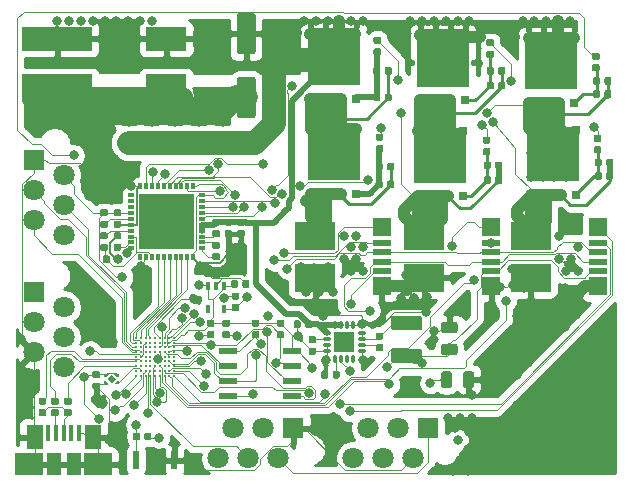
<source format=gbr>
G04 #@! TF.GenerationSoftware,KiCad,Pcbnew,5.1.2-f72e74a~84~ubuntu18.04.1*
G04 #@! TF.CreationDate,2019-06-30T22:47:52+02:00*
G04 #@! TF.ProjectId,board,626f6172-642e-46b6-9963-61645f706362,rev?*
G04 #@! TF.SameCoordinates,Original*
G04 #@! TF.FileFunction,Copper,L1,Top*
G04 #@! TF.FilePolarity,Positive*
%FSLAX46Y46*%
G04 Gerber Fmt 4.6, Leading zero omitted, Abs format (unit mm)*
G04 Created by KiCad (PCBNEW 5.1.2-f72e74a~84~ubuntu18.04.1) date 2019-06-30 22:47:52*
%MOMM*%
%LPD*%
G04 APERTURE LIST*
%ADD10C,1.800000*%
%ADD11R,1.800000X1.800000*%
%ADD12R,0.500000X0.300000*%
%ADD13R,0.300000X0.500000*%
%ADD14R,1.150000X1.150000*%
%ADD15R,3.480000X2.400000*%
%ADD16R,1.600000X1.500000*%
%ADD17R,1.600000X0.500000*%
%ADD18C,0.200000*%
%ADD19C,0.100000*%
%ADD20C,0.590000*%
%ADD21R,0.450000X1.380000*%
%ADD22R,1.475000X2.100000*%
%ADD23R,2.375000X1.900000*%
%ADD24R,1.175000X1.900000*%
%ADD25O,0.750000X0.300000*%
%ADD26O,0.300000X0.750000*%
%ADD27R,0.900000X0.900000*%
%ADD28R,1.550000X1.200000*%
%ADD29R,1.550000X1.600000*%
%ADD30R,4.500000X4.290000*%
%ADD31R,0.700000X0.800000*%
%ADD32R,0.550000X1.500000*%
%ADD33R,0.400000X0.700000*%
%ADD34C,0.480000*%
%ADD35R,1.550000X0.600000*%
%ADD36R,3.500000X2.000000*%
%ADD37R,6.000000X2.000000*%
%ADD38C,1.250000*%
%ADD39C,0.975000*%
%ADD40C,1.600000*%
%ADD41C,0.800000*%
%ADD42C,1.000000*%
%ADD43C,0.500000*%
%ADD44C,2.000000*%
%ADD45C,0.250000*%
%ADD46C,0.200000*%
%ADD47C,0.254000*%
G04 APERTURE END LIST*
D10*
X136640000Y-74350000D03*
X134100000Y-73080000D03*
D11*
X134100000Y-68000000D03*
D10*
X136640000Y-69270000D03*
X134100000Y-70540000D03*
X136640000Y-71810000D03*
X149750000Y-82040000D03*
X151020000Y-79500000D03*
D11*
X156100000Y-79500000D03*
D10*
X154830000Y-82040000D03*
X153560000Y-79500000D03*
X152290000Y-82040000D03*
D12*
X148375000Y-64275000D03*
X148375000Y-63775000D03*
X148375000Y-63275000D03*
X148375000Y-62775000D03*
X148375000Y-62275000D03*
X148375000Y-61775000D03*
X148375000Y-61275000D03*
X148375000Y-60775000D03*
X148375000Y-60275000D03*
X148375000Y-59775000D03*
D13*
X147625000Y-59025000D03*
X147125000Y-59025000D03*
X146625000Y-59025000D03*
X146125000Y-59025000D03*
X145625000Y-59025000D03*
X145125000Y-59025000D03*
X144625000Y-59025000D03*
X144125000Y-59025000D03*
X143625000Y-59025000D03*
X143125000Y-59025000D03*
D12*
X142375000Y-59775000D03*
X142375000Y-60275000D03*
X142375000Y-60775000D03*
X142375000Y-61275000D03*
X142375000Y-61775000D03*
X142375000Y-62275000D03*
X142375000Y-62775000D03*
X142375000Y-63275000D03*
X142375000Y-63775000D03*
X142375000Y-64275000D03*
D13*
X143125000Y-65025000D03*
X143625000Y-65025000D03*
X144125000Y-65025000D03*
X144625000Y-65025000D03*
X145125000Y-65025000D03*
X145625000Y-65025000D03*
X146125000Y-65025000D03*
X146625000Y-65025000D03*
X147125000Y-65025000D03*
X147625000Y-65025000D03*
D14*
X143650000Y-60300000D03*
X143650000Y-61450000D03*
X143650000Y-62600000D03*
X143650000Y-63750000D03*
X144800000Y-60300000D03*
X144800000Y-61450000D03*
X144800000Y-62600000D03*
X144800000Y-63750000D03*
X145950000Y-60300000D03*
X145950000Y-61450000D03*
X145950000Y-62600000D03*
X145950000Y-63750000D03*
X147100000Y-60300000D03*
X147100000Y-61450000D03*
X147100000Y-62600000D03*
X147100000Y-63750000D03*
D15*
X167180000Y-63225000D03*
X167180000Y-66775000D03*
D16*
X172850000Y-62500000D03*
D17*
X172850000Y-63800000D03*
X172850000Y-64600000D03*
X172850000Y-65400000D03*
X172850000Y-66200000D03*
D16*
X172850000Y-67500000D03*
D18*
X142800000Y-75050000D03*
X142800000Y-74650000D03*
X142800000Y-74250000D03*
X142800000Y-73850000D03*
X142800000Y-73450000D03*
X142800000Y-73050000D03*
X142800000Y-72650000D03*
X142800000Y-72250000D03*
X142800000Y-71850000D03*
X143200000Y-75050000D03*
X143200000Y-74650000D03*
X143200000Y-74250000D03*
X143200000Y-73850000D03*
X143200000Y-73450000D03*
X143200000Y-73050000D03*
X143200000Y-72650000D03*
X143200000Y-72250000D03*
X143200000Y-71850000D03*
X143600000Y-75050000D03*
X143600000Y-74650000D03*
X143600000Y-74250000D03*
X143600000Y-73850000D03*
X143600000Y-73450000D03*
X143600000Y-73050000D03*
X143600000Y-72650000D03*
X143600000Y-72250000D03*
X143600000Y-71850000D03*
X144000000Y-75050000D03*
X144000000Y-74650000D03*
X144000000Y-74250000D03*
X144000000Y-73850000D03*
X144000000Y-73450000D03*
X144000000Y-73050000D03*
X144000000Y-72650000D03*
X144000000Y-72250000D03*
X144000000Y-71850000D03*
X144400000Y-75050000D03*
X144400000Y-74650000D03*
X144400000Y-74250000D03*
X144400000Y-73850000D03*
X144400000Y-73450000D03*
X144400000Y-73050000D03*
X144400000Y-72650000D03*
X144400000Y-72250000D03*
X144400000Y-71850000D03*
X144800000Y-75050000D03*
X144800000Y-74650000D03*
X144800000Y-74250000D03*
X144800000Y-73850000D03*
X144800000Y-73450000D03*
X144800000Y-73050000D03*
X144800000Y-72650000D03*
X144800000Y-72250000D03*
X144800000Y-71850000D03*
X145200000Y-75050000D03*
X145200000Y-74650000D03*
X145200000Y-74250000D03*
X145200000Y-73850000D03*
X145200000Y-73450000D03*
X145200000Y-73050000D03*
X145200000Y-72650000D03*
X145200000Y-72250000D03*
X145200000Y-71850000D03*
X145600000Y-75050000D03*
X145600000Y-74650000D03*
X145600000Y-74250000D03*
X145600000Y-73850000D03*
X145600000Y-73450000D03*
X145600000Y-73050000D03*
X145600000Y-72650000D03*
X145600000Y-72250000D03*
X145600000Y-71850000D03*
X146000000Y-75050000D03*
X146000000Y-74650000D03*
X146000000Y-74250000D03*
X146000000Y-73850000D03*
X146000000Y-73450000D03*
X146000000Y-73050000D03*
X146000000Y-72650000D03*
X146000000Y-72250000D03*
X146000000Y-71850000D03*
D19*
G36*
X164296958Y-48930710D02*
G01*
X164311276Y-48932834D01*
X164325317Y-48936351D01*
X164338946Y-48941228D01*
X164352031Y-48947417D01*
X164364447Y-48954858D01*
X164376073Y-48963481D01*
X164386798Y-48973202D01*
X164396519Y-48983927D01*
X164405142Y-48995553D01*
X164412583Y-49007969D01*
X164418772Y-49021054D01*
X164423649Y-49034683D01*
X164427166Y-49048724D01*
X164429290Y-49063042D01*
X164430000Y-49077500D01*
X164430000Y-49422500D01*
X164429290Y-49436958D01*
X164427166Y-49451276D01*
X164423649Y-49465317D01*
X164418772Y-49478946D01*
X164412583Y-49492031D01*
X164405142Y-49504447D01*
X164396519Y-49516073D01*
X164386798Y-49526798D01*
X164376073Y-49536519D01*
X164364447Y-49545142D01*
X164352031Y-49552583D01*
X164338946Y-49558772D01*
X164325317Y-49563649D01*
X164311276Y-49567166D01*
X164296958Y-49569290D01*
X164282500Y-49570000D01*
X163987500Y-49570000D01*
X163973042Y-49569290D01*
X163958724Y-49567166D01*
X163944683Y-49563649D01*
X163931054Y-49558772D01*
X163917969Y-49552583D01*
X163905553Y-49545142D01*
X163893927Y-49536519D01*
X163883202Y-49526798D01*
X163873481Y-49516073D01*
X163864858Y-49504447D01*
X163857417Y-49492031D01*
X163851228Y-49478946D01*
X163846351Y-49465317D01*
X163842834Y-49451276D01*
X163840710Y-49436958D01*
X163840000Y-49422500D01*
X163840000Y-49077500D01*
X163840710Y-49063042D01*
X163842834Y-49048724D01*
X163846351Y-49034683D01*
X163851228Y-49021054D01*
X163857417Y-49007969D01*
X163864858Y-48995553D01*
X163873481Y-48983927D01*
X163883202Y-48973202D01*
X163893927Y-48963481D01*
X163905553Y-48954858D01*
X163917969Y-48947417D01*
X163931054Y-48941228D01*
X163944683Y-48936351D01*
X163958724Y-48932834D01*
X163973042Y-48930710D01*
X163987500Y-48930000D01*
X164282500Y-48930000D01*
X164296958Y-48930710D01*
X164296958Y-48930710D01*
G37*
D20*
X164135000Y-49250000D03*
D19*
G36*
X163326958Y-48930710D02*
G01*
X163341276Y-48932834D01*
X163355317Y-48936351D01*
X163368946Y-48941228D01*
X163382031Y-48947417D01*
X163394447Y-48954858D01*
X163406073Y-48963481D01*
X163416798Y-48973202D01*
X163426519Y-48983927D01*
X163435142Y-48995553D01*
X163442583Y-49007969D01*
X163448772Y-49021054D01*
X163453649Y-49034683D01*
X163457166Y-49048724D01*
X163459290Y-49063042D01*
X163460000Y-49077500D01*
X163460000Y-49422500D01*
X163459290Y-49436958D01*
X163457166Y-49451276D01*
X163453649Y-49465317D01*
X163448772Y-49478946D01*
X163442583Y-49492031D01*
X163435142Y-49504447D01*
X163426519Y-49516073D01*
X163416798Y-49526798D01*
X163406073Y-49536519D01*
X163394447Y-49545142D01*
X163382031Y-49552583D01*
X163368946Y-49558772D01*
X163355317Y-49563649D01*
X163341276Y-49567166D01*
X163326958Y-49569290D01*
X163312500Y-49570000D01*
X163017500Y-49570000D01*
X163003042Y-49569290D01*
X162988724Y-49567166D01*
X162974683Y-49563649D01*
X162961054Y-49558772D01*
X162947969Y-49552583D01*
X162935553Y-49545142D01*
X162923927Y-49536519D01*
X162913202Y-49526798D01*
X162903481Y-49516073D01*
X162894858Y-49504447D01*
X162887417Y-49492031D01*
X162881228Y-49478946D01*
X162876351Y-49465317D01*
X162872834Y-49451276D01*
X162870710Y-49436958D01*
X162870000Y-49422500D01*
X162870000Y-49077500D01*
X162870710Y-49063042D01*
X162872834Y-49048724D01*
X162876351Y-49034683D01*
X162881228Y-49021054D01*
X162887417Y-49007969D01*
X162894858Y-48995553D01*
X162903481Y-48983927D01*
X162913202Y-48973202D01*
X162923927Y-48963481D01*
X162935553Y-48954858D01*
X162947969Y-48947417D01*
X162961054Y-48941228D01*
X162974683Y-48936351D01*
X162988724Y-48932834D01*
X163003042Y-48930710D01*
X163017500Y-48930000D01*
X163312500Y-48930000D01*
X163326958Y-48930710D01*
X163326958Y-48930710D01*
G37*
D20*
X163165000Y-49250000D03*
D19*
G36*
X163526958Y-57030710D02*
G01*
X163541276Y-57032834D01*
X163555317Y-57036351D01*
X163568946Y-57041228D01*
X163582031Y-57047417D01*
X163594447Y-57054858D01*
X163606073Y-57063481D01*
X163616798Y-57073202D01*
X163626519Y-57083927D01*
X163635142Y-57095553D01*
X163642583Y-57107969D01*
X163648772Y-57121054D01*
X163653649Y-57134683D01*
X163657166Y-57148724D01*
X163659290Y-57163042D01*
X163660000Y-57177500D01*
X163660000Y-57522500D01*
X163659290Y-57536958D01*
X163657166Y-57551276D01*
X163653649Y-57565317D01*
X163648772Y-57578946D01*
X163642583Y-57592031D01*
X163635142Y-57604447D01*
X163626519Y-57616073D01*
X163616798Y-57626798D01*
X163606073Y-57636519D01*
X163594447Y-57645142D01*
X163582031Y-57652583D01*
X163568946Y-57658772D01*
X163555317Y-57663649D01*
X163541276Y-57667166D01*
X163526958Y-57669290D01*
X163512500Y-57670000D01*
X163217500Y-57670000D01*
X163203042Y-57669290D01*
X163188724Y-57667166D01*
X163174683Y-57663649D01*
X163161054Y-57658772D01*
X163147969Y-57652583D01*
X163135553Y-57645142D01*
X163123927Y-57636519D01*
X163113202Y-57626798D01*
X163103481Y-57616073D01*
X163094858Y-57604447D01*
X163087417Y-57592031D01*
X163081228Y-57578946D01*
X163076351Y-57565317D01*
X163072834Y-57551276D01*
X163070710Y-57536958D01*
X163070000Y-57522500D01*
X163070000Y-57177500D01*
X163070710Y-57163042D01*
X163072834Y-57148724D01*
X163076351Y-57134683D01*
X163081228Y-57121054D01*
X163087417Y-57107969D01*
X163094858Y-57095553D01*
X163103481Y-57083927D01*
X163113202Y-57073202D01*
X163123927Y-57063481D01*
X163135553Y-57054858D01*
X163147969Y-57047417D01*
X163161054Y-57041228D01*
X163174683Y-57036351D01*
X163188724Y-57032834D01*
X163203042Y-57030710D01*
X163217500Y-57030000D01*
X163512500Y-57030000D01*
X163526958Y-57030710D01*
X163526958Y-57030710D01*
G37*
D20*
X163365000Y-57350000D03*
D19*
G36*
X164496958Y-57030710D02*
G01*
X164511276Y-57032834D01*
X164525317Y-57036351D01*
X164538946Y-57041228D01*
X164552031Y-57047417D01*
X164564447Y-57054858D01*
X164576073Y-57063481D01*
X164586798Y-57073202D01*
X164596519Y-57083927D01*
X164605142Y-57095553D01*
X164612583Y-57107969D01*
X164618772Y-57121054D01*
X164623649Y-57134683D01*
X164627166Y-57148724D01*
X164629290Y-57163042D01*
X164630000Y-57177500D01*
X164630000Y-57522500D01*
X164629290Y-57536958D01*
X164627166Y-57551276D01*
X164623649Y-57565317D01*
X164618772Y-57578946D01*
X164612583Y-57592031D01*
X164605142Y-57604447D01*
X164596519Y-57616073D01*
X164586798Y-57626798D01*
X164576073Y-57636519D01*
X164564447Y-57645142D01*
X164552031Y-57652583D01*
X164538946Y-57658772D01*
X164525317Y-57663649D01*
X164511276Y-57667166D01*
X164496958Y-57669290D01*
X164482500Y-57670000D01*
X164187500Y-57670000D01*
X164173042Y-57669290D01*
X164158724Y-57667166D01*
X164144683Y-57663649D01*
X164131054Y-57658772D01*
X164117969Y-57652583D01*
X164105553Y-57645142D01*
X164093927Y-57636519D01*
X164083202Y-57626798D01*
X164073481Y-57616073D01*
X164064858Y-57604447D01*
X164057417Y-57592031D01*
X164051228Y-57578946D01*
X164046351Y-57565317D01*
X164042834Y-57551276D01*
X164040710Y-57536958D01*
X164040000Y-57522500D01*
X164040000Y-57177500D01*
X164040710Y-57163042D01*
X164042834Y-57148724D01*
X164046351Y-57134683D01*
X164051228Y-57121054D01*
X164057417Y-57107969D01*
X164064858Y-57095553D01*
X164073481Y-57083927D01*
X164083202Y-57073202D01*
X164093927Y-57063481D01*
X164105553Y-57054858D01*
X164117969Y-57047417D01*
X164131054Y-57041228D01*
X164144683Y-57036351D01*
X164158724Y-57032834D01*
X164173042Y-57030710D01*
X164187500Y-57030000D01*
X164482500Y-57030000D01*
X164496958Y-57030710D01*
X164496958Y-57030710D01*
G37*
D20*
X164335000Y-57350000D03*
D19*
G36*
X172926958Y-48930710D02*
G01*
X172941276Y-48932834D01*
X172955317Y-48936351D01*
X172968946Y-48941228D01*
X172982031Y-48947417D01*
X172994447Y-48954858D01*
X173006073Y-48963481D01*
X173016798Y-48973202D01*
X173026519Y-48983927D01*
X173035142Y-48995553D01*
X173042583Y-49007969D01*
X173048772Y-49021054D01*
X173053649Y-49034683D01*
X173057166Y-49048724D01*
X173059290Y-49063042D01*
X173060000Y-49077500D01*
X173060000Y-49422500D01*
X173059290Y-49436958D01*
X173057166Y-49451276D01*
X173053649Y-49465317D01*
X173048772Y-49478946D01*
X173042583Y-49492031D01*
X173035142Y-49504447D01*
X173026519Y-49516073D01*
X173016798Y-49526798D01*
X173006073Y-49536519D01*
X172994447Y-49545142D01*
X172982031Y-49552583D01*
X172968946Y-49558772D01*
X172955317Y-49563649D01*
X172941276Y-49567166D01*
X172926958Y-49569290D01*
X172912500Y-49570000D01*
X172617500Y-49570000D01*
X172603042Y-49569290D01*
X172588724Y-49567166D01*
X172574683Y-49563649D01*
X172561054Y-49558772D01*
X172547969Y-49552583D01*
X172535553Y-49545142D01*
X172523927Y-49536519D01*
X172513202Y-49526798D01*
X172503481Y-49516073D01*
X172494858Y-49504447D01*
X172487417Y-49492031D01*
X172481228Y-49478946D01*
X172476351Y-49465317D01*
X172472834Y-49451276D01*
X172470710Y-49436958D01*
X172470000Y-49422500D01*
X172470000Y-49077500D01*
X172470710Y-49063042D01*
X172472834Y-49048724D01*
X172476351Y-49034683D01*
X172481228Y-49021054D01*
X172487417Y-49007969D01*
X172494858Y-48995553D01*
X172503481Y-48983927D01*
X172513202Y-48973202D01*
X172523927Y-48963481D01*
X172535553Y-48954858D01*
X172547969Y-48947417D01*
X172561054Y-48941228D01*
X172574683Y-48936351D01*
X172588724Y-48932834D01*
X172603042Y-48930710D01*
X172617500Y-48930000D01*
X172912500Y-48930000D01*
X172926958Y-48930710D01*
X172926958Y-48930710D01*
G37*
D20*
X172765000Y-49250000D03*
D19*
G36*
X173896958Y-48930710D02*
G01*
X173911276Y-48932834D01*
X173925317Y-48936351D01*
X173938946Y-48941228D01*
X173952031Y-48947417D01*
X173964447Y-48954858D01*
X173976073Y-48963481D01*
X173986798Y-48973202D01*
X173996519Y-48983927D01*
X174005142Y-48995553D01*
X174012583Y-49007969D01*
X174018772Y-49021054D01*
X174023649Y-49034683D01*
X174027166Y-49048724D01*
X174029290Y-49063042D01*
X174030000Y-49077500D01*
X174030000Y-49422500D01*
X174029290Y-49436958D01*
X174027166Y-49451276D01*
X174023649Y-49465317D01*
X174018772Y-49478946D01*
X174012583Y-49492031D01*
X174005142Y-49504447D01*
X173996519Y-49516073D01*
X173986798Y-49526798D01*
X173976073Y-49536519D01*
X173964447Y-49545142D01*
X173952031Y-49552583D01*
X173938946Y-49558772D01*
X173925317Y-49563649D01*
X173911276Y-49567166D01*
X173896958Y-49569290D01*
X173882500Y-49570000D01*
X173587500Y-49570000D01*
X173573042Y-49569290D01*
X173558724Y-49567166D01*
X173544683Y-49563649D01*
X173531054Y-49558772D01*
X173517969Y-49552583D01*
X173505553Y-49545142D01*
X173493927Y-49536519D01*
X173483202Y-49526798D01*
X173473481Y-49516073D01*
X173464858Y-49504447D01*
X173457417Y-49492031D01*
X173451228Y-49478946D01*
X173446351Y-49465317D01*
X173442834Y-49451276D01*
X173440710Y-49436958D01*
X173440000Y-49422500D01*
X173440000Y-49077500D01*
X173440710Y-49063042D01*
X173442834Y-49048724D01*
X173446351Y-49034683D01*
X173451228Y-49021054D01*
X173457417Y-49007969D01*
X173464858Y-48995553D01*
X173473481Y-48983927D01*
X173483202Y-48973202D01*
X173493927Y-48963481D01*
X173505553Y-48954858D01*
X173517969Y-48947417D01*
X173531054Y-48941228D01*
X173544683Y-48936351D01*
X173558724Y-48932834D01*
X173573042Y-48930710D01*
X173587500Y-48930000D01*
X173882500Y-48930000D01*
X173896958Y-48930710D01*
X173896958Y-48930710D01*
G37*
D20*
X173735000Y-49250000D03*
D19*
G36*
X173646958Y-56930710D02*
G01*
X173661276Y-56932834D01*
X173675317Y-56936351D01*
X173688946Y-56941228D01*
X173702031Y-56947417D01*
X173714447Y-56954858D01*
X173726073Y-56963481D01*
X173736798Y-56973202D01*
X173746519Y-56983927D01*
X173755142Y-56995553D01*
X173762583Y-57007969D01*
X173768772Y-57021054D01*
X173773649Y-57034683D01*
X173777166Y-57048724D01*
X173779290Y-57063042D01*
X173780000Y-57077500D01*
X173780000Y-57422500D01*
X173779290Y-57436958D01*
X173777166Y-57451276D01*
X173773649Y-57465317D01*
X173768772Y-57478946D01*
X173762583Y-57492031D01*
X173755142Y-57504447D01*
X173746519Y-57516073D01*
X173736798Y-57526798D01*
X173726073Y-57536519D01*
X173714447Y-57545142D01*
X173702031Y-57552583D01*
X173688946Y-57558772D01*
X173675317Y-57563649D01*
X173661276Y-57567166D01*
X173646958Y-57569290D01*
X173632500Y-57570000D01*
X173337500Y-57570000D01*
X173323042Y-57569290D01*
X173308724Y-57567166D01*
X173294683Y-57563649D01*
X173281054Y-57558772D01*
X173267969Y-57552583D01*
X173255553Y-57545142D01*
X173243927Y-57536519D01*
X173233202Y-57526798D01*
X173223481Y-57516073D01*
X173214858Y-57504447D01*
X173207417Y-57492031D01*
X173201228Y-57478946D01*
X173196351Y-57465317D01*
X173192834Y-57451276D01*
X173190710Y-57436958D01*
X173190000Y-57422500D01*
X173190000Y-57077500D01*
X173190710Y-57063042D01*
X173192834Y-57048724D01*
X173196351Y-57034683D01*
X173201228Y-57021054D01*
X173207417Y-57007969D01*
X173214858Y-56995553D01*
X173223481Y-56983927D01*
X173233202Y-56973202D01*
X173243927Y-56963481D01*
X173255553Y-56954858D01*
X173267969Y-56947417D01*
X173281054Y-56941228D01*
X173294683Y-56936351D01*
X173308724Y-56932834D01*
X173323042Y-56930710D01*
X173337500Y-56930000D01*
X173632500Y-56930000D01*
X173646958Y-56930710D01*
X173646958Y-56930710D01*
G37*
D20*
X173485000Y-57250000D03*
D19*
G36*
X172676958Y-56930710D02*
G01*
X172691276Y-56932834D01*
X172705317Y-56936351D01*
X172718946Y-56941228D01*
X172732031Y-56947417D01*
X172744447Y-56954858D01*
X172756073Y-56963481D01*
X172766798Y-56973202D01*
X172776519Y-56983927D01*
X172785142Y-56995553D01*
X172792583Y-57007969D01*
X172798772Y-57021054D01*
X172803649Y-57034683D01*
X172807166Y-57048724D01*
X172809290Y-57063042D01*
X172810000Y-57077500D01*
X172810000Y-57422500D01*
X172809290Y-57436958D01*
X172807166Y-57451276D01*
X172803649Y-57465317D01*
X172798772Y-57478946D01*
X172792583Y-57492031D01*
X172785142Y-57504447D01*
X172776519Y-57516073D01*
X172766798Y-57526798D01*
X172756073Y-57536519D01*
X172744447Y-57545142D01*
X172732031Y-57552583D01*
X172718946Y-57558772D01*
X172705317Y-57563649D01*
X172691276Y-57567166D01*
X172676958Y-57569290D01*
X172662500Y-57570000D01*
X172367500Y-57570000D01*
X172353042Y-57569290D01*
X172338724Y-57567166D01*
X172324683Y-57563649D01*
X172311054Y-57558772D01*
X172297969Y-57552583D01*
X172285553Y-57545142D01*
X172273927Y-57536519D01*
X172263202Y-57526798D01*
X172253481Y-57516073D01*
X172244858Y-57504447D01*
X172237417Y-57492031D01*
X172231228Y-57478946D01*
X172226351Y-57465317D01*
X172222834Y-57451276D01*
X172220710Y-57436958D01*
X172220000Y-57422500D01*
X172220000Y-57077500D01*
X172220710Y-57063042D01*
X172222834Y-57048724D01*
X172226351Y-57034683D01*
X172231228Y-57021054D01*
X172237417Y-57007969D01*
X172244858Y-56995553D01*
X172253481Y-56983927D01*
X172263202Y-56973202D01*
X172273927Y-56963481D01*
X172285553Y-56954858D01*
X172297969Y-56947417D01*
X172311054Y-56941228D01*
X172324683Y-56936351D01*
X172338724Y-56932834D01*
X172353042Y-56930710D01*
X172367500Y-56930000D01*
X172662500Y-56930000D01*
X172676958Y-56930710D01*
X172676958Y-56930710D01*
G37*
D20*
X172515000Y-57250000D03*
D19*
G36*
X182896958Y-49780710D02*
G01*
X182911276Y-49782834D01*
X182925317Y-49786351D01*
X182938946Y-49791228D01*
X182952031Y-49797417D01*
X182964447Y-49804858D01*
X182976073Y-49813481D01*
X182986798Y-49823202D01*
X182996519Y-49833927D01*
X183005142Y-49845553D01*
X183012583Y-49857969D01*
X183018772Y-49871054D01*
X183023649Y-49884683D01*
X183027166Y-49898724D01*
X183029290Y-49913042D01*
X183030000Y-49927500D01*
X183030000Y-50272500D01*
X183029290Y-50286958D01*
X183027166Y-50301276D01*
X183023649Y-50315317D01*
X183018772Y-50328946D01*
X183012583Y-50342031D01*
X183005142Y-50354447D01*
X182996519Y-50366073D01*
X182986798Y-50376798D01*
X182976073Y-50386519D01*
X182964447Y-50395142D01*
X182952031Y-50402583D01*
X182938946Y-50408772D01*
X182925317Y-50413649D01*
X182911276Y-50417166D01*
X182896958Y-50419290D01*
X182882500Y-50420000D01*
X182587500Y-50420000D01*
X182573042Y-50419290D01*
X182558724Y-50417166D01*
X182544683Y-50413649D01*
X182531054Y-50408772D01*
X182517969Y-50402583D01*
X182505553Y-50395142D01*
X182493927Y-50386519D01*
X182483202Y-50376798D01*
X182473481Y-50366073D01*
X182464858Y-50354447D01*
X182457417Y-50342031D01*
X182451228Y-50328946D01*
X182446351Y-50315317D01*
X182442834Y-50301276D01*
X182440710Y-50286958D01*
X182440000Y-50272500D01*
X182440000Y-49927500D01*
X182440710Y-49913042D01*
X182442834Y-49898724D01*
X182446351Y-49884683D01*
X182451228Y-49871054D01*
X182457417Y-49857969D01*
X182464858Y-49845553D01*
X182473481Y-49833927D01*
X182483202Y-49823202D01*
X182493927Y-49813481D01*
X182505553Y-49804858D01*
X182517969Y-49797417D01*
X182531054Y-49791228D01*
X182544683Y-49786351D01*
X182558724Y-49782834D01*
X182573042Y-49780710D01*
X182587500Y-49780000D01*
X182882500Y-49780000D01*
X182896958Y-49780710D01*
X182896958Y-49780710D01*
G37*
D20*
X182735000Y-50100000D03*
D19*
G36*
X181926958Y-49780710D02*
G01*
X181941276Y-49782834D01*
X181955317Y-49786351D01*
X181968946Y-49791228D01*
X181982031Y-49797417D01*
X181994447Y-49804858D01*
X182006073Y-49813481D01*
X182016798Y-49823202D01*
X182026519Y-49833927D01*
X182035142Y-49845553D01*
X182042583Y-49857969D01*
X182048772Y-49871054D01*
X182053649Y-49884683D01*
X182057166Y-49898724D01*
X182059290Y-49913042D01*
X182060000Y-49927500D01*
X182060000Y-50272500D01*
X182059290Y-50286958D01*
X182057166Y-50301276D01*
X182053649Y-50315317D01*
X182048772Y-50328946D01*
X182042583Y-50342031D01*
X182035142Y-50354447D01*
X182026519Y-50366073D01*
X182016798Y-50376798D01*
X182006073Y-50386519D01*
X181994447Y-50395142D01*
X181982031Y-50402583D01*
X181968946Y-50408772D01*
X181955317Y-50413649D01*
X181941276Y-50417166D01*
X181926958Y-50419290D01*
X181912500Y-50420000D01*
X181617500Y-50420000D01*
X181603042Y-50419290D01*
X181588724Y-50417166D01*
X181574683Y-50413649D01*
X181561054Y-50408772D01*
X181547969Y-50402583D01*
X181535553Y-50395142D01*
X181523927Y-50386519D01*
X181513202Y-50376798D01*
X181503481Y-50366073D01*
X181494858Y-50354447D01*
X181487417Y-50342031D01*
X181481228Y-50328946D01*
X181476351Y-50315317D01*
X181472834Y-50301276D01*
X181470710Y-50286958D01*
X181470000Y-50272500D01*
X181470000Y-49927500D01*
X181470710Y-49913042D01*
X181472834Y-49898724D01*
X181476351Y-49884683D01*
X181481228Y-49871054D01*
X181487417Y-49857969D01*
X181494858Y-49845553D01*
X181503481Y-49833927D01*
X181513202Y-49823202D01*
X181523927Y-49813481D01*
X181535553Y-49804858D01*
X181547969Y-49797417D01*
X181561054Y-49791228D01*
X181574683Y-49786351D01*
X181588724Y-49782834D01*
X181603042Y-49780710D01*
X181617500Y-49780000D01*
X181912500Y-49780000D01*
X181926958Y-49780710D01*
X181926958Y-49780710D01*
G37*
D20*
X181765000Y-50100000D03*
D19*
G36*
X182076958Y-56680710D02*
G01*
X182091276Y-56682834D01*
X182105317Y-56686351D01*
X182118946Y-56691228D01*
X182132031Y-56697417D01*
X182144447Y-56704858D01*
X182156073Y-56713481D01*
X182166798Y-56723202D01*
X182176519Y-56733927D01*
X182185142Y-56745553D01*
X182192583Y-56757969D01*
X182198772Y-56771054D01*
X182203649Y-56784683D01*
X182207166Y-56798724D01*
X182209290Y-56813042D01*
X182210000Y-56827500D01*
X182210000Y-57172500D01*
X182209290Y-57186958D01*
X182207166Y-57201276D01*
X182203649Y-57215317D01*
X182198772Y-57228946D01*
X182192583Y-57242031D01*
X182185142Y-57254447D01*
X182176519Y-57266073D01*
X182166798Y-57276798D01*
X182156073Y-57286519D01*
X182144447Y-57295142D01*
X182132031Y-57302583D01*
X182118946Y-57308772D01*
X182105317Y-57313649D01*
X182091276Y-57317166D01*
X182076958Y-57319290D01*
X182062500Y-57320000D01*
X181767500Y-57320000D01*
X181753042Y-57319290D01*
X181738724Y-57317166D01*
X181724683Y-57313649D01*
X181711054Y-57308772D01*
X181697969Y-57302583D01*
X181685553Y-57295142D01*
X181673927Y-57286519D01*
X181663202Y-57276798D01*
X181653481Y-57266073D01*
X181644858Y-57254447D01*
X181637417Y-57242031D01*
X181631228Y-57228946D01*
X181626351Y-57215317D01*
X181622834Y-57201276D01*
X181620710Y-57186958D01*
X181620000Y-57172500D01*
X181620000Y-56827500D01*
X181620710Y-56813042D01*
X181622834Y-56798724D01*
X181626351Y-56784683D01*
X181631228Y-56771054D01*
X181637417Y-56757969D01*
X181644858Y-56745553D01*
X181653481Y-56733927D01*
X181663202Y-56723202D01*
X181673927Y-56713481D01*
X181685553Y-56704858D01*
X181697969Y-56697417D01*
X181711054Y-56691228D01*
X181724683Y-56686351D01*
X181738724Y-56682834D01*
X181753042Y-56680710D01*
X181767500Y-56680000D01*
X182062500Y-56680000D01*
X182076958Y-56680710D01*
X182076958Y-56680710D01*
G37*
D20*
X181915000Y-57000000D03*
D19*
G36*
X183046958Y-56680710D02*
G01*
X183061276Y-56682834D01*
X183075317Y-56686351D01*
X183088946Y-56691228D01*
X183102031Y-56697417D01*
X183114447Y-56704858D01*
X183126073Y-56713481D01*
X183136798Y-56723202D01*
X183146519Y-56733927D01*
X183155142Y-56745553D01*
X183162583Y-56757969D01*
X183168772Y-56771054D01*
X183173649Y-56784683D01*
X183177166Y-56798724D01*
X183179290Y-56813042D01*
X183180000Y-56827500D01*
X183180000Y-57172500D01*
X183179290Y-57186958D01*
X183177166Y-57201276D01*
X183173649Y-57215317D01*
X183168772Y-57228946D01*
X183162583Y-57242031D01*
X183155142Y-57254447D01*
X183146519Y-57266073D01*
X183136798Y-57276798D01*
X183126073Y-57286519D01*
X183114447Y-57295142D01*
X183102031Y-57302583D01*
X183088946Y-57308772D01*
X183075317Y-57313649D01*
X183061276Y-57317166D01*
X183046958Y-57319290D01*
X183032500Y-57320000D01*
X182737500Y-57320000D01*
X182723042Y-57319290D01*
X182708724Y-57317166D01*
X182694683Y-57313649D01*
X182681054Y-57308772D01*
X182667969Y-57302583D01*
X182655553Y-57295142D01*
X182643927Y-57286519D01*
X182633202Y-57276798D01*
X182623481Y-57266073D01*
X182614858Y-57254447D01*
X182607417Y-57242031D01*
X182601228Y-57228946D01*
X182596351Y-57215317D01*
X182592834Y-57201276D01*
X182590710Y-57186958D01*
X182590000Y-57172500D01*
X182590000Y-56827500D01*
X182590710Y-56813042D01*
X182592834Y-56798724D01*
X182596351Y-56784683D01*
X182601228Y-56771054D01*
X182607417Y-56757969D01*
X182614858Y-56745553D01*
X182623481Y-56733927D01*
X182633202Y-56723202D01*
X182643927Y-56713481D01*
X182655553Y-56704858D01*
X182667969Y-56697417D01*
X182681054Y-56691228D01*
X182694683Y-56686351D01*
X182708724Y-56682834D01*
X182723042Y-56680710D01*
X182737500Y-56680000D01*
X183032500Y-56680000D01*
X183046958Y-56680710D01*
X183046958Y-56680710D01*
G37*
D20*
X182885000Y-57000000D03*
D19*
G36*
X157886958Y-71720710D02*
G01*
X157901276Y-71722834D01*
X157915317Y-71726351D01*
X157928946Y-71731228D01*
X157942031Y-71737417D01*
X157954447Y-71744858D01*
X157966073Y-71753481D01*
X157976798Y-71763202D01*
X157986519Y-71773927D01*
X157995142Y-71785553D01*
X158002583Y-71797969D01*
X158008772Y-71811054D01*
X158013649Y-71824683D01*
X158017166Y-71838724D01*
X158019290Y-71853042D01*
X158020000Y-71867500D01*
X158020000Y-72162500D01*
X158019290Y-72176958D01*
X158017166Y-72191276D01*
X158013649Y-72205317D01*
X158008772Y-72218946D01*
X158002583Y-72232031D01*
X157995142Y-72244447D01*
X157986519Y-72256073D01*
X157976798Y-72266798D01*
X157966073Y-72276519D01*
X157954447Y-72285142D01*
X157942031Y-72292583D01*
X157928946Y-72298772D01*
X157915317Y-72303649D01*
X157901276Y-72307166D01*
X157886958Y-72309290D01*
X157872500Y-72310000D01*
X157527500Y-72310000D01*
X157513042Y-72309290D01*
X157498724Y-72307166D01*
X157484683Y-72303649D01*
X157471054Y-72298772D01*
X157457969Y-72292583D01*
X157445553Y-72285142D01*
X157433927Y-72276519D01*
X157423202Y-72266798D01*
X157413481Y-72256073D01*
X157404858Y-72244447D01*
X157397417Y-72232031D01*
X157391228Y-72218946D01*
X157386351Y-72205317D01*
X157382834Y-72191276D01*
X157380710Y-72176958D01*
X157380000Y-72162500D01*
X157380000Y-71867500D01*
X157380710Y-71853042D01*
X157382834Y-71838724D01*
X157386351Y-71824683D01*
X157391228Y-71811054D01*
X157397417Y-71797969D01*
X157404858Y-71785553D01*
X157413481Y-71773927D01*
X157423202Y-71763202D01*
X157433927Y-71753481D01*
X157445553Y-71744858D01*
X157457969Y-71737417D01*
X157471054Y-71731228D01*
X157484683Y-71726351D01*
X157498724Y-71722834D01*
X157513042Y-71720710D01*
X157527500Y-71720000D01*
X157872500Y-71720000D01*
X157886958Y-71720710D01*
X157886958Y-71720710D01*
G37*
D20*
X157700000Y-72015000D03*
D19*
G36*
X157886958Y-72690710D02*
G01*
X157901276Y-72692834D01*
X157915317Y-72696351D01*
X157928946Y-72701228D01*
X157942031Y-72707417D01*
X157954447Y-72714858D01*
X157966073Y-72723481D01*
X157976798Y-72733202D01*
X157986519Y-72743927D01*
X157995142Y-72755553D01*
X158002583Y-72767969D01*
X158008772Y-72781054D01*
X158013649Y-72794683D01*
X158017166Y-72808724D01*
X158019290Y-72823042D01*
X158020000Y-72837500D01*
X158020000Y-73132500D01*
X158019290Y-73146958D01*
X158017166Y-73161276D01*
X158013649Y-73175317D01*
X158008772Y-73188946D01*
X158002583Y-73202031D01*
X157995142Y-73214447D01*
X157986519Y-73226073D01*
X157976798Y-73236798D01*
X157966073Y-73246519D01*
X157954447Y-73255142D01*
X157942031Y-73262583D01*
X157928946Y-73268772D01*
X157915317Y-73273649D01*
X157901276Y-73277166D01*
X157886958Y-73279290D01*
X157872500Y-73280000D01*
X157527500Y-73280000D01*
X157513042Y-73279290D01*
X157498724Y-73277166D01*
X157484683Y-73273649D01*
X157471054Y-73268772D01*
X157457969Y-73262583D01*
X157445553Y-73255142D01*
X157433927Y-73246519D01*
X157423202Y-73236798D01*
X157413481Y-73226073D01*
X157404858Y-73214447D01*
X157397417Y-73202031D01*
X157391228Y-73188946D01*
X157386351Y-73175317D01*
X157382834Y-73161276D01*
X157380710Y-73146958D01*
X157380000Y-73132500D01*
X157380000Y-72837500D01*
X157380710Y-72823042D01*
X157382834Y-72808724D01*
X157386351Y-72794683D01*
X157391228Y-72781054D01*
X157397417Y-72767969D01*
X157404858Y-72755553D01*
X157413481Y-72743927D01*
X157423202Y-72733202D01*
X157433927Y-72723481D01*
X157445553Y-72714858D01*
X157457969Y-72707417D01*
X157471054Y-72701228D01*
X157484683Y-72696351D01*
X157498724Y-72692834D01*
X157513042Y-72690710D01*
X157527500Y-72690000D01*
X157872500Y-72690000D01*
X157886958Y-72690710D01*
X157886958Y-72690710D01*
G37*
D20*
X157700000Y-72985000D03*
D19*
G36*
X156576958Y-70380710D02*
G01*
X156591276Y-70382834D01*
X156605317Y-70386351D01*
X156618946Y-70391228D01*
X156632031Y-70397417D01*
X156644447Y-70404858D01*
X156656073Y-70413481D01*
X156666798Y-70423202D01*
X156676519Y-70433927D01*
X156685142Y-70445553D01*
X156692583Y-70457969D01*
X156698772Y-70471054D01*
X156703649Y-70484683D01*
X156707166Y-70498724D01*
X156709290Y-70513042D01*
X156710000Y-70527500D01*
X156710000Y-70872500D01*
X156709290Y-70886958D01*
X156707166Y-70901276D01*
X156703649Y-70915317D01*
X156698772Y-70928946D01*
X156692583Y-70942031D01*
X156685142Y-70954447D01*
X156676519Y-70966073D01*
X156666798Y-70976798D01*
X156656073Y-70986519D01*
X156644447Y-70995142D01*
X156632031Y-71002583D01*
X156618946Y-71008772D01*
X156605317Y-71013649D01*
X156591276Y-71017166D01*
X156576958Y-71019290D01*
X156562500Y-71020000D01*
X156267500Y-71020000D01*
X156253042Y-71019290D01*
X156238724Y-71017166D01*
X156224683Y-71013649D01*
X156211054Y-71008772D01*
X156197969Y-71002583D01*
X156185553Y-70995142D01*
X156173927Y-70986519D01*
X156163202Y-70976798D01*
X156153481Y-70966073D01*
X156144858Y-70954447D01*
X156137417Y-70942031D01*
X156131228Y-70928946D01*
X156126351Y-70915317D01*
X156122834Y-70901276D01*
X156120710Y-70886958D01*
X156120000Y-70872500D01*
X156120000Y-70527500D01*
X156120710Y-70513042D01*
X156122834Y-70498724D01*
X156126351Y-70484683D01*
X156131228Y-70471054D01*
X156137417Y-70457969D01*
X156144858Y-70445553D01*
X156153481Y-70433927D01*
X156163202Y-70423202D01*
X156173927Y-70413481D01*
X156185553Y-70404858D01*
X156197969Y-70397417D01*
X156211054Y-70391228D01*
X156224683Y-70386351D01*
X156238724Y-70382834D01*
X156253042Y-70380710D01*
X156267500Y-70380000D01*
X156562500Y-70380000D01*
X156576958Y-70380710D01*
X156576958Y-70380710D01*
G37*
D20*
X156415000Y-70700000D03*
D19*
G36*
X157546958Y-70380710D02*
G01*
X157561276Y-70382834D01*
X157575317Y-70386351D01*
X157588946Y-70391228D01*
X157602031Y-70397417D01*
X157614447Y-70404858D01*
X157626073Y-70413481D01*
X157636798Y-70423202D01*
X157646519Y-70433927D01*
X157655142Y-70445553D01*
X157662583Y-70457969D01*
X157668772Y-70471054D01*
X157673649Y-70484683D01*
X157677166Y-70498724D01*
X157679290Y-70513042D01*
X157680000Y-70527500D01*
X157680000Y-70872500D01*
X157679290Y-70886958D01*
X157677166Y-70901276D01*
X157673649Y-70915317D01*
X157668772Y-70928946D01*
X157662583Y-70942031D01*
X157655142Y-70954447D01*
X157646519Y-70966073D01*
X157636798Y-70976798D01*
X157626073Y-70986519D01*
X157614447Y-70995142D01*
X157602031Y-71002583D01*
X157588946Y-71008772D01*
X157575317Y-71013649D01*
X157561276Y-71017166D01*
X157546958Y-71019290D01*
X157532500Y-71020000D01*
X157237500Y-71020000D01*
X157223042Y-71019290D01*
X157208724Y-71017166D01*
X157194683Y-71013649D01*
X157181054Y-71008772D01*
X157167969Y-71002583D01*
X157155553Y-70995142D01*
X157143927Y-70986519D01*
X157133202Y-70976798D01*
X157123481Y-70966073D01*
X157114858Y-70954447D01*
X157107417Y-70942031D01*
X157101228Y-70928946D01*
X157096351Y-70915317D01*
X157092834Y-70901276D01*
X157090710Y-70886958D01*
X157090000Y-70872500D01*
X157090000Y-70527500D01*
X157090710Y-70513042D01*
X157092834Y-70498724D01*
X157096351Y-70484683D01*
X157101228Y-70471054D01*
X157107417Y-70457969D01*
X157114858Y-70445553D01*
X157123481Y-70433927D01*
X157133202Y-70423202D01*
X157143927Y-70413481D01*
X157155553Y-70404858D01*
X157167969Y-70397417D01*
X157181054Y-70391228D01*
X157194683Y-70386351D01*
X157208724Y-70382834D01*
X157223042Y-70380710D01*
X157237500Y-70380000D01*
X157532500Y-70380000D01*
X157546958Y-70380710D01*
X157546958Y-70380710D01*
G37*
D20*
X157385000Y-70700000D03*
D19*
G36*
X158906958Y-74660710D02*
G01*
X158921276Y-74662834D01*
X158935317Y-74666351D01*
X158948946Y-74671228D01*
X158962031Y-74677417D01*
X158974447Y-74684858D01*
X158986073Y-74693481D01*
X158996798Y-74703202D01*
X159006519Y-74713927D01*
X159015142Y-74725553D01*
X159022583Y-74737969D01*
X159028772Y-74751054D01*
X159033649Y-74764683D01*
X159037166Y-74778724D01*
X159039290Y-74793042D01*
X159040000Y-74807500D01*
X159040000Y-75152500D01*
X159039290Y-75166958D01*
X159037166Y-75181276D01*
X159033649Y-75195317D01*
X159028772Y-75208946D01*
X159022583Y-75222031D01*
X159015142Y-75234447D01*
X159006519Y-75246073D01*
X158996798Y-75256798D01*
X158986073Y-75266519D01*
X158974447Y-75275142D01*
X158962031Y-75282583D01*
X158948946Y-75288772D01*
X158935317Y-75293649D01*
X158921276Y-75297166D01*
X158906958Y-75299290D01*
X158892500Y-75300000D01*
X158597500Y-75300000D01*
X158583042Y-75299290D01*
X158568724Y-75297166D01*
X158554683Y-75293649D01*
X158541054Y-75288772D01*
X158527969Y-75282583D01*
X158515553Y-75275142D01*
X158503927Y-75266519D01*
X158493202Y-75256798D01*
X158483481Y-75246073D01*
X158474858Y-75234447D01*
X158467417Y-75222031D01*
X158461228Y-75208946D01*
X158456351Y-75195317D01*
X158452834Y-75181276D01*
X158450710Y-75166958D01*
X158450000Y-75152500D01*
X158450000Y-74807500D01*
X158450710Y-74793042D01*
X158452834Y-74778724D01*
X158456351Y-74764683D01*
X158461228Y-74751054D01*
X158467417Y-74737969D01*
X158474858Y-74725553D01*
X158483481Y-74713927D01*
X158493202Y-74703202D01*
X158503927Y-74693481D01*
X158515553Y-74684858D01*
X158527969Y-74677417D01*
X158541054Y-74671228D01*
X158554683Y-74666351D01*
X158568724Y-74662834D01*
X158583042Y-74660710D01*
X158597500Y-74660000D01*
X158892500Y-74660000D01*
X158906958Y-74660710D01*
X158906958Y-74660710D01*
G37*
D20*
X158745000Y-74980000D03*
D19*
G36*
X159876958Y-74660710D02*
G01*
X159891276Y-74662834D01*
X159905317Y-74666351D01*
X159918946Y-74671228D01*
X159932031Y-74677417D01*
X159944447Y-74684858D01*
X159956073Y-74693481D01*
X159966798Y-74703202D01*
X159976519Y-74713927D01*
X159985142Y-74725553D01*
X159992583Y-74737969D01*
X159998772Y-74751054D01*
X160003649Y-74764683D01*
X160007166Y-74778724D01*
X160009290Y-74793042D01*
X160010000Y-74807500D01*
X160010000Y-75152500D01*
X160009290Y-75166958D01*
X160007166Y-75181276D01*
X160003649Y-75195317D01*
X159998772Y-75208946D01*
X159992583Y-75222031D01*
X159985142Y-75234447D01*
X159976519Y-75246073D01*
X159966798Y-75256798D01*
X159956073Y-75266519D01*
X159944447Y-75275142D01*
X159932031Y-75282583D01*
X159918946Y-75288772D01*
X159905317Y-75293649D01*
X159891276Y-75297166D01*
X159876958Y-75299290D01*
X159862500Y-75300000D01*
X159567500Y-75300000D01*
X159553042Y-75299290D01*
X159538724Y-75297166D01*
X159524683Y-75293649D01*
X159511054Y-75288772D01*
X159497969Y-75282583D01*
X159485553Y-75275142D01*
X159473927Y-75266519D01*
X159463202Y-75256798D01*
X159453481Y-75246073D01*
X159444858Y-75234447D01*
X159437417Y-75222031D01*
X159431228Y-75208946D01*
X159426351Y-75195317D01*
X159422834Y-75181276D01*
X159420710Y-75166958D01*
X159420000Y-75152500D01*
X159420000Y-74807500D01*
X159420710Y-74793042D01*
X159422834Y-74778724D01*
X159426351Y-74764683D01*
X159431228Y-74751054D01*
X159437417Y-74737969D01*
X159444858Y-74725553D01*
X159453481Y-74713927D01*
X159463202Y-74703202D01*
X159473927Y-74693481D01*
X159485553Y-74684858D01*
X159497969Y-74677417D01*
X159511054Y-74671228D01*
X159524683Y-74666351D01*
X159538724Y-74662834D01*
X159553042Y-74660710D01*
X159567500Y-74660000D01*
X159862500Y-74660000D01*
X159876958Y-74660710D01*
X159876958Y-74660710D01*
G37*
D20*
X159715000Y-74980000D03*
D19*
G36*
X163586958Y-71420710D02*
G01*
X163601276Y-71422834D01*
X163615317Y-71426351D01*
X163628946Y-71431228D01*
X163642031Y-71437417D01*
X163654447Y-71444858D01*
X163666073Y-71453481D01*
X163676798Y-71463202D01*
X163686519Y-71473927D01*
X163695142Y-71485553D01*
X163702583Y-71497969D01*
X163708772Y-71511054D01*
X163713649Y-71524683D01*
X163717166Y-71538724D01*
X163719290Y-71553042D01*
X163720000Y-71567500D01*
X163720000Y-71862500D01*
X163719290Y-71876958D01*
X163717166Y-71891276D01*
X163713649Y-71905317D01*
X163708772Y-71918946D01*
X163702583Y-71932031D01*
X163695142Y-71944447D01*
X163686519Y-71956073D01*
X163676798Y-71966798D01*
X163666073Y-71976519D01*
X163654447Y-71985142D01*
X163642031Y-71992583D01*
X163628946Y-71998772D01*
X163615317Y-72003649D01*
X163601276Y-72007166D01*
X163586958Y-72009290D01*
X163572500Y-72010000D01*
X163227500Y-72010000D01*
X163213042Y-72009290D01*
X163198724Y-72007166D01*
X163184683Y-72003649D01*
X163171054Y-71998772D01*
X163157969Y-71992583D01*
X163145553Y-71985142D01*
X163133927Y-71976519D01*
X163123202Y-71966798D01*
X163113481Y-71956073D01*
X163104858Y-71944447D01*
X163097417Y-71932031D01*
X163091228Y-71918946D01*
X163086351Y-71905317D01*
X163082834Y-71891276D01*
X163080710Y-71876958D01*
X163080000Y-71862500D01*
X163080000Y-71567500D01*
X163080710Y-71553042D01*
X163082834Y-71538724D01*
X163086351Y-71524683D01*
X163091228Y-71511054D01*
X163097417Y-71497969D01*
X163104858Y-71485553D01*
X163113481Y-71473927D01*
X163123202Y-71463202D01*
X163133927Y-71453481D01*
X163145553Y-71444858D01*
X163157969Y-71437417D01*
X163171054Y-71431228D01*
X163184683Y-71426351D01*
X163198724Y-71422834D01*
X163213042Y-71420710D01*
X163227500Y-71420000D01*
X163572500Y-71420000D01*
X163586958Y-71420710D01*
X163586958Y-71420710D01*
G37*
D20*
X163400000Y-71715000D03*
D19*
G36*
X163586958Y-72390710D02*
G01*
X163601276Y-72392834D01*
X163615317Y-72396351D01*
X163628946Y-72401228D01*
X163642031Y-72407417D01*
X163654447Y-72414858D01*
X163666073Y-72423481D01*
X163676798Y-72433202D01*
X163686519Y-72443927D01*
X163695142Y-72455553D01*
X163702583Y-72467969D01*
X163708772Y-72481054D01*
X163713649Y-72494683D01*
X163717166Y-72508724D01*
X163719290Y-72523042D01*
X163720000Y-72537500D01*
X163720000Y-72832500D01*
X163719290Y-72846958D01*
X163717166Y-72861276D01*
X163713649Y-72875317D01*
X163708772Y-72888946D01*
X163702583Y-72902031D01*
X163695142Y-72914447D01*
X163686519Y-72926073D01*
X163676798Y-72936798D01*
X163666073Y-72946519D01*
X163654447Y-72955142D01*
X163642031Y-72962583D01*
X163628946Y-72968772D01*
X163615317Y-72973649D01*
X163601276Y-72977166D01*
X163586958Y-72979290D01*
X163572500Y-72980000D01*
X163227500Y-72980000D01*
X163213042Y-72979290D01*
X163198724Y-72977166D01*
X163184683Y-72973649D01*
X163171054Y-72968772D01*
X163157969Y-72962583D01*
X163145553Y-72955142D01*
X163133927Y-72946519D01*
X163123202Y-72936798D01*
X163113481Y-72926073D01*
X163104858Y-72914447D01*
X163097417Y-72902031D01*
X163091228Y-72888946D01*
X163086351Y-72875317D01*
X163082834Y-72861276D01*
X163080710Y-72846958D01*
X163080000Y-72832500D01*
X163080000Y-72537500D01*
X163080710Y-72523042D01*
X163082834Y-72508724D01*
X163086351Y-72494683D01*
X163091228Y-72481054D01*
X163097417Y-72467969D01*
X163104858Y-72455553D01*
X163113481Y-72443927D01*
X163123202Y-72433202D01*
X163133927Y-72423481D01*
X163145553Y-72414858D01*
X163157969Y-72407417D01*
X163171054Y-72401228D01*
X163184683Y-72396351D01*
X163198724Y-72392834D01*
X163213042Y-72390710D01*
X163227500Y-72390000D01*
X163572500Y-72390000D01*
X163586958Y-72390710D01*
X163586958Y-72390710D01*
G37*
D20*
X163400000Y-72685000D03*
D19*
G36*
X152246958Y-66980710D02*
G01*
X152261276Y-66982834D01*
X152275317Y-66986351D01*
X152288946Y-66991228D01*
X152302031Y-66997417D01*
X152314447Y-67004858D01*
X152326073Y-67013481D01*
X152336798Y-67023202D01*
X152346519Y-67033927D01*
X152355142Y-67045553D01*
X152362583Y-67057969D01*
X152368772Y-67071054D01*
X152373649Y-67084683D01*
X152377166Y-67098724D01*
X152379290Y-67113042D01*
X152380000Y-67127500D01*
X152380000Y-67472500D01*
X152379290Y-67486958D01*
X152377166Y-67501276D01*
X152373649Y-67515317D01*
X152368772Y-67528946D01*
X152362583Y-67542031D01*
X152355142Y-67554447D01*
X152346519Y-67566073D01*
X152336798Y-67576798D01*
X152326073Y-67586519D01*
X152314447Y-67595142D01*
X152302031Y-67602583D01*
X152288946Y-67608772D01*
X152275317Y-67613649D01*
X152261276Y-67617166D01*
X152246958Y-67619290D01*
X152232500Y-67620000D01*
X151937500Y-67620000D01*
X151923042Y-67619290D01*
X151908724Y-67617166D01*
X151894683Y-67613649D01*
X151881054Y-67608772D01*
X151867969Y-67602583D01*
X151855553Y-67595142D01*
X151843927Y-67586519D01*
X151833202Y-67576798D01*
X151823481Y-67566073D01*
X151814858Y-67554447D01*
X151807417Y-67542031D01*
X151801228Y-67528946D01*
X151796351Y-67515317D01*
X151792834Y-67501276D01*
X151790710Y-67486958D01*
X151790000Y-67472500D01*
X151790000Y-67127500D01*
X151790710Y-67113042D01*
X151792834Y-67098724D01*
X151796351Y-67084683D01*
X151801228Y-67071054D01*
X151807417Y-67057969D01*
X151814858Y-67045553D01*
X151823481Y-67033927D01*
X151833202Y-67023202D01*
X151843927Y-67013481D01*
X151855553Y-67004858D01*
X151867969Y-66997417D01*
X151881054Y-66991228D01*
X151894683Y-66986351D01*
X151908724Y-66982834D01*
X151923042Y-66980710D01*
X151937500Y-66980000D01*
X152232500Y-66980000D01*
X152246958Y-66980710D01*
X152246958Y-66980710D01*
G37*
D20*
X152085000Y-67300000D03*
D19*
G36*
X151276958Y-66980710D02*
G01*
X151291276Y-66982834D01*
X151305317Y-66986351D01*
X151318946Y-66991228D01*
X151332031Y-66997417D01*
X151344447Y-67004858D01*
X151356073Y-67013481D01*
X151366798Y-67023202D01*
X151376519Y-67033927D01*
X151385142Y-67045553D01*
X151392583Y-67057969D01*
X151398772Y-67071054D01*
X151403649Y-67084683D01*
X151407166Y-67098724D01*
X151409290Y-67113042D01*
X151410000Y-67127500D01*
X151410000Y-67472500D01*
X151409290Y-67486958D01*
X151407166Y-67501276D01*
X151403649Y-67515317D01*
X151398772Y-67528946D01*
X151392583Y-67542031D01*
X151385142Y-67554447D01*
X151376519Y-67566073D01*
X151366798Y-67576798D01*
X151356073Y-67586519D01*
X151344447Y-67595142D01*
X151332031Y-67602583D01*
X151318946Y-67608772D01*
X151305317Y-67613649D01*
X151291276Y-67617166D01*
X151276958Y-67619290D01*
X151262500Y-67620000D01*
X150967500Y-67620000D01*
X150953042Y-67619290D01*
X150938724Y-67617166D01*
X150924683Y-67613649D01*
X150911054Y-67608772D01*
X150897969Y-67602583D01*
X150885553Y-67595142D01*
X150873927Y-67586519D01*
X150863202Y-67576798D01*
X150853481Y-67566073D01*
X150844858Y-67554447D01*
X150837417Y-67542031D01*
X150831228Y-67528946D01*
X150826351Y-67515317D01*
X150822834Y-67501276D01*
X150820710Y-67486958D01*
X150820000Y-67472500D01*
X150820000Y-67127500D01*
X150820710Y-67113042D01*
X150822834Y-67098724D01*
X150826351Y-67084683D01*
X150831228Y-67071054D01*
X150837417Y-67057969D01*
X150844858Y-67045553D01*
X150853481Y-67033927D01*
X150863202Y-67023202D01*
X150873927Y-67013481D01*
X150885553Y-67004858D01*
X150897969Y-66997417D01*
X150911054Y-66991228D01*
X150924683Y-66986351D01*
X150938724Y-66982834D01*
X150953042Y-66980710D01*
X150967500Y-66980000D01*
X151262500Y-66980000D01*
X151276958Y-66980710D01*
X151276958Y-66980710D01*
G37*
D20*
X151115000Y-67300000D03*
D19*
G36*
X139586958Y-74670710D02*
G01*
X139601276Y-74672834D01*
X139615317Y-74676351D01*
X139628946Y-74681228D01*
X139642031Y-74687417D01*
X139654447Y-74694858D01*
X139666073Y-74703481D01*
X139676798Y-74713202D01*
X139686519Y-74723927D01*
X139695142Y-74735553D01*
X139702583Y-74747969D01*
X139708772Y-74761054D01*
X139713649Y-74774683D01*
X139717166Y-74788724D01*
X139719290Y-74803042D01*
X139720000Y-74817500D01*
X139720000Y-75112500D01*
X139719290Y-75126958D01*
X139717166Y-75141276D01*
X139713649Y-75155317D01*
X139708772Y-75168946D01*
X139702583Y-75182031D01*
X139695142Y-75194447D01*
X139686519Y-75206073D01*
X139676798Y-75216798D01*
X139666073Y-75226519D01*
X139654447Y-75235142D01*
X139642031Y-75242583D01*
X139628946Y-75248772D01*
X139615317Y-75253649D01*
X139601276Y-75257166D01*
X139586958Y-75259290D01*
X139572500Y-75260000D01*
X139227500Y-75260000D01*
X139213042Y-75259290D01*
X139198724Y-75257166D01*
X139184683Y-75253649D01*
X139171054Y-75248772D01*
X139157969Y-75242583D01*
X139145553Y-75235142D01*
X139133927Y-75226519D01*
X139123202Y-75216798D01*
X139113481Y-75206073D01*
X139104858Y-75194447D01*
X139097417Y-75182031D01*
X139091228Y-75168946D01*
X139086351Y-75155317D01*
X139082834Y-75141276D01*
X139080710Y-75126958D01*
X139080000Y-75112500D01*
X139080000Y-74817500D01*
X139080710Y-74803042D01*
X139082834Y-74788724D01*
X139086351Y-74774683D01*
X139091228Y-74761054D01*
X139097417Y-74747969D01*
X139104858Y-74735553D01*
X139113481Y-74723927D01*
X139123202Y-74713202D01*
X139133927Y-74703481D01*
X139145553Y-74694858D01*
X139157969Y-74687417D01*
X139171054Y-74681228D01*
X139184683Y-74676351D01*
X139198724Y-74672834D01*
X139213042Y-74670710D01*
X139227500Y-74670000D01*
X139572500Y-74670000D01*
X139586958Y-74670710D01*
X139586958Y-74670710D01*
G37*
D20*
X139400000Y-74965000D03*
D19*
G36*
X139586958Y-75640710D02*
G01*
X139601276Y-75642834D01*
X139615317Y-75646351D01*
X139628946Y-75651228D01*
X139642031Y-75657417D01*
X139654447Y-75664858D01*
X139666073Y-75673481D01*
X139676798Y-75683202D01*
X139686519Y-75693927D01*
X139695142Y-75705553D01*
X139702583Y-75717969D01*
X139708772Y-75731054D01*
X139713649Y-75744683D01*
X139717166Y-75758724D01*
X139719290Y-75773042D01*
X139720000Y-75787500D01*
X139720000Y-76082500D01*
X139719290Y-76096958D01*
X139717166Y-76111276D01*
X139713649Y-76125317D01*
X139708772Y-76138946D01*
X139702583Y-76152031D01*
X139695142Y-76164447D01*
X139686519Y-76176073D01*
X139676798Y-76186798D01*
X139666073Y-76196519D01*
X139654447Y-76205142D01*
X139642031Y-76212583D01*
X139628946Y-76218772D01*
X139615317Y-76223649D01*
X139601276Y-76227166D01*
X139586958Y-76229290D01*
X139572500Y-76230000D01*
X139227500Y-76230000D01*
X139213042Y-76229290D01*
X139198724Y-76227166D01*
X139184683Y-76223649D01*
X139171054Y-76218772D01*
X139157969Y-76212583D01*
X139145553Y-76205142D01*
X139133927Y-76196519D01*
X139123202Y-76186798D01*
X139113481Y-76176073D01*
X139104858Y-76164447D01*
X139097417Y-76152031D01*
X139091228Y-76138946D01*
X139086351Y-76125317D01*
X139082834Y-76111276D01*
X139080710Y-76096958D01*
X139080000Y-76082500D01*
X139080000Y-75787500D01*
X139080710Y-75773042D01*
X139082834Y-75758724D01*
X139086351Y-75744683D01*
X139091228Y-75731054D01*
X139097417Y-75717969D01*
X139104858Y-75705553D01*
X139113481Y-75693927D01*
X139123202Y-75683202D01*
X139133927Y-75673481D01*
X139145553Y-75664858D01*
X139157969Y-75657417D01*
X139171054Y-75651228D01*
X139184683Y-75646351D01*
X139198724Y-75642834D01*
X139213042Y-75640710D01*
X139227500Y-75640000D01*
X139572500Y-75640000D01*
X139586958Y-75640710D01*
X139586958Y-75640710D01*
G37*
D20*
X139400000Y-75935000D03*
D19*
G36*
X151386958Y-68990710D02*
G01*
X151401276Y-68992834D01*
X151415317Y-68996351D01*
X151428946Y-69001228D01*
X151442031Y-69007417D01*
X151454447Y-69014858D01*
X151466073Y-69023481D01*
X151476798Y-69033202D01*
X151486519Y-69043927D01*
X151495142Y-69055553D01*
X151502583Y-69067969D01*
X151508772Y-69081054D01*
X151513649Y-69094683D01*
X151517166Y-69108724D01*
X151519290Y-69123042D01*
X151520000Y-69137500D01*
X151520000Y-69432500D01*
X151519290Y-69446958D01*
X151517166Y-69461276D01*
X151513649Y-69475317D01*
X151508772Y-69488946D01*
X151502583Y-69502031D01*
X151495142Y-69514447D01*
X151486519Y-69526073D01*
X151476798Y-69536798D01*
X151466073Y-69546519D01*
X151454447Y-69555142D01*
X151442031Y-69562583D01*
X151428946Y-69568772D01*
X151415317Y-69573649D01*
X151401276Y-69577166D01*
X151386958Y-69579290D01*
X151372500Y-69580000D01*
X151027500Y-69580000D01*
X151013042Y-69579290D01*
X150998724Y-69577166D01*
X150984683Y-69573649D01*
X150971054Y-69568772D01*
X150957969Y-69562583D01*
X150945553Y-69555142D01*
X150933927Y-69546519D01*
X150923202Y-69536798D01*
X150913481Y-69526073D01*
X150904858Y-69514447D01*
X150897417Y-69502031D01*
X150891228Y-69488946D01*
X150886351Y-69475317D01*
X150882834Y-69461276D01*
X150880710Y-69446958D01*
X150880000Y-69432500D01*
X150880000Y-69137500D01*
X150880710Y-69123042D01*
X150882834Y-69108724D01*
X150886351Y-69094683D01*
X150891228Y-69081054D01*
X150897417Y-69067969D01*
X150904858Y-69055553D01*
X150913481Y-69043927D01*
X150923202Y-69033202D01*
X150933927Y-69023481D01*
X150945553Y-69014858D01*
X150957969Y-69007417D01*
X150971054Y-69001228D01*
X150984683Y-68996351D01*
X150998724Y-68992834D01*
X151013042Y-68990710D01*
X151027500Y-68990000D01*
X151372500Y-68990000D01*
X151386958Y-68990710D01*
X151386958Y-68990710D01*
G37*
D20*
X151200000Y-69285000D03*
D19*
G36*
X151386958Y-68020710D02*
G01*
X151401276Y-68022834D01*
X151415317Y-68026351D01*
X151428946Y-68031228D01*
X151442031Y-68037417D01*
X151454447Y-68044858D01*
X151466073Y-68053481D01*
X151476798Y-68063202D01*
X151486519Y-68073927D01*
X151495142Y-68085553D01*
X151502583Y-68097969D01*
X151508772Y-68111054D01*
X151513649Y-68124683D01*
X151517166Y-68138724D01*
X151519290Y-68153042D01*
X151520000Y-68167500D01*
X151520000Y-68462500D01*
X151519290Y-68476958D01*
X151517166Y-68491276D01*
X151513649Y-68505317D01*
X151508772Y-68518946D01*
X151502583Y-68532031D01*
X151495142Y-68544447D01*
X151486519Y-68556073D01*
X151476798Y-68566798D01*
X151466073Y-68576519D01*
X151454447Y-68585142D01*
X151442031Y-68592583D01*
X151428946Y-68598772D01*
X151415317Y-68603649D01*
X151401276Y-68607166D01*
X151386958Y-68609290D01*
X151372500Y-68610000D01*
X151027500Y-68610000D01*
X151013042Y-68609290D01*
X150998724Y-68607166D01*
X150984683Y-68603649D01*
X150971054Y-68598772D01*
X150957969Y-68592583D01*
X150945553Y-68585142D01*
X150933927Y-68576519D01*
X150923202Y-68566798D01*
X150913481Y-68556073D01*
X150904858Y-68544447D01*
X150897417Y-68532031D01*
X150891228Y-68518946D01*
X150886351Y-68505317D01*
X150882834Y-68491276D01*
X150880710Y-68476958D01*
X150880000Y-68462500D01*
X150880000Y-68167500D01*
X150880710Y-68153042D01*
X150882834Y-68138724D01*
X150886351Y-68124683D01*
X150891228Y-68111054D01*
X150897417Y-68097969D01*
X150904858Y-68085553D01*
X150913481Y-68073927D01*
X150923202Y-68063202D01*
X150933927Y-68053481D01*
X150945553Y-68044858D01*
X150957969Y-68037417D01*
X150971054Y-68031228D01*
X150984683Y-68026351D01*
X150998724Y-68022834D01*
X151013042Y-68020710D01*
X151027500Y-68020000D01*
X151372500Y-68020000D01*
X151386958Y-68020710D01*
X151386958Y-68020710D01*
G37*
D20*
X151200000Y-68315000D03*
D19*
G36*
X149286958Y-70320710D02*
G01*
X149301276Y-70322834D01*
X149315317Y-70326351D01*
X149328946Y-70331228D01*
X149342031Y-70337417D01*
X149354447Y-70344858D01*
X149366073Y-70353481D01*
X149376798Y-70363202D01*
X149386519Y-70373927D01*
X149395142Y-70385553D01*
X149402583Y-70397969D01*
X149408772Y-70411054D01*
X149413649Y-70424683D01*
X149417166Y-70438724D01*
X149419290Y-70453042D01*
X149420000Y-70467500D01*
X149420000Y-70762500D01*
X149419290Y-70776958D01*
X149417166Y-70791276D01*
X149413649Y-70805317D01*
X149408772Y-70818946D01*
X149402583Y-70832031D01*
X149395142Y-70844447D01*
X149386519Y-70856073D01*
X149376798Y-70866798D01*
X149366073Y-70876519D01*
X149354447Y-70885142D01*
X149342031Y-70892583D01*
X149328946Y-70898772D01*
X149315317Y-70903649D01*
X149301276Y-70907166D01*
X149286958Y-70909290D01*
X149272500Y-70910000D01*
X148927500Y-70910000D01*
X148913042Y-70909290D01*
X148898724Y-70907166D01*
X148884683Y-70903649D01*
X148871054Y-70898772D01*
X148857969Y-70892583D01*
X148845553Y-70885142D01*
X148833927Y-70876519D01*
X148823202Y-70866798D01*
X148813481Y-70856073D01*
X148804858Y-70844447D01*
X148797417Y-70832031D01*
X148791228Y-70818946D01*
X148786351Y-70805317D01*
X148782834Y-70791276D01*
X148780710Y-70776958D01*
X148780000Y-70762500D01*
X148780000Y-70467500D01*
X148780710Y-70453042D01*
X148782834Y-70438724D01*
X148786351Y-70424683D01*
X148791228Y-70411054D01*
X148797417Y-70397969D01*
X148804858Y-70385553D01*
X148813481Y-70373927D01*
X148823202Y-70363202D01*
X148833927Y-70353481D01*
X148845553Y-70344858D01*
X148857969Y-70337417D01*
X148871054Y-70331228D01*
X148884683Y-70326351D01*
X148898724Y-70322834D01*
X148913042Y-70320710D01*
X148927500Y-70320000D01*
X149272500Y-70320000D01*
X149286958Y-70320710D01*
X149286958Y-70320710D01*
G37*
D20*
X149100000Y-70615000D03*
D19*
G36*
X149286958Y-71290710D02*
G01*
X149301276Y-71292834D01*
X149315317Y-71296351D01*
X149328946Y-71301228D01*
X149342031Y-71307417D01*
X149354447Y-71314858D01*
X149366073Y-71323481D01*
X149376798Y-71333202D01*
X149386519Y-71343927D01*
X149395142Y-71355553D01*
X149402583Y-71367969D01*
X149408772Y-71381054D01*
X149413649Y-71394683D01*
X149417166Y-71408724D01*
X149419290Y-71423042D01*
X149420000Y-71437500D01*
X149420000Y-71732500D01*
X149419290Y-71746958D01*
X149417166Y-71761276D01*
X149413649Y-71775317D01*
X149408772Y-71788946D01*
X149402583Y-71802031D01*
X149395142Y-71814447D01*
X149386519Y-71826073D01*
X149376798Y-71836798D01*
X149366073Y-71846519D01*
X149354447Y-71855142D01*
X149342031Y-71862583D01*
X149328946Y-71868772D01*
X149315317Y-71873649D01*
X149301276Y-71877166D01*
X149286958Y-71879290D01*
X149272500Y-71880000D01*
X148927500Y-71880000D01*
X148913042Y-71879290D01*
X148898724Y-71877166D01*
X148884683Y-71873649D01*
X148871054Y-71868772D01*
X148857969Y-71862583D01*
X148845553Y-71855142D01*
X148833927Y-71846519D01*
X148823202Y-71836798D01*
X148813481Y-71826073D01*
X148804858Y-71814447D01*
X148797417Y-71802031D01*
X148791228Y-71788946D01*
X148786351Y-71775317D01*
X148782834Y-71761276D01*
X148780710Y-71746958D01*
X148780000Y-71732500D01*
X148780000Y-71437500D01*
X148780710Y-71423042D01*
X148782834Y-71408724D01*
X148786351Y-71394683D01*
X148791228Y-71381054D01*
X148797417Y-71367969D01*
X148804858Y-71355553D01*
X148813481Y-71343927D01*
X148823202Y-71333202D01*
X148833927Y-71323481D01*
X148845553Y-71314858D01*
X148857969Y-71307417D01*
X148871054Y-71301228D01*
X148884683Y-71296351D01*
X148898724Y-71292834D01*
X148913042Y-71290710D01*
X148927500Y-71290000D01*
X149272500Y-71290000D01*
X149286958Y-71290710D01*
X149286958Y-71290710D01*
G37*
D20*
X149100000Y-71585000D03*
D21*
X135350000Y-79890000D03*
X136000000Y-79890000D03*
X136650000Y-79890000D03*
X137300000Y-79890000D03*
X137950000Y-79890000D03*
D22*
X134187500Y-80250000D03*
X139112500Y-80250000D03*
D23*
X133740000Y-82550000D03*
X139560000Y-82550000D03*
D24*
X135810000Y-82550000D03*
X137490000Y-82550000D03*
D25*
X158925000Y-71450000D03*
X158925000Y-71950000D03*
X158925000Y-72450000D03*
X158925000Y-72950000D03*
D26*
X159650000Y-73675000D03*
X160150000Y-73675000D03*
X160650000Y-73675000D03*
X161150000Y-73675000D03*
D25*
X161875000Y-72950000D03*
X161875000Y-72450000D03*
X161875000Y-71950000D03*
X161875000Y-71450000D03*
D26*
X161150000Y-70725000D03*
X160650000Y-70725000D03*
X160150000Y-70725000D03*
X159650000Y-70725000D03*
D27*
X160850000Y-72650000D03*
X160850000Y-71750000D03*
X159950000Y-72650000D03*
X159950000Y-71750000D03*
D28*
X160590000Y-49600000D03*
X158410000Y-49600000D03*
D29*
X160590000Y-47600000D03*
X158410000Y-47600000D03*
D30*
X159500000Y-48350000D03*
D31*
X157590000Y-46100000D03*
X158860000Y-46100000D03*
X160140000Y-46100000D03*
X161410000Y-46100000D03*
X161410000Y-51600000D03*
X160140000Y-51600000D03*
X158860000Y-51600000D03*
X157590000Y-51600000D03*
X157590000Y-59650000D03*
X158860000Y-59650000D03*
X160140000Y-59650000D03*
X161410000Y-59650000D03*
X161410000Y-54150000D03*
X160140000Y-54150000D03*
X158860000Y-54150000D03*
X157590000Y-54150000D03*
D30*
X159500000Y-56400000D03*
D29*
X158410000Y-55650000D03*
X160590000Y-55650000D03*
D28*
X158410000Y-57650000D03*
X160590000Y-57650000D03*
D31*
X166840000Y-51750000D03*
X168110000Y-51750000D03*
X169390000Y-51750000D03*
X170660000Y-51750000D03*
X170660000Y-46250000D03*
X169390000Y-46250000D03*
X168110000Y-46250000D03*
X166840000Y-46250000D03*
D30*
X168750000Y-48500000D03*
D29*
X167660000Y-47750000D03*
X169840000Y-47750000D03*
D28*
X167660000Y-49750000D03*
X169840000Y-49750000D03*
X169640000Y-57850000D03*
X167460000Y-57850000D03*
D29*
X169640000Y-55850000D03*
X167460000Y-55850000D03*
D30*
X168550000Y-56600000D03*
D31*
X166640000Y-54350000D03*
X167910000Y-54350000D03*
X169190000Y-54350000D03*
X170460000Y-54350000D03*
X170460000Y-59850000D03*
X169190000Y-59850000D03*
X167910000Y-59850000D03*
X166640000Y-59850000D03*
D28*
X179040000Y-49950000D03*
X176860000Y-49950000D03*
D29*
X179040000Y-47950000D03*
X176860000Y-47950000D03*
D30*
X177950000Y-48700000D03*
D31*
X176040000Y-46450000D03*
X177310000Y-46450000D03*
X178590000Y-46450000D03*
X179860000Y-46450000D03*
X179860000Y-51950000D03*
X178590000Y-51950000D03*
X177310000Y-51950000D03*
X176040000Y-51950000D03*
X176190000Y-59750000D03*
X177460000Y-59750000D03*
X178740000Y-59750000D03*
X180010000Y-59750000D03*
X180010000Y-54250000D03*
X178740000Y-54250000D03*
X177460000Y-54250000D03*
X176190000Y-54250000D03*
D30*
X178100000Y-56500000D03*
D29*
X177010000Y-55750000D03*
X179190000Y-55750000D03*
D28*
X177010000Y-57750000D03*
X179190000Y-57750000D03*
D19*
G36*
X163386958Y-47340710D02*
G01*
X163401276Y-47342834D01*
X163415317Y-47346351D01*
X163428946Y-47351228D01*
X163442031Y-47357417D01*
X163454447Y-47364858D01*
X163466073Y-47373481D01*
X163476798Y-47383202D01*
X163486519Y-47393927D01*
X163495142Y-47405553D01*
X163502583Y-47417969D01*
X163508772Y-47431054D01*
X163513649Y-47444683D01*
X163517166Y-47458724D01*
X163519290Y-47473042D01*
X163520000Y-47487500D01*
X163520000Y-47782500D01*
X163519290Y-47796958D01*
X163517166Y-47811276D01*
X163513649Y-47825317D01*
X163508772Y-47838946D01*
X163502583Y-47852031D01*
X163495142Y-47864447D01*
X163486519Y-47876073D01*
X163476798Y-47886798D01*
X163466073Y-47896519D01*
X163454447Y-47905142D01*
X163442031Y-47912583D01*
X163428946Y-47918772D01*
X163415317Y-47923649D01*
X163401276Y-47927166D01*
X163386958Y-47929290D01*
X163372500Y-47930000D01*
X163027500Y-47930000D01*
X163013042Y-47929290D01*
X162998724Y-47927166D01*
X162984683Y-47923649D01*
X162971054Y-47918772D01*
X162957969Y-47912583D01*
X162945553Y-47905142D01*
X162933927Y-47896519D01*
X162923202Y-47886798D01*
X162913481Y-47876073D01*
X162904858Y-47864447D01*
X162897417Y-47852031D01*
X162891228Y-47838946D01*
X162886351Y-47825317D01*
X162882834Y-47811276D01*
X162880710Y-47796958D01*
X162880000Y-47782500D01*
X162880000Y-47487500D01*
X162880710Y-47473042D01*
X162882834Y-47458724D01*
X162886351Y-47444683D01*
X162891228Y-47431054D01*
X162897417Y-47417969D01*
X162904858Y-47405553D01*
X162913481Y-47393927D01*
X162923202Y-47383202D01*
X162933927Y-47373481D01*
X162945553Y-47364858D01*
X162957969Y-47357417D01*
X162971054Y-47351228D01*
X162984683Y-47346351D01*
X162998724Y-47342834D01*
X163013042Y-47340710D01*
X163027500Y-47340000D01*
X163372500Y-47340000D01*
X163386958Y-47340710D01*
X163386958Y-47340710D01*
G37*
D20*
X163200000Y-47635000D03*
D19*
G36*
X163386958Y-46370710D02*
G01*
X163401276Y-46372834D01*
X163415317Y-46376351D01*
X163428946Y-46381228D01*
X163442031Y-46387417D01*
X163454447Y-46394858D01*
X163466073Y-46403481D01*
X163476798Y-46413202D01*
X163486519Y-46423927D01*
X163495142Y-46435553D01*
X163502583Y-46447969D01*
X163508772Y-46461054D01*
X163513649Y-46474683D01*
X163517166Y-46488724D01*
X163519290Y-46503042D01*
X163520000Y-46517500D01*
X163520000Y-46812500D01*
X163519290Y-46826958D01*
X163517166Y-46841276D01*
X163513649Y-46855317D01*
X163508772Y-46868946D01*
X163502583Y-46882031D01*
X163495142Y-46894447D01*
X163486519Y-46906073D01*
X163476798Y-46916798D01*
X163466073Y-46926519D01*
X163454447Y-46935142D01*
X163442031Y-46942583D01*
X163428946Y-46948772D01*
X163415317Y-46953649D01*
X163401276Y-46957166D01*
X163386958Y-46959290D01*
X163372500Y-46960000D01*
X163027500Y-46960000D01*
X163013042Y-46959290D01*
X162998724Y-46957166D01*
X162984683Y-46953649D01*
X162971054Y-46948772D01*
X162957969Y-46942583D01*
X162945553Y-46935142D01*
X162933927Y-46926519D01*
X162923202Y-46916798D01*
X162913481Y-46906073D01*
X162904858Y-46894447D01*
X162897417Y-46882031D01*
X162891228Y-46868946D01*
X162886351Y-46855317D01*
X162882834Y-46841276D01*
X162880710Y-46826958D01*
X162880000Y-46812500D01*
X162880000Y-46517500D01*
X162880710Y-46503042D01*
X162882834Y-46488724D01*
X162886351Y-46474683D01*
X162891228Y-46461054D01*
X162897417Y-46447969D01*
X162904858Y-46435553D01*
X162913481Y-46423927D01*
X162923202Y-46413202D01*
X162933927Y-46403481D01*
X162945553Y-46394858D01*
X162957969Y-46387417D01*
X162971054Y-46381228D01*
X162984683Y-46376351D01*
X162998724Y-46372834D01*
X163013042Y-46370710D01*
X163027500Y-46370000D01*
X163372500Y-46370000D01*
X163386958Y-46370710D01*
X163386958Y-46370710D01*
G37*
D20*
X163200000Y-46665000D03*
D19*
G36*
X163586958Y-54570710D02*
G01*
X163601276Y-54572834D01*
X163615317Y-54576351D01*
X163628946Y-54581228D01*
X163642031Y-54587417D01*
X163654447Y-54594858D01*
X163666073Y-54603481D01*
X163676798Y-54613202D01*
X163686519Y-54623927D01*
X163695142Y-54635553D01*
X163702583Y-54647969D01*
X163708772Y-54661054D01*
X163713649Y-54674683D01*
X163717166Y-54688724D01*
X163719290Y-54703042D01*
X163720000Y-54717500D01*
X163720000Y-55012500D01*
X163719290Y-55026958D01*
X163717166Y-55041276D01*
X163713649Y-55055317D01*
X163708772Y-55068946D01*
X163702583Y-55082031D01*
X163695142Y-55094447D01*
X163686519Y-55106073D01*
X163676798Y-55116798D01*
X163666073Y-55126519D01*
X163654447Y-55135142D01*
X163642031Y-55142583D01*
X163628946Y-55148772D01*
X163615317Y-55153649D01*
X163601276Y-55157166D01*
X163586958Y-55159290D01*
X163572500Y-55160000D01*
X163227500Y-55160000D01*
X163213042Y-55159290D01*
X163198724Y-55157166D01*
X163184683Y-55153649D01*
X163171054Y-55148772D01*
X163157969Y-55142583D01*
X163145553Y-55135142D01*
X163133927Y-55126519D01*
X163123202Y-55116798D01*
X163113481Y-55106073D01*
X163104858Y-55094447D01*
X163097417Y-55082031D01*
X163091228Y-55068946D01*
X163086351Y-55055317D01*
X163082834Y-55041276D01*
X163080710Y-55026958D01*
X163080000Y-55012500D01*
X163080000Y-54717500D01*
X163080710Y-54703042D01*
X163082834Y-54688724D01*
X163086351Y-54674683D01*
X163091228Y-54661054D01*
X163097417Y-54647969D01*
X163104858Y-54635553D01*
X163113481Y-54623927D01*
X163123202Y-54613202D01*
X163133927Y-54603481D01*
X163145553Y-54594858D01*
X163157969Y-54587417D01*
X163171054Y-54581228D01*
X163184683Y-54576351D01*
X163198724Y-54572834D01*
X163213042Y-54570710D01*
X163227500Y-54570000D01*
X163572500Y-54570000D01*
X163586958Y-54570710D01*
X163586958Y-54570710D01*
G37*
D20*
X163400000Y-54865000D03*
D19*
G36*
X163586958Y-55540710D02*
G01*
X163601276Y-55542834D01*
X163615317Y-55546351D01*
X163628946Y-55551228D01*
X163642031Y-55557417D01*
X163654447Y-55564858D01*
X163666073Y-55573481D01*
X163676798Y-55583202D01*
X163686519Y-55593927D01*
X163695142Y-55605553D01*
X163702583Y-55617969D01*
X163708772Y-55631054D01*
X163713649Y-55644683D01*
X163717166Y-55658724D01*
X163719290Y-55673042D01*
X163720000Y-55687500D01*
X163720000Y-55982500D01*
X163719290Y-55996958D01*
X163717166Y-56011276D01*
X163713649Y-56025317D01*
X163708772Y-56038946D01*
X163702583Y-56052031D01*
X163695142Y-56064447D01*
X163686519Y-56076073D01*
X163676798Y-56086798D01*
X163666073Y-56096519D01*
X163654447Y-56105142D01*
X163642031Y-56112583D01*
X163628946Y-56118772D01*
X163615317Y-56123649D01*
X163601276Y-56127166D01*
X163586958Y-56129290D01*
X163572500Y-56130000D01*
X163227500Y-56130000D01*
X163213042Y-56129290D01*
X163198724Y-56127166D01*
X163184683Y-56123649D01*
X163171054Y-56118772D01*
X163157969Y-56112583D01*
X163145553Y-56105142D01*
X163133927Y-56096519D01*
X163123202Y-56086798D01*
X163113481Y-56076073D01*
X163104858Y-56064447D01*
X163097417Y-56052031D01*
X163091228Y-56038946D01*
X163086351Y-56025317D01*
X163082834Y-56011276D01*
X163080710Y-55996958D01*
X163080000Y-55982500D01*
X163080000Y-55687500D01*
X163080710Y-55673042D01*
X163082834Y-55658724D01*
X163086351Y-55644683D01*
X163091228Y-55631054D01*
X163097417Y-55617969D01*
X163104858Y-55605553D01*
X163113481Y-55593927D01*
X163123202Y-55583202D01*
X163133927Y-55573481D01*
X163145553Y-55564858D01*
X163157969Y-55557417D01*
X163171054Y-55551228D01*
X163184683Y-55546351D01*
X163198724Y-55542834D01*
X163213042Y-55540710D01*
X163227500Y-55540000D01*
X163572500Y-55540000D01*
X163586958Y-55540710D01*
X163586958Y-55540710D01*
G37*
D20*
X163400000Y-55835000D03*
D19*
G36*
X163326958Y-51180710D02*
G01*
X163341276Y-51182834D01*
X163355317Y-51186351D01*
X163368946Y-51191228D01*
X163382031Y-51197417D01*
X163394447Y-51204858D01*
X163406073Y-51213481D01*
X163416798Y-51223202D01*
X163426519Y-51233927D01*
X163435142Y-51245553D01*
X163442583Y-51257969D01*
X163448772Y-51271054D01*
X163453649Y-51284683D01*
X163457166Y-51298724D01*
X163459290Y-51313042D01*
X163460000Y-51327500D01*
X163460000Y-51672500D01*
X163459290Y-51686958D01*
X163457166Y-51701276D01*
X163453649Y-51715317D01*
X163448772Y-51728946D01*
X163442583Y-51742031D01*
X163435142Y-51754447D01*
X163426519Y-51766073D01*
X163416798Y-51776798D01*
X163406073Y-51786519D01*
X163394447Y-51795142D01*
X163382031Y-51802583D01*
X163368946Y-51808772D01*
X163355317Y-51813649D01*
X163341276Y-51817166D01*
X163326958Y-51819290D01*
X163312500Y-51820000D01*
X163017500Y-51820000D01*
X163003042Y-51819290D01*
X162988724Y-51817166D01*
X162974683Y-51813649D01*
X162961054Y-51808772D01*
X162947969Y-51802583D01*
X162935553Y-51795142D01*
X162923927Y-51786519D01*
X162913202Y-51776798D01*
X162903481Y-51766073D01*
X162894858Y-51754447D01*
X162887417Y-51742031D01*
X162881228Y-51728946D01*
X162876351Y-51715317D01*
X162872834Y-51701276D01*
X162870710Y-51686958D01*
X162870000Y-51672500D01*
X162870000Y-51327500D01*
X162870710Y-51313042D01*
X162872834Y-51298724D01*
X162876351Y-51284683D01*
X162881228Y-51271054D01*
X162887417Y-51257969D01*
X162894858Y-51245553D01*
X162903481Y-51233927D01*
X162913202Y-51223202D01*
X162923927Y-51213481D01*
X162935553Y-51204858D01*
X162947969Y-51197417D01*
X162961054Y-51191228D01*
X162974683Y-51186351D01*
X162988724Y-51182834D01*
X163003042Y-51180710D01*
X163017500Y-51180000D01*
X163312500Y-51180000D01*
X163326958Y-51180710D01*
X163326958Y-51180710D01*
G37*
D20*
X163165000Y-51500000D03*
D19*
G36*
X164296958Y-51180710D02*
G01*
X164311276Y-51182834D01*
X164325317Y-51186351D01*
X164338946Y-51191228D01*
X164352031Y-51197417D01*
X164364447Y-51204858D01*
X164376073Y-51213481D01*
X164386798Y-51223202D01*
X164396519Y-51233927D01*
X164405142Y-51245553D01*
X164412583Y-51257969D01*
X164418772Y-51271054D01*
X164423649Y-51284683D01*
X164427166Y-51298724D01*
X164429290Y-51313042D01*
X164430000Y-51327500D01*
X164430000Y-51672500D01*
X164429290Y-51686958D01*
X164427166Y-51701276D01*
X164423649Y-51715317D01*
X164418772Y-51728946D01*
X164412583Y-51742031D01*
X164405142Y-51754447D01*
X164396519Y-51766073D01*
X164386798Y-51776798D01*
X164376073Y-51786519D01*
X164364447Y-51795142D01*
X164352031Y-51802583D01*
X164338946Y-51808772D01*
X164325317Y-51813649D01*
X164311276Y-51817166D01*
X164296958Y-51819290D01*
X164282500Y-51820000D01*
X163987500Y-51820000D01*
X163973042Y-51819290D01*
X163958724Y-51817166D01*
X163944683Y-51813649D01*
X163931054Y-51808772D01*
X163917969Y-51802583D01*
X163905553Y-51795142D01*
X163893927Y-51786519D01*
X163883202Y-51776798D01*
X163873481Y-51766073D01*
X163864858Y-51754447D01*
X163857417Y-51742031D01*
X163851228Y-51728946D01*
X163846351Y-51715317D01*
X163842834Y-51701276D01*
X163840710Y-51686958D01*
X163840000Y-51672500D01*
X163840000Y-51327500D01*
X163840710Y-51313042D01*
X163842834Y-51298724D01*
X163846351Y-51284683D01*
X163851228Y-51271054D01*
X163857417Y-51257969D01*
X163864858Y-51245553D01*
X163873481Y-51233927D01*
X163883202Y-51223202D01*
X163893927Y-51213481D01*
X163905553Y-51204858D01*
X163917969Y-51197417D01*
X163931054Y-51191228D01*
X163944683Y-51186351D01*
X163958724Y-51182834D01*
X163973042Y-51180710D01*
X163987500Y-51180000D01*
X164282500Y-51180000D01*
X164296958Y-51180710D01*
X164296958Y-51180710D01*
G37*
D20*
X164135000Y-51500000D03*
D19*
G36*
X164496958Y-58530710D02*
G01*
X164511276Y-58532834D01*
X164525317Y-58536351D01*
X164538946Y-58541228D01*
X164552031Y-58547417D01*
X164564447Y-58554858D01*
X164576073Y-58563481D01*
X164586798Y-58573202D01*
X164596519Y-58583927D01*
X164605142Y-58595553D01*
X164612583Y-58607969D01*
X164618772Y-58621054D01*
X164623649Y-58634683D01*
X164627166Y-58648724D01*
X164629290Y-58663042D01*
X164630000Y-58677500D01*
X164630000Y-59022500D01*
X164629290Y-59036958D01*
X164627166Y-59051276D01*
X164623649Y-59065317D01*
X164618772Y-59078946D01*
X164612583Y-59092031D01*
X164605142Y-59104447D01*
X164596519Y-59116073D01*
X164586798Y-59126798D01*
X164576073Y-59136519D01*
X164564447Y-59145142D01*
X164552031Y-59152583D01*
X164538946Y-59158772D01*
X164525317Y-59163649D01*
X164511276Y-59167166D01*
X164496958Y-59169290D01*
X164482500Y-59170000D01*
X164187500Y-59170000D01*
X164173042Y-59169290D01*
X164158724Y-59167166D01*
X164144683Y-59163649D01*
X164131054Y-59158772D01*
X164117969Y-59152583D01*
X164105553Y-59145142D01*
X164093927Y-59136519D01*
X164083202Y-59126798D01*
X164073481Y-59116073D01*
X164064858Y-59104447D01*
X164057417Y-59092031D01*
X164051228Y-59078946D01*
X164046351Y-59065317D01*
X164042834Y-59051276D01*
X164040710Y-59036958D01*
X164040000Y-59022500D01*
X164040000Y-58677500D01*
X164040710Y-58663042D01*
X164042834Y-58648724D01*
X164046351Y-58634683D01*
X164051228Y-58621054D01*
X164057417Y-58607969D01*
X164064858Y-58595553D01*
X164073481Y-58583927D01*
X164083202Y-58573202D01*
X164093927Y-58563481D01*
X164105553Y-58554858D01*
X164117969Y-58547417D01*
X164131054Y-58541228D01*
X164144683Y-58536351D01*
X164158724Y-58532834D01*
X164173042Y-58530710D01*
X164187500Y-58530000D01*
X164482500Y-58530000D01*
X164496958Y-58530710D01*
X164496958Y-58530710D01*
G37*
D20*
X164335000Y-58850000D03*
D19*
G36*
X163526958Y-58530710D02*
G01*
X163541276Y-58532834D01*
X163555317Y-58536351D01*
X163568946Y-58541228D01*
X163582031Y-58547417D01*
X163594447Y-58554858D01*
X163606073Y-58563481D01*
X163616798Y-58573202D01*
X163626519Y-58583927D01*
X163635142Y-58595553D01*
X163642583Y-58607969D01*
X163648772Y-58621054D01*
X163653649Y-58634683D01*
X163657166Y-58648724D01*
X163659290Y-58663042D01*
X163660000Y-58677500D01*
X163660000Y-59022500D01*
X163659290Y-59036958D01*
X163657166Y-59051276D01*
X163653649Y-59065317D01*
X163648772Y-59078946D01*
X163642583Y-59092031D01*
X163635142Y-59104447D01*
X163626519Y-59116073D01*
X163616798Y-59126798D01*
X163606073Y-59136519D01*
X163594447Y-59145142D01*
X163582031Y-59152583D01*
X163568946Y-59158772D01*
X163555317Y-59163649D01*
X163541276Y-59167166D01*
X163526958Y-59169290D01*
X163512500Y-59170000D01*
X163217500Y-59170000D01*
X163203042Y-59169290D01*
X163188724Y-59167166D01*
X163174683Y-59163649D01*
X163161054Y-59158772D01*
X163147969Y-59152583D01*
X163135553Y-59145142D01*
X163123927Y-59136519D01*
X163113202Y-59126798D01*
X163103481Y-59116073D01*
X163094858Y-59104447D01*
X163087417Y-59092031D01*
X163081228Y-59078946D01*
X163076351Y-59065317D01*
X163072834Y-59051276D01*
X163070710Y-59036958D01*
X163070000Y-59022500D01*
X163070000Y-58677500D01*
X163070710Y-58663042D01*
X163072834Y-58648724D01*
X163076351Y-58634683D01*
X163081228Y-58621054D01*
X163087417Y-58607969D01*
X163094858Y-58595553D01*
X163103481Y-58583927D01*
X163113202Y-58573202D01*
X163123927Y-58563481D01*
X163135553Y-58554858D01*
X163147969Y-58547417D01*
X163161054Y-58541228D01*
X163174683Y-58536351D01*
X163188724Y-58532834D01*
X163203042Y-58530710D01*
X163217500Y-58530000D01*
X163512500Y-58530000D01*
X163526958Y-58530710D01*
X163526958Y-58530710D01*
G37*
D20*
X163365000Y-58850000D03*
D19*
G36*
X172936958Y-47540710D02*
G01*
X172951276Y-47542834D01*
X172965317Y-47546351D01*
X172978946Y-47551228D01*
X172992031Y-47557417D01*
X173004447Y-47564858D01*
X173016073Y-47573481D01*
X173026798Y-47583202D01*
X173036519Y-47593927D01*
X173045142Y-47605553D01*
X173052583Y-47617969D01*
X173058772Y-47631054D01*
X173063649Y-47644683D01*
X173067166Y-47658724D01*
X173069290Y-47673042D01*
X173070000Y-47687500D01*
X173070000Y-47982500D01*
X173069290Y-47996958D01*
X173067166Y-48011276D01*
X173063649Y-48025317D01*
X173058772Y-48038946D01*
X173052583Y-48052031D01*
X173045142Y-48064447D01*
X173036519Y-48076073D01*
X173026798Y-48086798D01*
X173016073Y-48096519D01*
X173004447Y-48105142D01*
X172992031Y-48112583D01*
X172978946Y-48118772D01*
X172965317Y-48123649D01*
X172951276Y-48127166D01*
X172936958Y-48129290D01*
X172922500Y-48130000D01*
X172577500Y-48130000D01*
X172563042Y-48129290D01*
X172548724Y-48127166D01*
X172534683Y-48123649D01*
X172521054Y-48118772D01*
X172507969Y-48112583D01*
X172495553Y-48105142D01*
X172483927Y-48096519D01*
X172473202Y-48086798D01*
X172463481Y-48076073D01*
X172454858Y-48064447D01*
X172447417Y-48052031D01*
X172441228Y-48038946D01*
X172436351Y-48025317D01*
X172432834Y-48011276D01*
X172430710Y-47996958D01*
X172430000Y-47982500D01*
X172430000Y-47687500D01*
X172430710Y-47673042D01*
X172432834Y-47658724D01*
X172436351Y-47644683D01*
X172441228Y-47631054D01*
X172447417Y-47617969D01*
X172454858Y-47605553D01*
X172463481Y-47593927D01*
X172473202Y-47583202D01*
X172483927Y-47573481D01*
X172495553Y-47564858D01*
X172507969Y-47557417D01*
X172521054Y-47551228D01*
X172534683Y-47546351D01*
X172548724Y-47542834D01*
X172563042Y-47540710D01*
X172577500Y-47540000D01*
X172922500Y-47540000D01*
X172936958Y-47540710D01*
X172936958Y-47540710D01*
G37*
D20*
X172750000Y-47835000D03*
D19*
G36*
X172936958Y-46570710D02*
G01*
X172951276Y-46572834D01*
X172965317Y-46576351D01*
X172978946Y-46581228D01*
X172992031Y-46587417D01*
X173004447Y-46594858D01*
X173016073Y-46603481D01*
X173026798Y-46613202D01*
X173036519Y-46623927D01*
X173045142Y-46635553D01*
X173052583Y-46647969D01*
X173058772Y-46661054D01*
X173063649Y-46674683D01*
X173067166Y-46688724D01*
X173069290Y-46703042D01*
X173070000Y-46717500D01*
X173070000Y-47012500D01*
X173069290Y-47026958D01*
X173067166Y-47041276D01*
X173063649Y-47055317D01*
X173058772Y-47068946D01*
X173052583Y-47082031D01*
X173045142Y-47094447D01*
X173036519Y-47106073D01*
X173026798Y-47116798D01*
X173016073Y-47126519D01*
X173004447Y-47135142D01*
X172992031Y-47142583D01*
X172978946Y-47148772D01*
X172965317Y-47153649D01*
X172951276Y-47157166D01*
X172936958Y-47159290D01*
X172922500Y-47160000D01*
X172577500Y-47160000D01*
X172563042Y-47159290D01*
X172548724Y-47157166D01*
X172534683Y-47153649D01*
X172521054Y-47148772D01*
X172507969Y-47142583D01*
X172495553Y-47135142D01*
X172483927Y-47126519D01*
X172473202Y-47116798D01*
X172463481Y-47106073D01*
X172454858Y-47094447D01*
X172447417Y-47082031D01*
X172441228Y-47068946D01*
X172436351Y-47055317D01*
X172432834Y-47041276D01*
X172430710Y-47026958D01*
X172430000Y-47012500D01*
X172430000Y-46717500D01*
X172430710Y-46703042D01*
X172432834Y-46688724D01*
X172436351Y-46674683D01*
X172441228Y-46661054D01*
X172447417Y-46647969D01*
X172454858Y-46635553D01*
X172463481Y-46623927D01*
X172473202Y-46613202D01*
X172483927Y-46603481D01*
X172495553Y-46594858D01*
X172507969Y-46587417D01*
X172521054Y-46581228D01*
X172534683Y-46576351D01*
X172548724Y-46572834D01*
X172563042Y-46570710D01*
X172577500Y-46570000D01*
X172922500Y-46570000D01*
X172936958Y-46570710D01*
X172936958Y-46570710D01*
G37*
D20*
X172750000Y-46865000D03*
D19*
G36*
X172636958Y-55790710D02*
G01*
X172651276Y-55792834D01*
X172665317Y-55796351D01*
X172678946Y-55801228D01*
X172692031Y-55807417D01*
X172704447Y-55814858D01*
X172716073Y-55823481D01*
X172726798Y-55833202D01*
X172736519Y-55843927D01*
X172745142Y-55855553D01*
X172752583Y-55867969D01*
X172758772Y-55881054D01*
X172763649Y-55894683D01*
X172767166Y-55908724D01*
X172769290Y-55923042D01*
X172770000Y-55937500D01*
X172770000Y-56232500D01*
X172769290Y-56246958D01*
X172767166Y-56261276D01*
X172763649Y-56275317D01*
X172758772Y-56288946D01*
X172752583Y-56302031D01*
X172745142Y-56314447D01*
X172736519Y-56326073D01*
X172726798Y-56336798D01*
X172716073Y-56346519D01*
X172704447Y-56355142D01*
X172692031Y-56362583D01*
X172678946Y-56368772D01*
X172665317Y-56373649D01*
X172651276Y-56377166D01*
X172636958Y-56379290D01*
X172622500Y-56380000D01*
X172277500Y-56380000D01*
X172263042Y-56379290D01*
X172248724Y-56377166D01*
X172234683Y-56373649D01*
X172221054Y-56368772D01*
X172207969Y-56362583D01*
X172195553Y-56355142D01*
X172183927Y-56346519D01*
X172173202Y-56336798D01*
X172163481Y-56326073D01*
X172154858Y-56314447D01*
X172147417Y-56302031D01*
X172141228Y-56288946D01*
X172136351Y-56275317D01*
X172132834Y-56261276D01*
X172130710Y-56246958D01*
X172130000Y-56232500D01*
X172130000Y-55937500D01*
X172130710Y-55923042D01*
X172132834Y-55908724D01*
X172136351Y-55894683D01*
X172141228Y-55881054D01*
X172147417Y-55867969D01*
X172154858Y-55855553D01*
X172163481Y-55843927D01*
X172173202Y-55833202D01*
X172183927Y-55823481D01*
X172195553Y-55814858D01*
X172207969Y-55807417D01*
X172221054Y-55801228D01*
X172234683Y-55796351D01*
X172248724Y-55792834D01*
X172263042Y-55790710D01*
X172277500Y-55790000D01*
X172622500Y-55790000D01*
X172636958Y-55790710D01*
X172636958Y-55790710D01*
G37*
D20*
X172450000Y-56085000D03*
D19*
G36*
X172636958Y-54820710D02*
G01*
X172651276Y-54822834D01*
X172665317Y-54826351D01*
X172678946Y-54831228D01*
X172692031Y-54837417D01*
X172704447Y-54844858D01*
X172716073Y-54853481D01*
X172726798Y-54863202D01*
X172736519Y-54873927D01*
X172745142Y-54885553D01*
X172752583Y-54897969D01*
X172758772Y-54911054D01*
X172763649Y-54924683D01*
X172767166Y-54938724D01*
X172769290Y-54953042D01*
X172770000Y-54967500D01*
X172770000Y-55262500D01*
X172769290Y-55276958D01*
X172767166Y-55291276D01*
X172763649Y-55305317D01*
X172758772Y-55318946D01*
X172752583Y-55332031D01*
X172745142Y-55344447D01*
X172736519Y-55356073D01*
X172726798Y-55366798D01*
X172716073Y-55376519D01*
X172704447Y-55385142D01*
X172692031Y-55392583D01*
X172678946Y-55398772D01*
X172665317Y-55403649D01*
X172651276Y-55407166D01*
X172636958Y-55409290D01*
X172622500Y-55410000D01*
X172277500Y-55410000D01*
X172263042Y-55409290D01*
X172248724Y-55407166D01*
X172234683Y-55403649D01*
X172221054Y-55398772D01*
X172207969Y-55392583D01*
X172195553Y-55385142D01*
X172183927Y-55376519D01*
X172173202Y-55366798D01*
X172163481Y-55356073D01*
X172154858Y-55344447D01*
X172147417Y-55332031D01*
X172141228Y-55318946D01*
X172136351Y-55305317D01*
X172132834Y-55291276D01*
X172130710Y-55276958D01*
X172130000Y-55262500D01*
X172130000Y-54967500D01*
X172130710Y-54953042D01*
X172132834Y-54938724D01*
X172136351Y-54924683D01*
X172141228Y-54911054D01*
X172147417Y-54897969D01*
X172154858Y-54885553D01*
X172163481Y-54873927D01*
X172173202Y-54863202D01*
X172183927Y-54853481D01*
X172195553Y-54844858D01*
X172207969Y-54837417D01*
X172221054Y-54831228D01*
X172234683Y-54826351D01*
X172248724Y-54822834D01*
X172263042Y-54820710D01*
X172277500Y-54820000D01*
X172622500Y-54820000D01*
X172636958Y-54820710D01*
X172636958Y-54820710D01*
G37*
D20*
X172450000Y-55115000D03*
D19*
G36*
X173896958Y-50180710D02*
G01*
X173911276Y-50182834D01*
X173925317Y-50186351D01*
X173938946Y-50191228D01*
X173952031Y-50197417D01*
X173964447Y-50204858D01*
X173976073Y-50213481D01*
X173986798Y-50223202D01*
X173996519Y-50233927D01*
X174005142Y-50245553D01*
X174012583Y-50257969D01*
X174018772Y-50271054D01*
X174023649Y-50284683D01*
X174027166Y-50298724D01*
X174029290Y-50313042D01*
X174030000Y-50327500D01*
X174030000Y-50672500D01*
X174029290Y-50686958D01*
X174027166Y-50701276D01*
X174023649Y-50715317D01*
X174018772Y-50728946D01*
X174012583Y-50742031D01*
X174005142Y-50754447D01*
X173996519Y-50766073D01*
X173986798Y-50776798D01*
X173976073Y-50786519D01*
X173964447Y-50795142D01*
X173952031Y-50802583D01*
X173938946Y-50808772D01*
X173925317Y-50813649D01*
X173911276Y-50817166D01*
X173896958Y-50819290D01*
X173882500Y-50820000D01*
X173587500Y-50820000D01*
X173573042Y-50819290D01*
X173558724Y-50817166D01*
X173544683Y-50813649D01*
X173531054Y-50808772D01*
X173517969Y-50802583D01*
X173505553Y-50795142D01*
X173493927Y-50786519D01*
X173483202Y-50776798D01*
X173473481Y-50766073D01*
X173464858Y-50754447D01*
X173457417Y-50742031D01*
X173451228Y-50728946D01*
X173446351Y-50715317D01*
X173442834Y-50701276D01*
X173440710Y-50686958D01*
X173440000Y-50672500D01*
X173440000Y-50327500D01*
X173440710Y-50313042D01*
X173442834Y-50298724D01*
X173446351Y-50284683D01*
X173451228Y-50271054D01*
X173457417Y-50257969D01*
X173464858Y-50245553D01*
X173473481Y-50233927D01*
X173483202Y-50223202D01*
X173493927Y-50213481D01*
X173505553Y-50204858D01*
X173517969Y-50197417D01*
X173531054Y-50191228D01*
X173544683Y-50186351D01*
X173558724Y-50182834D01*
X173573042Y-50180710D01*
X173587500Y-50180000D01*
X173882500Y-50180000D01*
X173896958Y-50180710D01*
X173896958Y-50180710D01*
G37*
D20*
X173735000Y-50500000D03*
D19*
G36*
X172926958Y-50180710D02*
G01*
X172941276Y-50182834D01*
X172955317Y-50186351D01*
X172968946Y-50191228D01*
X172982031Y-50197417D01*
X172994447Y-50204858D01*
X173006073Y-50213481D01*
X173016798Y-50223202D01*
X173026519Y-50233927D01*
X173035142Y-50245553D01*
X173042583Y-50257969D01*
X173048772Y-50271054D01*
X173053649Y-50284683D01*
X173057166Y-50298724D01*
X173059290Y-50313042D01*
X173060000Y-50327500D01*
X173060000Y-50672500D01*
X173059290Y-50686958D01*
X173057166Y-50701276D01*
X173053649Y-50715317D01*
X173048772Y-50728946D01*
X173042583Y-50742031D01*
X173035142Y-50754447D01*
X173026519Y-50766073D01*
X173016798Y-50776798D01*
X173006073Y-50786519D01*
X172994447Y-50795142D01*
X172982031Y-50802583D01*
X172968946Y-50808772D01*
X172955317Y-50813649D01*
X172941276Y-50817166D01*
X172926958Y-50819290D01*
X172912500Y-50820000D01*
X172617500Y-50820000D01*
X172603042Y-50819290D01*
X172588724Y-50817166D01*
X172574683Y-50813649D01*
X172561054Y-50808772D01*
X172547969Y-50802583D01*
X172535553Y-50795142D01*
X172523927Y-50786519D01*
X172513202Y-50776798D01*
X172503481Y-50766073D01*
X172494858Y-50754447D01*
X172487417Y-50742031D01*
X172481228Y-50728946D01*
X172476351Y-50715317D01*
X172472834Y-50701276D01*
X172470710Y-50686958D01*
X172470000Y-50672500D01*
X172470000Y-50327500D01*
X172470710Y-50313042D01*
X172472834Y-50298724D01*
X172476351Y-50284683D01*
X172481228Y-50271054D01*
X172487417Y-50257969D01*
X172494858Y-50245553D01*
X172503481Y-50233927D01*
X172513202Y-50223202D01*
X172523927Y-50213481D01*
X172535553Y-50204858D01*
X172547969Y-50197417D01*
X172561054Y-50191228D01*
X172574683Y-50186351D01*
X172588724Y-50182834D01*
X172603042Y-50180710D01*
X172617500Y-50180000D01*
X172912500Y-50180000D01*
X172926958Y-50180710D01*
X172926958Y-50180710D01*
G37*
D20*
X172765000Y-50500000D03*
D19*
G36*
X173646958Y-58180710D02*
G01*
X173661276Y-58182834D01*
X173675317Y-58186351D01*
X173688946Y-58191228D01*
X173702031Y-58197417D01*
X173714447Y-58204858D01*
X173726073Y-58213481D01*
X173736798Y-58223202D01*
X173746519Y-58233927D01*
X173755142Y-58245553D01*
X173762583Y-58257969D01*
X173768772Y-58271054D01*
X173773649Y-58284683D01*
X173777166Y-58298724D01*
X173779290Y-58313042D01*
X173780000Y-58327500D01*
X173780000Y-58672500D01*
X173779290Y-58686958D01*
X173777166Y-58701276D01*
X173773649Y-58715317D01*
X173768772Y-58728946D01*
X173762583Y-58742031D01*
X173755142Y-58754447D01*
X173746519Y-58766073D01*
X173736798Y-58776798D01*
X173726073Y-58786519D01*
X173714447Y-58795142D01*
X173702031Y-58802583D01*
X173688946Y-58808772D01*
X173675317Y-58813649D01*
X173661276Y-58817166D01*
X173646958Y-58819290D01*
X173632500Y-58820000D01*
X173337500Y-58820000D01*
X173323042Y-58819290D01*
X173308724Y-58817166D01*
X173294683Y-58813649D01*
X173281054Y-58808772D01*
X173267969Y-58802583D01*
X173255553Y-58795142D01*
X173243927Y-58786519D01*
X173233202Y-58776798D01*
X173223481Y-58766073D01*
X173214858Y-58754447D01*
X173207417Y-58742031D01*
X173201228Y-58728946D01*
X173196351Y-58715317D01*
X173192834Y-58701276D01*
X173190710Y-58686958D01*
X173190000Y-58672500D01*
X173190000Y-58327500D01*
X173190710Y-58313042D01*
X173192834Y-58298724D01*
X173196351Y-58284683D01*
X173201228Y-58271054D01*
X173207417Y-58257969D01*
X173214858Y-58245553D01*
X173223481Y-58233927D01*
X173233202Y-58223202D01*
X173243927Y-58213481D01*
X173255553Y-58204858D01*
X173267969Y-58197417D01*
X173281054Y-58191228D01*
X173294683Y-58186351D01*
X173308724Y-58182834D01*
X173323042Y-58180710D01*
X173337500Y-58180000D01*
X173632500Y-58180000D01*
X173646958Y-58180710D01*
X173646958Y-58180710D01*
G37*
D20*
X173485000Y-58500000D03*
D19*
G36*
X172676958Y-58180710D02*
G01*
X172691276Y-58182834D01*
X172705317Y-58186351D01*
X172718946Y-58191228D01*
X172732031Y-58197417D01*
X172744447Y-58204858D01*
X172756073Y-58213481D01*
X172766798Y-58223202D01*
X172776519Y-58233927D01*
X172785142Y-58245553D01*
X172792583Y-58257969D01*
X172798772Y-58271054D01*
X172803649Y-58284683D01*
X172807166Y-58298724D01*
X172809290Y-58313042D01*
X172810000Y-58327500D01*
X172810000Y-58672500D01*
X172809290Y-58686958D01*
X172807166Y-58701276D01*
X172803649Y-58715317D01*
X172798772Y-58728946D01*
X172792583Y-58742031D01*
X172785142Y-58754447D01*
X172776519Y-58766073D01*
X172766798Y-58776798D01*
X172756073Y-58786519D01*
X172744447Y-58795142D01*
X172732031Y-58802583D01*
X172718946Y-58808772D01*
X172705317Y-58813649D01*
X172691276Y-58817166D01*
X172676958Y-58819290D01*
X172662500Y-58820000D01*
X172367500Y-58820000D01*
X172353042Y-58819290D01*
X172338724Y-58817166D01*
X172324683Y-58813649D01*
X172311054Y-58808772D01*
X172297969Y-58802583D01*
X172285553Y-58795142D01*
X172273927Y-58786519D01*
X172263202Y-58776798D01*
X172253481Y-58766073D01*
X172244858Y-58754447D01*
X172237417Y-58742031D01*
X172231228Y-58728946D01*
X172226351Y-58715317D01*
X172222834Y-58701276D01*
X172220710Y-58686958D01*
X172220000Y-58672500D01*
X172220000Y-58327500D01*
X172220710Y-58313042D01*
X172222834Y-58298724D01*
X172226351Y-58284683D01*
X172231228Y-58271054D01*
X172237417Y-58257969D01*
X172244858Y-58245553D01*
X172253481Y-58233927D01*
X172263202Y-58223202D01*
X172273927Y-58213481D01*
X172285553Y-58204858D01*
X172297969Y-58197417D01*
X172311054Y-58191228D01*
X172324683Y-58186351D01*
X172338724Y-58182834D01*
X172353042Y-58180710D01*
X172367500Y-58180000D01*
X172662500Y-58180000D01*
X172676958Y-58180710D01*
X172676958Y-58180710D01*
G37*
D20*
X172515000Y-58500000D03*
D19*
G36*
X181886958Y-47720710D02*
G01*
X181901276Y-47722834D01*
X181915317Y-47726351D01*
X181928946Y-47731228D01*
X181942031Y-47737417D01*
X181954447Y-47744858D01*
X181966073Y-47753481D01*
X181976798Y-47763202D01*
X181986519Y-47773927D01*
X181995142Y-47785553D01*
X182002583Y-47797969D01*
X182008772Y-47811054D01*
X182013649Y-47824683D01*
X182017166Y-47838724D01*
X182019290Y-47853042D01*
X182020000Y-47867500D01*
X182020000Y-48162500D01*
X182019290Y-48176958D01*
X182017166Y-48191276D01*
X182013649Y-48205317D01*
X182008772Y-48218946D01*
X182002583Y-48232031D01*
X181995142Y-48244447D01*
X181986519Y-48256073D01*
X181976798Y-48266798D01*
X181966073Y-48276519D01*
X181954447Y-48285142D01*
X181942031Y-48292583D01*
X181928946Y-48298772D01*
X181915317Y-48303649D01*
X181901276Y-48307166D01*
X181886958Y-48309290D01*
X181872500Y-48310000D01*
X181527500Y-48310000D01*
X181513042Y-48309290D01*
X181498724Y-48307166D01*
X181484683Y-48303649D01*
X181471054Y-48298772D01*
X181457969Y-48292583D01*
X181445553Y-48285142D01*
X181433927Y-48276519D01*
X181423202Y-48266798D01*
X181413481Y-48256073D01*
X181404858Y-48244447D01*
X181397417Y-48232031D01*
X181391228Y-48218946D01*
X181386351Y-48205317D01*
X181382834Y-48191276D01*
X181380710Y-48176958D01*
X181380000Y-48162500D01*
X181380000Y-47867500D01*
X181380710Y-47853042D01*
X181382834Y-47838724D01*
X181386351Y-47824683D01*
X181391228Y-47811054D01*
X181397417Y-47797969D01*
X181404858Y-47785553D01*
X181413481Y-47773927D01*
X181423202Y-47763202D01*
X181433927Y-47753481D01*
X181445553Y-47744858D01*
X181457969Y-47737417D01*
X181471054Y-47731228D01*
X181484683Y-47726351D01*
X181498724Y-47722834D01*
X181513042Y-47720710D01*
X181527500Y-47720000D01*
X181872500Y-47720000D01*
X181886958Y-47720710D01*
X181886958Y-47720710D01*
G37*
D20*
X181700000Y-48015000D03*
D19*
G36*
X181886958Y-48690710D02*
G01*
X181901276Y-48692834D01*
X181915317Y-48696351D01*
X181928946Y-48701228D01*
X181942031Y-48707417D01*
X181954447Y-48714858D01*
X181966073Y-48723481D01*
X181976798Y-48733202D01*
X181986519Y-48743927D01*
X181995142Y-48755553D01*
X182002583Y-48767969D01*
X182008772Y-48781054D01*
X182013649Y-48794683D01*
X182017166Y-48808724D01*
X182019290Y-48823042D01*
X182020000Y-48837500D01*
X182020000Y-49132500D01*
X182019290Y-49146958D01*
X182017166Y-49161276D01*
X182013649Y-49175317D01*
X182008772Y-49188946D01*
X182002583Y-49202031D01*
X181995142Y-49214447D01*
X181986519Y-49226073D01*
X181976798Y-49236798D01*
X181966073Y-49246519D01*
X181954447Y-49255142D01*
X181942031Y-49262583D01*
X181928946Y-49268772D01*
X181915317Y-49273649D01*
X181901276Y-49277166D01*
X181886958Y-49279290D01*
X181872500Y-49280000D01*
X181527500Y-49280000D01*
X181513042Y-49279290D01*
X181498724Y-49277166D01*
X181484683Y-49273649D01*
X181471054Y-49268772D01*
X181457969Y-49262583D01*
X181445553Y-49255142D01*
X181433927Y-49246519D01*
X181423202Y-49236798D01*
X181413481Y-49226073D01*
X181404858Y-49214447D01*
X181397417Y-49202031D01*
X181391228Y-49188946D01*
X181386351Y-49175317D01*
X181382834Y-49161276D01*
X181380710Y-49146958D01*
X181380000Y-49132500D01*
X181380000Y-48837500D01*
X181380710Y-48823042D01*
X181382834Y-48808724D01*
X181386351Y-48794683D01*
X181391228Y-48781054D01*
X181397417Y-48767969D01*
X181404858Y-48755553D01*
X181413481Y-48743927D01*
X181423202Y-48733202D01*
X181433927Y-48723481D01*
X181445553Y-48714858D01*
X181457969Y-48707417D01*
X181471054Y-48701228D01*
X181484683Y-48696351D01*
X181498724Y-48692834D01*
X181513042Y-48690710D01*
X181527500Y-48690000D01*
X181872500Y-48690000D01*
X181886958Y-48690710D01*
X181886958Y-48690710D01*
G37*
D20*
X181700000Y-48985000D03*
D19*
G36*
X182036958Y-54670710D02*
G01*
X182051276Y-54672834D01*
X182065317Y-54676351D01*
X182078946Y-54681228D01*
X182092031Y-54687417D01*
X182104447Y-54694858D01*
X182116073Y-54703481D01*
X182126798Y-54713202D01*
X182136519Y-54723927D01*
X182145142Y-54735553D01*
X182152583Y-54747969D01*
X182158772Y-54761054D01*
X182163649Y-54774683D01*
X182167166Y-54788724D01*
X182169290Y-54803042D01*
X182170000Y-54817500D01*
X182170000Y-55112500D01*
X182169290Y-55126958D01*
X182167166Y-55141276D01*
X182163649Y-55155317D01*
X182158772Y-55168946D01*
X182152583Y-55182031D01*
X182145142Y-55194447D01*
X182136519Y-55206073D01*
X182126798Y-55216798D01*
X182116073Y-55226519D01*
X182104447Y-55235142D01*
X182092031Y-55242583D01*
X182078946Y-55248772D01*
X182065317Y-55253649D01*
X182051276Y-55257166D01*
X182036958Y-55259290D01*
X182022500Y-55260000D01*
X181677500Y-55260000D01*
X181663042Y-55259290D01*
X181648724Y-55257166D01*
X181634683Y-55253649D01*
X181621054Y-55248772D01*
X181607969Y-55242583D01*
X181595553Y-55235142D01*
X181583927Y-55226519D01*
X181573202Y-55216798D01*
X181563481Y-55206073D01*
X181554858Y-55194447D01*
X181547417Y-55182031D01*
X181541228Y-55168946D01*
X181536351Y-55155317D01*
X181532834Y-55141276D01*
X181530710Y-55126958D01*
X181530000Y-55112500D01*
X181530000Y-54817500D01*
X181530710Y-54803042D01*
X181532834Y-54788724D01*
X181536351Y-54774683D01*
X181541228Y-54761054D01*
X181547417Y-54747969D01*
X181554858Y-54735553D01*
X181563481Y-54723927D01*
X181573202Y-54713202D01*
X181583927Y-54703481D01*
X181595553Y-54694858D01*
X181607969Y-54687417D01*
X181621054Y-54681228D01*
X181634683Y-54676351D01*
X181648724Y-54672834D01*
X181663042Y-54670710D01*
X181677500Y-54670000D01*
X182022500Y-54670000D01*
X182036958Y-54670710D01*
X182036958Y-54670710D01*
G37*
D20*
X181850000Y-54965000D03*
D19*
G36*
X182036958Y-55640710D02*
G01*
X182051276Y-55642834D01*
X182065317Y-55646351D01*
X182078946Y-55651228D01*
X182092031Y-55657417D01*
X182104447Y-55664858D01*
X182116073Y-55673481D01*
X182126798Y-55683202D01*
X182136519Y-55693927D01*
X182145142Y-55705553D01*
X182152583Y-55717969D01*
X182158772Y-55731054D01*
X182163649Y-55744683D01*
X182167166Y-55758724D01*
X182169290Y-55773042D01*
X182170000Y-55787500D01*
X182170000Y-56082500D01*
X182169290Y-56096958D01*
X182167166Y-56111276D01*
X182163649Y-56125317D01*
X182158772Y-56138946D01*
X182152583Y-56152031D01*
X182145142Y-56164447D01*
X182136519Y-56176073D01*
X182126798Y-56186798D01*
X182116073Y-56196519D01*
X182104447Y-56205142D01*
X182092031Y-56212583D01*
X182078946Y-56218772D01*
X182065317Y-56223649D01*
X182051276Y-56227166D01*
X182036958Y-56229290D01*
X182022500Y-56230000D01*
X181677500Y-56230000D01*
X181663042Y-56229290D01*
X181648724Y-56227166D01*
X181634683Y-56223649D01*
X181621054Y-56218772D01*
X181607969Y-56212583D01*
X181595553Y-56205142D01*
X181583927Y-56196519D01*
X181573202Y-56186798D01*
X181563481Y-56176073D01*
X181554858Y-56164447D01*
X181547417Y-56152031D01*
X181541228Y-56138946D01*
X181536351Y-56125317D01*
X181532834Y-56111276D01*
X181530710Y-56096958D01*
X181530000Y-56082500D01*
X181530000Y-55787500D01*
X181530710Y-55773042D01*
X181532834Y-55758724D01*
X181536351Y-55744683D01*
X181541228Y-55731054D01*
X181547417Y-55717969D01*
X181554858Y-55705553D01*
X181563481Y-55693927D01*
X181573202Y-55683202D01*
X181583927Y-55673481D01*
X181595553Y-55664858D01*
X181607969Y-55657417D01*
X181621054Y-55651228D01*
X181634683Y-55646351D01*
X181648724Y-55642834D01*
X181663042Y-55640710D01*
X181677500Y-55640000D01*
X182022500Y-55640000D01*
X182036958Y-55640710D01*
X182036958Y-55640710D01*
G37*
D20*
X181850000Y-55935000D03*
D19*
G36*
X182896958Y-50880710D02*
G01*
X182911276Y-50882834D01*
X182925317Y-50886351D01*
X182938946Y-50891228D01*
X182952031Y-50897417D01*
X182964447Y-50904858D01*
X182976073Y-50913481D01*
X182986798Y-50923202D01*
X182996519Y-50933927D01*
X183005142Y-50945553D01*
X183012583Y-50957969D01*
X183018772Y-50971054D01*
X183023649Y-50984683D01*
X183027166Y-50998724D01*
X183029290Y-51013042D01*
X183030000Y-51027500D01*
X183030000Y-51372500D01*
X183029290Y-51386958D01*
X183027166Y-51401276D01*
X183023649Y-51415317D01*
X183018772Y-51428946D01*
X183012583Y-51442031D01*
X183005142Y-51454447D01*
X182996519Y-51466073D01*
X182986798Y-51476798D01*
X182976073Y-51486519D01*
X182964447Y-51495142D01*
X182952031Y-51502583D01*
X182938946Y-51508772D01*
X182925317Y-51513649D01*
X182911276Y-51517166D01*
X182896958Y-51519290D01*
X182882500Y-51520000D01*
X182587500Y-51520000D01*
X182573042Y-51519290D01*
X182558724Y-51517166D01*
X182544683Y-51513649D01*
X182531054Y-51508772D01*
X182517969Y-51502583D01*
X182505553Y-51495142D01*
X182493927Y-51486519D01*
X182483202Y-51476798D01*
X182473481Y-51466073D01*
X182464858Y-51454447D01*
X182457417Y-51442031D01*
X182451228Y-51428946D01*
X182446351Y-51415317D01*
X182442834Y-51401276D01*
X182440710Y-51386958D01*
X182440000Y-51372500D01*
X182440000Y-51027500D01*
X182440710Y-51013042D01*
X182442834Y-50998724D01*
X182446351Y-50984683D01*
X182451228Y-50971054D01*
X182457417Y-50957969D01*
X182464858Y-50945553D01*
X182473481Y-50933927D01*
X182483202Y-50923202D01*
X182493927Y-50913481D01*
X182505553Y-50904858D01*
X182517969Y-50897417D01*
X182531054Y-50891228D01*
X182544683Y-50886351D01*
X182558724Y-50882834D01*
X182573042Y-50880710D01*
X182587500Y-50880000D01*
X182882500Y-50880000D01*
X182896958Y-50880710D01*
X182896958Y-50880710D01*
G37*
D20*
X182735000Y-51200000D03*
D19*
G36*
X181926958Y-50880710D02*
G01*
X181941276Y-50882834D01*
X181955317Y-50886351D01*
X181968946Y-50891228D01*
X181982031Y-50897417D01*
X181994447Y-50904858D01*
X182006073Y-50913481D01*
X182016798Y-50923202D01*
X182026519Y-50933927D01*
X182035142Y-50945553D01*
X182042583Y-50957969D01*
X182048772Y-50971054D01*
X182053649Y-50984683D01*
X182057166Y-50998724D01*
X182059290Y-51013042D01*
X182060000Y-51027500D01*
X182060000Y-51372500D01*
X182059290Y-51386958D01*
X182057166Y-51401276D01*
X182053649Y-51415317D01*
X182048772Y-51428946D01*
X182042583Y-51442031D01*
X182035142Y-51454447D01*
X182026519Y-51466073D01*
X182016798Y-51476798D01*
X182006073Y-51486519D01*
X181994447Y-51495142D01*
X181982031Y-51502583D01*
X181968946Y-51508772D01*
X181955317Y-51513649D01*
X181941276Y-51517166D01*
X181926958Y-51519290D01*
X181912500Y-51520000D01*
X181617500Y-51520000D01*
X181603042Y-51519290D01*
X181588724Y-51517166D01*
X181574683Y-51513649D01*
X181561054Y-51508772D01*
X181547969Y-51502583D01*
X181535553Y-51495142D01*
X181523927Y-51486519D01*
X181513202Y-51476798D01*
X181503481Y-51466073D01*
X181494858Y-51454447D01*
X181487417Y-51442031D01*
X181481228Y-51428946D01*
X181476351Y-51415317D01*
X181472834Y-51401276D01*
X181470710Y-51386958D01*
X181470000Y-51372500D01*
X181470000Y-51027500D01*
X181470710Y-51013042D01*
X181472834Y-50998724D01*
X181476351Y-50984683D01*
X181481228Y-50971054D01*
X181487417Y-50957969D01*
X181494858Y-50945553D01*
X181503481Y-50933927D01*
X181513202Y-50923202D01*
X181523927Y-50913481D01*
X181535553Y-50904858D01*
X181547969Y-50897417D01*
X181561054Y-50891228D01*
X181574683Y-50886351D01*
X181588724Y-50882834D01*
X181603042Y-50880710D01*
X181617500Y-50880000D01*
X181912500Y-50880000D01*
X181926958Y-50880710D01*
X181926958Y-50880710D01*
G37*
D20*
X181765000Y-51200000D03*
D19*
G36*
X183046958Y-57830710D02*
G01*
X183061276Y-57832834D01*
X183075317Y-57836351D01*
X183088946Y-57841228D01*
X183102031Y-57847417D01*
X183114447Y-57854858D01*
X183126073Y-57863481D01*
X183136798Y-57873202D01*
X183146519Y-57883927D01*
X183155142Y-57895553D01*
X183162583Y-57907969D01*
X183168772Y-57921054D01*
X183173649Y-57934683D01*
X183177166Y-57948724D01*
X183179290Y-57963042D01*
X183180000Y-57977500D01*
X183180000Y-58322500D01*
X183179290Y-58336958D01*
X183177166Y-58351276D01*
X183173649Y-58365317D01*
X183168772Y-58378946D01*
X183162583Y-58392031D01*
X183155142Y-58404447D01*
X183146519Y-58416073D01*
X183136798Y-58426798D01*
X183126073Y-58436519D01*
X183114447Y-58445142D01*
X183102031Y-58452583D01*
X183088946Y-58458772D01*
X183075317Y-58463649D01*
X183061276Y-58467166D01*
X183046958Y-58469290D01*
X183032500Y-58470000D01*
X182737500Y-58470000D01*
X182723042Y-58469290D01*
X182708724Y-58467166D01*
X182694683Y-58463649D01*
X182681054Y-58458772D01*
X182667969Y-58452583D01*
X182655553Y-58445142D01*
X182643927Y-58436519D01*
X182633202Y-58426798D01*
X182623481Y-58416073D01*
X182614858Y-58404447D01*
X182607417Y-58392031D01*
X182601228Y-58378946D01*
X182596351Y-58365317D01*
X182592834Y-58351276D01*
X182590710Y-58336958D01*
X182590000Y-58322500D01*
X182590000Y-57977500D01*
X182590710Y-57963042D01*
X182592834Y-57948724D01*
X182596351Y-57934683D01*
X182601228Y-57921054D01*
X182607417Y-57907969D01*
X182614858Y-57895553D01*
X182623481Y-57883927D01*
X182633202Y-57873202D01*
X182643927Y-57863481D01*
X182655553Y-57854858D01*
X182667969Y-57847417D01*
X182681054Y-57841228D01*
X182694683Y-57836351D01*
X182708724Y-57832834D01*
X182723042Y-57830710D01*
X182737500Y-57830000D01*
X183032500Y-57830000D01*
X183046958Y-57830710D01*
X183046958Y-57830710D01*
G37*
D20*
X182885000Y-58150000D03*
D19*
G36*
X182076958Y-57830710D02*
G01*
X182091276Y-57832834D01*
X182105317Y-57836351D01*
X182118946Y-57841228D01*
X182132031Y-57847417D01*
X182144447Y-57854858D01*
X182156073Y-57863481D01*
X182166798Y-57873202D01*
X182176519Y-57883927D01*
X182185142Y-57895553D01*
X182192583Y-57907969D01*
X182198772Y-57921054D01*
X182203649Y-57934683D01*
X182207166Y-57948724D01*
X182209290Y-57963042D01*
X182210000Y-57977500D01*
X182210000Y-58322500D01*
X182209290Y-58336958D01*
X182207166Y-58351276D01*
X182203649Y-58365317D01*
X182198772Y-58378946D01*
X182192583Y-58392031D01*
X182185142Y-58404447D01*
X182176519Y-58416073D01*
X182166798Y-58426798D01*
X182156073Y-58436519D01*
X182144447Y-58445142D01*
X182132031Y-58452583D01*
X182118946Y-58458772D01*
X182105317Y-58463649D01*
X182091276Y-58467166D01*
X182076958Y-58469290D01*
X182062500Y-58470000D01*
X181767500Y-58470000D01*
X181753042Y-58469290D01*
X181738724Y-58467166D01*
X181724683Y-58463649D01*
X181711054Y-58458772D01*
X181697969Y-58452583D01*
X181685553Y-58445142D01*
X181673927Y-58436519D01*
X181663202Y-58426798D01*
X181653481Y-58416073D01*
X181644858Y-58404447D01*
X181637417Y-58392031D01*
X181631228Y-58378946D01*
X181626351Y-58365317D01*
X181622834Y-58351276D01*
X181620710Y-58336958D01*
X181620000Y-58322500D01*
X181620000Y-57977500D01*
X181620710Y-57963042D01*
X181622834Y-57948724D01*
X181626351Y-57934683D01*
X181631228Y-57921054D01*
X181637417Y-57907969D01*
X181644858Y-57895553D01*
X181653481Y-57883927D01*
X181663202Y-57873202D01*
X181673927Y-57863481D01*
X181685553Y-57854858D01*
X181697969Y-57847417D01*
X181711054Y-57841228D01*
X181724683Y-57836351D01*
X181738724Y-57832834D01*
X181753042Y-57830710D01*
X181767500Y-57830000D01*
X182062500Y-57830000D01*
X182076958Y-57830710D01*
X182076958Y-57830710D01*
G37*
D20*
X181915000Y-58150000D03*
D19*
G36*
X137186958Y-77890710D02*
G01*
X137201276Y-77892834D01*
X137215317Y-77896351D01*
X137228946Y-77901228D01*
X137242031Y-77907417D01*
X137254447Y-77914858D01*
X137266073Y-77923481D01*
X137276798Y-77933202D01*
X137286519Y-77943927D01*
X137295142Y-77955553D01*
X137302583Y-77967969D01*
X137308772Y-77981054D01*
X137313649Y-77994683D01*
X137317166Y-78008724D01*
X137319290Y-78023042D01*
X137320000Y-78037500D01*
X137320000Y-78332500D01*
X137319290Y-78346958D01*
X137317166Y-78361276D01*
X137313649Y-78375317D01*
X137308772Y-78388946D01*
X137302583Y-78402031D01*
X137295142Y-78414447D01*
X137286519Y-78426073D01*
X137276798Y-78436798D01*
X137266073Y-78446519D01*
X137254447Y-78455142D01*
X137242031Y-78462583D01*
X137228946Y-78468772D01*
X137215317Y-78473649D01*
X137201276Y-78477166D01*
X137186958Y-78479290D01*
X137172500Y-78480000D01*
X136827500Y-78480000D01*
X136813042Y-78479290D01*
X136798724Y-78477166D01*
X136784683Y-78473649D01*
X136771054Y-78468772D01*
X136757969Y-78462583D01*
X136745553Y-78455142D01*
X136733927Y-78446519D01*
X136723202Y-78436798D01*
X136713481Y-78426073D01*
X136704858Y-78414447D01*
X136697417Y-78402031D01*
X136691228Y-78388946D01*
X136686351Y-78375317D01*
X136682834Y-78361276D01*
X136680710Y-78346958D01*
X136680000Y-78332500D01*
X136680000Y-78037500D01*
X136680710Y-78023042D01*
X136682834Y-78008724D01*
X136686351Y-77994683D01*
X136691228Y-77981054D01*
X136697417Y-77967969D01*
X136704858Y-77955553D01*
X136713481Y-77943927D01*
X136723202Y-77933202D01*
X136733927Y-77923481D01*
X136745553Y-77914858D01*
X136757969Y-77907417D01*
X136771054Y-77901228D01*
X136784683Y-77896351D01*
X136798724Y-77892834D01*
X136813042Y-77890710D01*
X136827500Y-77890000D01*
X137172500Y-77890000D01*
X137186958Y-77890710D01*
X137186958Y-77890710D01*
G37*
D20*
X137000000Y-78185000D03*
D19*
G36*
X137186958Y-76920710D02*
G01*
X137201276Y-76922834D01*
X137215317Y-76926351D01*
X137228946Y-76931228D01*
X137242031Y-76937417D01*
X137254447Y-76944858D01*
X137266073Y-76953481D01*
X137276798Y-76963202D01*
X137286519Y-76973927D01*
X137295142Y-76985553D01*
X137302583Y-76997969D01*
X137308772Y-77011054D01*
X137313649Y-77024683D01*
X137317166Y-77038724D01*
X137319290Y-77053042D01*
X137320000Y-77067500D01*
X137320000Y-77362500D01*
X137319290Y-77376958D01*
X137317166Y-77391276D01*
X137313649Y-77405317D01*
X137308772Y-77418946D01*
X137302583Y-77432031D01*
X137295142Y-77444447D01*
X137286519Y-77456073D01*
X137276798Y-77466798D01*
X137266073Y-77476519D01*
X137254447Y-77485142D01*
X137242031Y-77492583D01*
X137228946Y-77498772D01*
X137215317Y-77503649D01*
X137201276Y-77507166D01*
X137186958Y-77509290D01*
X137172500Y-77510000D01*
X136827500Y-77510000D01*
X136813042Y-77509290D01*
X136798724Y-77507166D01*
X136784683Y-77503649D01*
X136771054Y-77498772D01*
X136757969Y-77492583D01*
X136745553Y-77485142D01*
X136733927Y-77476519D01*
X136723202Y-77466798D01*
X136713481Y-77456073D01*
X136704858Y-77444447D01*
X136697417Y-77432031D01*
X136691228Y-77418946D01*
X136686351Y-77405317D01*
X136682834Y-77391276D01*
X136680710Y-77376958D01*
X136680000Y-77362500D01*
X136680000Y-77067500D01*
X136680710Y-77053042D01*
X136682834Y-77038724D01*
X136686351Y-77024683D01*
X136691228Y-77011054D01*
X136697417Y-76997969D01*
X136704858Y-76985553D01*
X136713481Y-76973927D01*
X136723202Y-76963202D01*
X136733927Y-76953481D01*
X136745553Y-76944858D01*
X136757969Y-76937417D01*
X136771054Y-76931228D01*
X136784683Y-76926351D01*
X136798724Y-76922834D01*
X136813042Y-76920710D01*
X136827500Y-76920000D01*
X137172500Y-76920000D01*
X137186958Y-76920710D01*
X137186958Y-76920710D01*
G37*
D20*
X137000000Y-77215000D03*
D19*
G36*
X135036958Y-77890710D02*
G01*
X135051276Y-77892834D01*
X135065317Y-77896351D01*
X135078946Y-77901228D01*
X135092031Y-77907417D01*
X135104447Y-77914858D01*
X135116073Y-77923481D01*
X135126798Y-77933202D01*
X135136519Y-77943927D01*
X135145142Y-77955553D01*
X135152583Y-77967969D01*
X135158772Y-77981054D01*
X135163649Y-77994683D01*
X135167166Y-78008724D01*
X135169290Y-78023042D01*
X135170000Y-78037500D01*
X135170000Y-78332500D01*
X135169290Y-78346958D01*
X135167166Y-78361276D01*
X135163649Y-78375317D01*
X135158772Y-78388946D01*
X135152583Y-78402031D01*
X135145142Y-78414447D01*
X135136519Y-78426073D01*
X135126798Y-78436798D01*
X135116073Y-78446519D01*
X135104447Y-78455142D01*
X135092031Y-78462583D01*
X135078946Y-78468772D01*
X135065317Y-78473649D01*
X135051276Y-78477166D01*
X135036958Y-78479290D01*
X135022500Y-78480000D01*
X134677500Y-78480000D01*
X134663042Y-78479290D01*
X134648724Y-78477166D01*
X134634683Y-78473649D01*
X134621054Y-78468772D01*
X134607969Y-78462583D01*
X134595553Y-78455142D01*
X134583927Y-78446519D01*
X134573202Y-78436798D01*
X134563481Y-78426073D01*
X134554858Y-78414447D01*
X134547417Y-78402031D01*
X134541228Y-78388946D01*
X134536351Y-78375317D01*
X134532834Y-78361276D01*
X134530710Y-78346958D01*
X134530000Y-78332500D01*
X134530000Y-78037500D01*
X134530710Y-78023042D01*
X134532834Y-78008724D01*
X134536351Y-77994683D01*
X134541228Y-77981054D01*
X134547417Y-77967969D01*
X134554858Y-77955553D01*
X134563481Y-77943927D01*
X134573202Y-77933202D01*
X134583927Y-77923481D01*
X134595553Y-77914858D01*
X134607969Y-77907417D01*
X134621054Y-77901228D01*
X134634683Y-77896351D01*
X134648724Y-77892834D01*
X134663042Y-77890710D01*
X134677500Y-77890000D01*
X135022500Y-77890000D01*
X135036958Y-77890710D01*
X135036958Y-77890710D01*
G37*
D20*
X134850000Y-78185000D03*
D19*
G36*
X135036958Y-76920710D02*
G01*
X135051276Y-76922834D01*
X135065317Y-76926351D01*
X135078946Y-76931228D01*
X135092031Y-76937417D01*
X135104447Y-76944858D01*
X135116073Y-76953481D01*
X135126798Y-76963202D01*
X135136519Y-76973927D01*
X135145142Y-76985553D01*
X135152583Y-76997969D01*
X135158772Y-77011054D01*
X135163649Y-77024683D01*
X135167166Y-77038724D01*
X135169290Y-77053042D01*
X135170000Y-77067500D01*
X135170000Y-77362500D01*
X135169290Y-77376958D01*
X135167166Y-77391276D01*
X135163649Y-77405317D01*
X135158772Y-77418946D01*
X135152583Y-77432031D01*
X135145142Y-77444447D01*
X135136519Y-77456073D01*
X135126798Y-77466798D01*
X135116073Y-77476519D01*
X135104447Y-77485142D01*
X135092031Y-77492583D01*
X135078946Y-77498772D01*
X135065317Y-77503649D01*
X135051276Y-77507166D01*
X135036958Y-77509290D01*
X135022500Y-77510000D01*
X134677500Y-77510000D01*
X134663042Y-77509290D01*
X134648724Y-77507166D01*
X134634683Y-77503649D01*
X134621054Y-77498772D01*
X134607969Y-77492583D01*
X134595553Y-77485142D01*
X134583927Y-77476519D01*
X134573202Y-77466798D01*
X134563481Y-77456073D01*
X134554858Y-77444447D01*
X134547417Y-77432031D01*
X134541228Y-77418946D01*
X134536351Y-77405317D01*
X134532834Y-77391276D01*
X134530710Y-77376958D01*
X134530000Y-77362500D01*
X134530000Y-77067500D01*
X134530710Y-77053042D01*
X134532834Y-77038724D01*
X134536351Y-77024683D01*
X134541228Y-77011054D01*
X134547417Y-76997969D01*
X134554858Y-76985553D01*
X134563481Y-76973927D01*
X134573202Y-76963202D01*
X134583927Y-76953481D01*
X134595553Y-76944858D01*
X134607969Y-76937417D01*
X134621054Y-76931228D01*
X134634683Y-76926351D01*
X134648724Y-76922834D01*
X134663042Y-76920710D01*
X134677500Y-76920000D01*
X135022500Y-76920000D01*
X135036958Y-76920710D01*
X135036958Y-76920710D01*
G37*
D20*
X134850000Y-77215000D03*
D19*
G36*
X136086958Y-76920710D02*
G01*
X136101276Y-76922834D01*
X136115317Y-76926351D01*
X136128946Y-76931228D01*
X136142031Y-76937417D01*
X136154447Y-76944858D01*
X136166073Y-76953481D01*
X136176798Y-76963202D01*
X136186519Y-76973927D01*
X136195142Y-76985553D01*
X136202583Y-76997969D01*
X136208772Y-77011054D01*
X136213649Y-77024683D01*
X136217166Y-77038724D01*
X136219290Y-77053042D01*
X136220000Y-77067500D01*
X136220000Y-77362500D01*
X136219290Y-77376958D01*
X136217166Y-77391276D01*
X136213649Y-77405317D01*
X136208772Y-77418946D01*
X136202583Y-77432031D01*
X136195142Y-77444447D01*
X136186519Y-77456073D01*
X136176798Y-77466798D01*
X136166073Y-77476519D01*
X136154447Y-77485142D01*
X136142031Y-77492583D01*
X136128946Y-77498772D01*
X136115317Y-77503649D01*
X136101276Y-77507166D01*
X136086958Y-77509290D01*
X136072500Y-77510000D01*
X135727500Y-77510000D01*
X135713042Y-77509290D01*
X135698724Y-77507166D01*
X135684683Y-77503649D01*
X135671054Y-77498772D01*
X135657969Y-77492583D01*
X135645553Y-77485142D01*
X135633927Y-77476519D01*
X135623202Y-77466798D01*
X135613481Y-77456073D01*
X135604858Y-77444447D01*
X135597417Y-77432031D01*
X135591228Y-77418946D01*
X135586351Y-77405317D01*
X135582834Y-77391276D01*
X135580710Y-77376958D01*
X135580000Y-77362500D01*
X135580000Y-77067500D01*
X135580710Y-77053042D01*
X135582834Y-77038724D01*
X135586351Y-77024683D01*
X135591228Y-77011054D01*
X135597417Y-76997969D01*
X135604858Y-76985553D01*
X135613481Y-76973927D01*
X135623202Y-76963202D01*
X135633927Y-76953481D01*
X135645553Y-76944858D01*
X135657969Y-76937417D01*
X135671054Y-76931228D01*
X135684683Y-76926351D01*
X135698724Y-76922834D01*
X135713042Y-76920710D01*
X135727500Y-76920000D01*
X136072500Y-76920000D01*
X136086958Y-76920710D01*
X136086958Y-76920710D01*
G37*
D20*
X135900000Y-77215000D03*
D19*
G36*
X136086958Y-77890710D02*
G01*
X136101276Y-77892834D01*
X136115317Y-77896351D01*
X136128946Y-77901228D01*
X136142031Y-77907417D01*
X136154447Y-77914858D01*
X136166073Y-77923481D01*
X136176798Y-77933202D01*
X136186519Y-77943927D01*
X136195142Y-77955553D01*
X136202583Y-77967969D01*
X136208772Y-77981054D01*
X136213649Y-77994683D01*
X136217166Y-78008724D01*
X136219290Y-78023042D01*
X136220000Y-78037500D01*
X136220000Y-78332500D01*
X136219290Y-78346958D01*
X136217166Y-78361276D01*
X136213649Y-78375317D01*
X136208772Y-78388946D01*
X136202583Y-78402031D01*
X136195142Y-78414447D01*
X136186519Y-78426073D01*
X136176798Y-78436798D01*
X136166073Y-78446519D01*
X136154447Y-78455142D01*
X136142031Y-78462583D01*
X136128946Y-78468772D01*
X136115317Y-78473649D01*
X136101276Y-78477166D01*
X136086958Y-78479290D01*
X136072500Y-78480000D01*
X135727500Y-78480000D01*
X135713042Y-78479290D01*
X135698724Y-78477166D01*
X135684683Y-78473649D01*
X135671054Y-78468772D01*
X135657969Y-78462583D01*
X135645553Y-78455142D01*
X135633927Y-78446519D01*
X135623202Y-78436798D01*
X135613481Y-78426073D01*
X135604858Y-78414447D01*
X135597417Y-78402031D01*
X135591228Y-78388946D01*
X135586351Y-78375317D01*
X135582834Y-78361276D01*
X135580710Y-78346958D01*
X135580000Y-78332500D01*
X135580000Y-78037500D01*
X135580710Y-78023042D01*
X135582834Y-78008724D01*
X135586351Y-77994683D01*
X135591228Y-77981054D01*
X135597417Y-77967969D01*
X135604858Y-77955553D01*
X135613481Y-77943927D01*
X135623202Y-77933202D01*
X135633927Y-77923481D01*
X135645553Y-77914858D01*
X135657969Y-77907417D01*
X135671054Y-77901228D01*
X135684683Y-77896351D01*
X135698724Y-77892834D01*
X135713042Y-77890710D01*
X135727500Y-77890000D01*
X136072500Y-77890000D01*
X136086958Y-77890710D01*
X136086958Y-77890710D01*
G37*
D20*
X135900000Y-78185000D03*
D19*
G36*
X150586958Y-71290710D02*
G01*
X150601276Y-71292834D01*
X150615317Y-71296351D01*
X150628946Y-71301228D01*
X150642031Y-71307417D01*
X150654447Y-71314858D01*
X150666073Y-71323481D01*
X150676798Y-71333202D01*
X150686519Y-71343927D01*
X150695142Y-71355553D01*
X150702583Y-71367969D01*
X150708772Y-71381054D01*
X150713649Y-71394683D01*
X150717166Y-71408724D01*
X150719290Y-71423042D01*
X150720000Y-71437500D01*
X150720000Y-71732500D01*
X150719290Y-71746958D01*
X150717166Y-71761276D01*
X150713649Y-71775317D01*
X150708772Y-71788946D01*
X150702583Y-71802031D01*
X150695142Y-71814447D01*
X150686519Y-71826073D01*
X150676798Y-71836798D01*
X150666073Y-71846519D01*
X150654447Y-71855142D01*
X150642031Y-71862583D01*
X150628946Y-71868772D01*
X150615317Y-71873649D01*
X150601276Y-71877166D01*
X150586958Y-71879290D01*
X150572500Y-71880000D01*
X150227500Y-71880000D01*
X150213042Y-71879290D01*
X150198724Y-71877166D01*
X150184683Y-71873649D01*
X150171054Y-71868772D01*
X150157969Y-71862583D01*
X150145553Y-71855142D01*
X150133927Y-71846519D01*
X150123202Y-71836798D01*
X150113481Y-71826073D01*
X150104858Y-71814447D01*
X150097417Y-71802031D01*
X150091228Y-71788946D01*
X150086351Y-71775317D01*
X150082834Y-71761276D01*
X150080710Y-71746958D01*
X150080000Y-71732500D01*
X150080000Y-71437500D01*
X150080710Y-71423042D01*
X150082834Y-71408724D01*
X150086351Y-71394683D01*
X150091228Y-71381054D01*
X150097417Y-71367969D01*
X150104858Y-71355553D01*
X150113481Y-71343927D01*
X150123202Y-71333202D01*
X150133927Y-71323481D01*
X150145553Y-71314858D01*
X150157969Y-71307417D01*
X150171054Y-71301228D01*
X150184683Y-71296351D01*
X150198724Y-71292834D01*
X150213042Y-71290710D01*
X150227500Y-71290000D01*
X150572500Y-71290000D01*
X150586958Y-71290710D01*
X150586958Y-71290710D01*
G37*
D20*
X150400000Y-71585000D03*
D19*
G36*
X150586958Y-70320710D02*
G01*
X150601276Y-70322834D01*
X150615317Y-70326351D01*
X150628946Y-70331228D01*
X150642031Y-70337417D01*
X150654447Y-70344858D01*
X150666073Y-70353481D01*
X150676798Y-70363202D01*
X150686519Y-70373927D01*
X150695142Y-70385553D01*
X150702583Y-70397969D01*
X150708772Y-70411054D01*
X150713649Y-70424683D01*
X150717166Y-70438724D01*
X150719290Y-70453042D01*
X150720000Y-70467500D01*
X150720000Y-70762500D01*
X150719290Y-70776958D01*
X150717166Y-70791276D01*
X150713649Y-70805317D01*
X150708772Y-70818946D01*
X150702583Y-70832031D01*
X150695142Y-70844447D01*
X150686519Y-70856073D01*
X150676798Y-70866798D01*
X150666073Y-70876519D01*
X150654447Y-70885142D01*
X150642031Y-70892583D01*
X150628946Y-70898772D01*
X150615317Y-70903649D01*
X150601276Y-70907166D01*
X150586958Y-70909290D01*
X150572500Y-70910000D01*
X150227500Y-70910000D01*
X150213042Y-70909290D01*
X150198724Y-70907166D01*
X150184683Y-70903649D01*
X150171054Y-70898772D01*
X150157969Y-70892583D01*
X150145553Y-70885142D01*
X150133927Y-70876519D01*
X150123202Y-70866798D01*
X150113481Y-70856073D01*
X150104858Y-70844447D01*
X150097417Y-70832031D01*
X150091228Y-70818946D01*
X150086351Y-70805317D01*
X150082834Y-70791276D01*
X150080710Y-70776958D01*
X150080000Y-70762500D01*
X150080000Y-70467500D01*
X150080710Y-70453042D01*
X150082834Y-70438724D01*
X150086351Y-70424683D01*
X150091228Y-70411054D01*
X150097417Y-70397969D01*
X150104858Y-70385553D01*
X150113481Y-70373927D01*
X150123202Y-70363202D01*
X150133927Y-70353481D01*
X150145553Y-70344858D01*
X150157969Y-70337417D01*
X150171054Y-70331228D01*
X150184683Y-70326351D01*
X150198724Y-70322834D01*
X150213042Y-70320710D01*
X150227500Y-70320000D01*
X150572500Y-70320000D01*
X150586958Y-70320710D01*
X150586958Y-70320710D01*
G37*
D20*
X150400000Y-70615000D03*
D19*
G36*
X155186958Y-70320710D02*
G01*
X155201276Y-70322834D01*
X155215317Y-70326351D01*
X155228946Y-70331228D01*
X155242031Y-70337417D01*
X155254447Y-70344858D01*
X155266073Y-70353481D01*
X155276798Y-70363202D01*
X155286519Y-70373927D01*
X155295142Y-70385553D01*
X155302583Y-70397969D01*
X155308772Y-70411054D01*
X155313649Y-70424683D01*
X155317166Y-70438724D01*
X155319290Y-70453042D01*
X155320000Y-70467500D01*
X155320000Y-70762500D01*
X155319290Y-70776958D01*
X155317166Y-70791276D01*
X155313649Y-70805317D01*
X155308772Y-70818946D01*
X155302583Y-70832031D01*
X155295142Y-70844447D01*
X155286519Y-70856073D01*
X155276798Y-70866798D01*
X155266073Y-70876519D01*
X155254447Y-70885142D01*
X155242031Y-70892583D01*
X155228946Y-70898772D01*
X155215317Y-70903649D01*
X155201276Y-70907166D01*
X155186958Y-70909290D01*
X155172500Y-70910000D01*
X154827500Y-70910000D01*
X154813042Y-70909290D01*
X154798724Y-70907166D01*
X154784683Y-70903649D01*
X154771054Y-70898772D01*
X154757969Y-70892583D01*
X154745553Y-70885142D01*
X154733927Y-70876519D01*
X154723202Y-70866798D01*
X154713481Y-70856073D01*
X154704858Y-70844447D01*
X154697417Y-70832031D01*
X154691228Y-70818946D01*
X154686351Y-70805317D01*
X154682834Y-70791276D01*
X154680710Y-70776958D01*
X154680000Y-70762500D01*
X154680000Y-70467500D01*
X154680710Y-70453042D01*
X154682834Y-70438724D01*
X154686351Y-70424683D01*
X154691228Y-70411054D01*
X154697417Y-70397969D01*
X154704858Y-70385553D01*
X154713481Y-70373927D01*
X154723202Y-70363202D01*
X154733927Y-70353481D01*
X154745553Y-70344858D01*
X154757969Y-70337417D01*
X154771054Y-70331228D01*
X154784683Y-70326351D01*
X154798724Y-70322834D01*
X154813042Y-70320710D01*
X154827500Y-70320000D01*
X155172500Y-70320000D01*
X155186958Y-70320710D01*
X155186958Y-70320710D01*
G37*
D20*
X155000000Y-70615000D03*
D19*
G36*
X155186958Y-71290710D02*
G01*
X155201276Y-71292834D01*
X155215317Y-71296351D01*
X155228946Y-71301228D01*
X155242031Y-71307417D01*
X155254447Y-71314858D01*
X155266073Y-71323481D01*
X155276798Y-71333202D01*
X155286519Y-71343927D01*
X155295142Y-71355553D01*
X155302583Y-71367969D01*
X155308772Y-71381054D01*
X155313649Y-71394683D01*
X155317166Y-71408724D01*
X155319290Y-71423042D01*
X155320000Y-71437500D01*
X155320000Y-71732500D01*
X155319290Y-71746958D01*
X155317166Y-71761276D01*
X155313649Y-71775317D01*
X155308772Y-71788946D01*
X155302583Y-71802031D01*
X155295142Y-71814447D01*
X155286519Y-71826073D01*
X155276798Y-71836798D01*
X155266073Y-71846519D01*
X155254447Y-71855142D01*
X155242031Y-71862583D01*
X155228946Y-71868772D01*
X155215317Y-71873649D01*
X155201276Y-71877166D01*
X155186958Y-71879290D01*
X155172500Y-71880000D01*
X154827500Y-71880000D01*
X154813042Y-71879290D01*
X154798724Y-71877166D01*
X154784683Y-71873649D01*
X154771054Y-71868772D01*
X154757969Y-71862583D01*
X154745553Y-71855142D01*
X154733927Y-71846519D01*
X154723202Y-71836798D01*
X154713481Y-71826073D01*
X154704858Y-71814447D01*
X154697417Y-71802031D01*
X154691228Y-71788946D01*
X154686351Y-71775317D01*
X154682834Y-71761276D01*
X154680710Y-71746958D01*
X154680000Y-71732500D01*
X154680000Y-71437500D01*
X154680710Y-71423042D01*
X154682834Y-71408724D01*
X154686351Y-71394683D01*
X154691228Y-71381054D01*
X154697417Y-71367969D01*
X154704858Y-71355553D01*
X154713481Y-71343927D01*
X154723202Y-71333202D01*
X154733927Y-71323481D01*
X154745553Y-71314858D01*
X154757969Y-71307417D01*
X154771054Y-71301228D01*
X154784683Y-71296351D01*
X154798724Y-71292834D01*
X154813042Y-71290710D01*
X154827500Y-71290000D01*
X155172500Y-71290000D01*
X155186958Y-71290710D01*
X155186958Y-71290710D01*
G37*
D20*
X155000000Y-71585000D03*
D19*
G36*
X142976958Y-79880710D02*
G01*
X142991276Y-79882834D01*
X143005317Y-79886351D01*
X143018946Y-79891228D01*
X143032031Y-79897417D01*
X143044447Y-79904858D01*
X143056073Y-79913481D01*
X143066798Y-79923202D01*
X143076519Y-79933927D01*
X143085142Y-79945553D01*
X143092583Y-79957969D01*
X143098772Y-79971054D01*
X143103649Y-79984683D01*
X143107166Y-79998724D01*
X143109290Y-80013042D01*
X143110000Y-80027500D01*
X143110000Y-80372500D01*
X143109290Y-80386958D01*
X143107166Y-80401276D01*
X143103649Y-80415317D01*
X143098772Y-80428946D01*
X143092583Y-80442031D01*
X143085142Y-80454447D01*
X143076519Y-80466073D01*
X143066798Y-80476798D01*
X143056073Y-80486519D01*
X143044447Y-80495142D01*
X143032031Y-80502583D01*
X143018946Y-80508772D01*
X143005317Y-80513649D01*
X142991276Y-80517166D01*
X142976958Y-80519290D01*
X142962500Y-80520000D01*
X142667500Y-80520000D01*
X142653042Y-80519290D01*
X142638724Y-80517166D01*
X142624683Y-80513649D01*
X142611054Y-80508772D01*
X142597969Y-80502583D01*
X142585553Y-80495142D01*
X142573927Y-80486519D01*
X142563202Y-80476798D01*
X142553481Y-80466073D01*
X142544858Y-80454447D01*
X142537417Y-80442031D01*
X142531228Y-80428946D01*
X142526351Y-80415317D01*
X142522834Y-80401276D01*
X142520710Y-80386958D01*
X142520000Y-80372500D01*
X142520000Y-80027500D01*
X142520710Y-80013042D01*
X142522834Y-79998724D01*
X142526351Y-79984683D01*
X142531228Y-79971054D01*
X142537417Y-79957969D01*
X142544858Y-79945553D01*
X142553481Y-79933927D01*
X142563202Y-79923202D01*
X142573927Y-79913481D01*
X142585553Y-79904858D01*
X142597969Y-79897417D01*
X142611054Y-79891228D01*
X142624683Y-79886351D01*
X142638724Y-79882834D01*
X142653042Y-79880710D01*
X142667500Y-79880000D01*
X142962500Y-79880000D01*
X142976958Y-79880710D01*
X142976958Y-79880710D01*
G37*
D20*
X142815000Y-80200000D03*
D19*
G36*
X143946958Y-79880710D02*
G01*
X143961276Y-79882834D01*
X143975317Y-79886351D01*
X143988946Y-79891228D01*
X144002031Y-79897417D01*
X144014447Y-79904858D01*
X144026073Y-79913481D01*
X144036798Y-79923202D01*
X144046519Y-79933927D01*
X144055142Y-79945553D01*
X144062583Y-79957969D01*
X144068772Y-79971054D01*
X144073649Y-79984683D01*
X144077166Y-79998724D01*
X144079290Y-80013042D01*
X144080000Y-80027500D01*
X144080000Y-80372500D01*
X144079290Y-80386958D01*
X144077166Y-80401276D01*
X144073649Y-80415317D01*
X144068772Y-80428946D01*
X144062583Y-80442031D01*
X144055142Y-80454447D01*
X144046519Y-80466073D01*
X144036798Y-80476798D01*
X144026073Y-80486519D01*
X144014447Y-80495142D01*
X144002031Y-80502583D01*
X143988946Y-80508772D01*
X143975317Y-80513649D01*
X143961276Y-80517166D01*
X143946958Y-80519290D01*
X143932500Y-80520000D01*
X143637500Y-80520000D01*
X143623042Y-80519290D01*
X143608724Y-80517166D01*
X143594683Y-80513649D01*
X143581054Y-80508772D01*
X143567969Y-80502583D01*
X143555553Y-80495142D01*
X143543927Y-80486519D01*
X143533202Y-80476798D01*
X143523481Y-80466073D01*
X143514858Y-80454447D01*
X143507417Y-80442031D01*
X143501228Y-80428946D01*
X143496351Y-80415317D01*
X143492834Y-80401276D01*
X143490710Y-80386958D01*
X143490000Y-80372500D01*
X143490000Y-80027500D01*
X143490710Y-80013042D01*
X143492834Y-79998724D01*
X143496351Y-79984683D01*
X143501228Y-79971054D01*
X143507417Y-79957969D01*
X143514858Y-79945553D01*
X143523481Y-79933927D01*
X143533202Y-79923202D01*
X143543927Y-79913481D01*
X143555553Y-79904858D01*
X143567969Y-79897417D01*
X143581054Y-79891228D01*
X143594683Y-79886351D01*
X143608724Y-79882834D01*
X143623042Y-79880710D01*
X143637500Y-79880000D01*
X143932500Y-79880000D01*
X143946958Y-79880710D01*
X143946958Y-79880710D01*
G37*
D20*
X143785000Y-80200000D03*
D19*
G36*
X153086958Y-71290710D02*
G01*
X153101276Y-71292834D01*
X153115317Y-71296351D01*
X153128946Y-71301228D01*
X153142031Y-71307417D01*
X153154447Y-71314858D01*
X153166073Y-71323481D01*
X153176798Y-71333202D01*
X153186519Y-71343927D01*
X153195142Y-71355553D01*
X153202583Y-71367969D01*
X153208772Y-71381054D01*
X153213649Y-71394683D01*
X153217166Y-71408724D01*
X153219290Y-71423042D01*
X153220000Y-71437500D01*
X153220000Y-71732500D01*
X153219290Y-71746958D01*
X153217166Y-71761276D01*
X153213649Y-71775317D01*
X153208772Y-71788946D01*
X153202583Y-71802031D01*
X153195142Y-71814447D01*
X153186519Y-71826073D01*
X153176798Y-71836798D01*
X153166073Y-71846519D01*
X153154447Y-71855142D01*
X153142031Y-71862583D01*
X153128946Y-71868772D01*
X153115317Y-71873649D01*
X153101276Y-71877166D01*
X153086958Y-71879290D01*
X153072500Y-71880000D01*
X152727500Y-71880000D01*
X152713042Y-71879290D01*
X152698724Y-71877166D01*
X152684683Y-71873649D01*
X152671054Y-71868772D01*
X152657969Y-71862583D01*
X152645553Y-71855142D01*
X152633927Y-71846519D01*
X152623202Y-71836798D01*
X152613481Y-71826073D01*
X152604858Y-71814447D01*
X152597417Y-71802031D01*
X152591228Y-71788946D01*
X152586351Y-71775317D01*
X152582834Y-71761276D01*
X152580710Y-71746958D01*
X152580000Y-71732500D01*
X152580000Y-71437500D01*
X152580710Y-71423042D01*
X152582834Y-71408724D01*
X152586351Y-71394683D01*
X152591228Y-71381054D01*
X152597417Y-71367969D01*
X152604858Y-71355553D01*
X152613481Y-71343927D01*
X152623202Y-71333202D01*
X152633927Y-71323481D01*
X152645553Y-71314858D01*
X152657969Y-71307417D01*
X152671054Y-71301228D01*
X152684683Y-71296351D01*
X152698724Y-71292834D01*
X152713042Y-71290710D01*
X152727500Y-71290000D01*
X153072500Y-71290000D01*
X153086958Y-71290710D01*
X153086958Y-71290710D01*
G37*
D20*
X152900000Y-71585000D03*
D19*
G36*
X153086958Y-70320710D02*
G01*
X153101276Y-70322834D01*
X153115317Y-70326351D01*
X153128946Y-70331228D01*
X153142031Y-70337417D01*
X153154447Y-70344858D01*
X153166073Y-70353481D01*
X153176798Y-70363202D01*
X153186519Y-70373927D01*
X153195142Y-70385553D01*
X153202583Y-70397969D01*
X153208772Y-70411054D01*
X153213649Y-70424683D01*
X153217166Y-70438724D01*
X153219290Y-70453042D01*
X153220000Y-70467500D01*
X153220000Y-70762500D01*
X153219290Y-70776958D01*
X153217166Y-70791276D01*
X153213649Y-70805317D01*
X153208772Y-70818946D01*
X153202583Y-70832031D01*
X153195142Y-70844447D01*
X153186519Y-70856073D01*
X153176798Y-70866798D01*
X153166073Y-70876519D01*
X153154447Y-70885142D01*
X153142031Y-70892583D01*
X153128946Y-70898772D01*
X153115317Y-70903649D01*
X153101276Y-70907166D01*
X153086958Y-70909290D01*
X153072500Y-70910000D01*
X152727500Y-70910000D01*
X152713042Y-70909290D01*
X152698724Y-70907166D01*
X152684683Y-70903649D01*
X152671054Y-70898772D01*
X152657969Y-70892583D01*
X152645553Y-70885142D01*
X152633927Y-70876519D01*
X152623202Y-70866798D01*
X152613481Y-70856073D01*
X152604858Y-70844447D01*
X152597417Y-70832031D01*
X152591228Y-70818946D01*
X152586351Y-70805317D01*
X152582834Y-70791276D01*
X152580710Y-70776958D01*
X152580000Y-70762500D01*
X152580000Y-70467500D01*
X152580710Y-70453042D01*
X152582834Y-70438724D01*
X152586351Y-70424683D01*
X152591228Y-70411054D01*
X152597417Y-70397969D01*
X152604858Y-70385553D01*
X152613481Y-70373927D01*
X152623202Y-70363202D01*
X152633927Y-70353481D01*
X152645553Y-70344858D01*
X152657969Y-70337417D01*
X152671054Y-70331228D01*
X152684683Y-70326351D01*
X152698724Y-70322834D01*
X152713042Y-70320710D01*
X152727500Y-70320000D01*
X153072500Y-70320000D01*
X153086958Y-70320710D01*
X153086958Y-70320710D01*
G37*
D20*
X152900000Y-70615000D03*
D32*
X146025000Y-82200000D03*
X142775000Y-82200000D03*
D33*
X150200000Y-67500000D03*
X149550000Y-67500000D03*
X148900000Y-67500000D03*
X148900000Y-69400000D03*
X150200000Y-69400000D03*
D18*
X141250000Y-75000000D03*
D19*
G36*
X141130000Y-75150000D02*
G01*
X140950000Y-74970000D01*
X140950000Y-74900000D01*
X141350000Y-74900000D01*
X141350000Y-75150000D01*
X141130000Y-75150000D01*
X141130000Y-75150000D01*
G37*
D34*
X140700000Y-75350000D03*
D19*
G36*
X140700000Y-75689411D02*
G01*
X140360589Y-75350000D01*
X140700000Y-75010589D01*
X141039411Y-75350000D01*
X140700000Y-75689411D01*
X140700000Y-75689411D01*
G37*
D18*
X140150000Y-75700000D03*
D19*
G36*
X140270000Y-75550000D02*
G01*
X140450000Y-75730000D01*
X140450000Y-75800000D01*
X140050000Y-75800000D01*
X140050000Y-75550000D01*
X140270000Y-75550000D01*
X140270000Y-75550000D01*
G37*
D18*
X141250000Y-75700000D03*
D19*
G36*
X140950000Y-75800000D02*
G01*
X140950000Y-75730000D01*
X141130000Y-75550000D01*
X141350000Y-75550000D01*
X141350000Y-75800000D01*
X140950000Y-75800000D01*
X140950000Y-75800000D01*
G37*
D18*
X140150000Y-75000000D03*
D19*
G36*
X140520000Y-74900000D02*
G01*
X140270000Y-75150000D01*
X140050000Y-75150000D01*
X140050000Y-74900000D01*
X140520000Y-74900000D01*
X140520000Y-74900000D01*
G37*
D35*
X150600000Y-72995000D03*
X150600000Y-74265000D03*
X150600000Y-75535000D03*
X150600000Y-76805000D03*
X156000000Y-76805000D03*
X156000000Y-75535000D03*
X156000000Y-74265000D03*
X156000000Y-72995000D03*
D19*
G36*
X151836958Y-61770710D02*
G01*
X151851276Y-61772834D01*
X151865317Y-61776351D01*
X151878946Y-61781228D01*
X151892031Y-61787417D01*
X151904447Y-61794858D01*
X151916073Y-61803481D01*
X151926798Y-61813202D01*
X151936519Y-61823927D01*
X151945142Y-61835553D01*
X151952583Y-61847969D01*
X151958772Y-61861054D01*
X151963649Y-61874683D01*
X151967166Y-61888724D01*
X151969290Y-61903042D01*
X151970000Y-61917500D01*
X151970000Y-62212500D01*
X151969290Y-62226958D01*
X151967166Y-62241276D01*
X151963649Y-62255317D01*
X151958772Y-62268946D01*
X151952583Y-62282031D01*
X151945142Y-62294447D01*
X151936519Y-62306073D01*
X151926798Y-62316798D01*
X151916073Y-62326519D01*
X151904447Y-62335142D01*
X151892031Y-62342583D01*
X151878946Y-62348772D01*
X151865317Y-62353649D01*
X151851276Y-62357166D01*
X151836958Y-62359290D01*
X151822500Y-62360000D01*
X151477500Y-62360000D01*
X151463042Y-62359290D01*
X151448724Y-62357166D01*
X151434683Y-62353649D01*
X151421054Y-62348772D01*
X151407969Y-62342583D01*
X151395553Y-62335142D01*
X151383927Y-62326519D01*
X151373202Y-62316798D01*
X151363481Y-62306073D01*
X151354858Y-62294447D01*
X151347417Y-62282031D01*
X151341228Y-62268946D01*
X151336351Y-62255317D01*
X151332834Y-62241276D01*
X151330710Y-62226958D01*
X151330000Y-62212500D01*
X151330000Y-61917500D01*
X151330710Y-61903042D01*
X151332834Y-61888724D01*
X151336351Y-61874683D01*
X151341228Y-61861054D01*
X151347417Y-61847969D01*
X151354858Y-61835553D01*
X151363481Y-61823927D01*
X151373202Y-61813202D01*
X151383927Y-61803481D01*
X151395553Y-61794858D01*
X151407969Y-61787417D01*
X151421054Y-61781228D01*
X151434683Y-61776351D01*
X151448724Y-61772834D01*
X151463042Y-61770710D01*
X151477500Y-61770000D01*
X151822500Y-61770000D01*
X151836958Y-61770710D01*
X151836958Y-61770710D01*
G37*
D20*
X151650000Y-62065000D03*
D19*
G36*
X151836958Y-62740710D02*
G01*
X151851276Y-62742834D01*
X151865317Y-62746351D01*
X151878946Y-62751228D01*
X151892031Y-62757417D01*
X151904447Y-62764858D01*
X151916073Y-62773481D01*
X151926798Y-62783202D01*
X151936519Y-62793927D01*
X151945142Y-62805553D01*
X151952583Y-62817969D01*
X151958772Y-62831054D01*
X151963649Y-62844683D01*
X151967166Y-62858724D01*
X151969290Y-62873042D01*
X151970000Y-62887500D01*
X151970000Y-63182500D01*
X151969290Y-63196958D01*
X151967166Y-63211276D01*
X151963649Y-63225317D01*
X151958772Y-63238946D01*
X151952583Y-63252031D01*
X151945142Y-63264447D01*
X151936519Y-63276073D01*
X151926798Y-63286798D01*
X151916073Y-63296519D01*
X151904447Y-63305142D01*
X151892031Y-63312583D01*
X151878946Y-63318772D01*
X151865317Y-63323649D01*
X151851276Y-63327166D01*
X151836958Y-63329290D01*
X151822500Y-63330000D01*
X151477500Y-63330000D01*
X151463042Y-63329290D01*
X151448724Y-63327166D01*
X151434683Y-63323649D01*
X151421054Y-63318772D01*
X151407969Y-63312583D01*
X151395553Y-63305142D01*
X151383927Y-63296519D01*
X151373202Y-63286798D01*
X151363481Y-63276073D01*
X151354858Y-63264447D01*
X151347417Y-63252031D01*
X151341228Y-63238946D01*
X151336351Y-63225317D01*
X151332834Y-63211276D01*
X151330710Y-63196958D01*
X151330000Y-63182500D01*
X151330000Y-62887500D01*
X151330710Y-62873042D01*
X151332834Y-62858724D01*
X151336351Y-62844683D01*
X151341228Y-62831054D01*
X151347417Y-62817969D01*
X151354858Y-62805553D01*
X151363481Y-62793927D01*
X151373202Y-62783202D01*
X151383927Y-62773481D01*
X151395553Y-62764858D01*
X151407969Y-62757417D01*
X151421054Y-62751228D01*
X151434683Y-62746351D01*
X151448724Y-62742834D01*
X151463042Y-62740710D01*
X151477500Y-62740000D01*
X151822500Y-62740000D01*
X151836958Y-62740710D01*
X151836958Y-62740710D01*
G37*
D20*
X151650000Y-63035000D03*
D19*
G36*
X150786958Y-62740710D02*
G01*
X150801276Y-62742834D01*
X150815317Y-62746351D01*
X150828946Y-62751228D01*
X150842031Y-62757417D01*
X150854447Y-62764858D01*
X150866073Y-62773481D01*
X150876798Y-62783202D01*
X150886519Y-62793927D01*
X150895142Y-62805553D01*
X150902583Y-62817969D01*
X150908772Y-62831054D01*
X150913649Y-62844683D01*
X150917166Y-62858724D01*
X150919290Y-62873042D01*
X150920000Y-62887500D01*
X150920000Y-63182500D01*
X150919290Y-63196958D01*
X150917166Y-63211276D01*
X150913649Y-63225317D01*
X150908772Y-63238946D01*
X150902583Y-63252031D01*
X150895142Y-63264447D01*
X150886519Y-63276073D01*
X150876798Y-63286798D01*
X150866073Y-63296519D01*
X150854447Y-63305142D01*
X150842031Y-63312583D01*
X150828946Y-63318772D01*
X150815317Y-63323649D01*
X150801276Y-63327166D01*
X150786958Y-63329290D01*
X150772500Y-63330000D01*
X150427500Y-63330000D01*
X150413042Y-63329290D01*
X150398724Y-63327166D01*
X150384683Y-63323649D01*
X150371054Y-63318772D01*
X150357969Y-63312583D01*
X150345553Y-63305142D01*
X150333927Y-63296519D01*
X150323202Y-63286798D01*
X150313481Y-63276073D01*
X150304858Y-63264447D01*
X150297417Y-63252031D01*
X150291228Y-63238946D01*
X150286351Y-63225317D01*
X150282834Y-63211276D01*
X150280710Y-63196958D01*
X150280000Y-63182500D01*
X150280000Y-62887500D01*
X150280710Y-62873042D01*
X150282834Y-62858724D01*
X150286351Y-62844683D01*
X150291228Y-62831054D01*
X150297417Y-62817969D01*
X150304858Y-62805553D01*
X150313481Y-62793927D01*
X150323202Y-62783202D01*
X150333927Y-62773481D01*
X150345553Y-62764858D01*
X150357969Y-62757417D01*
X150371054Y-62751228D01*
X150384683Y-62746351D01*
X150398724Y-62742834D01*
X150413042Y-62740710D01*
X150427500Y-62740000D01*
X150772500Y-62740000D01*
X150786958Y-62740710D01*
X150786958Y-62740710D01*
G37*
D20*
X150600000Y-63035000D03*
D19*
G36*
X150786958Y-61770710D02*
G01*
X150801276Y-61772834D01*
X150815317Y-61776351D01*
X150828946Y-61781228D01*
X150842031Y-61787417D01*
X150854447Y-61794858D01*
X150866073Y-61803481D01*
X150876798Y-61813202D01*
X150886519Y-61823927D01*
X150895142Y-61835553D01*
X150902583Y-61847969D01*
X150908772Y-61861054D01*
X150913649Y-61874683D01*
X150917166Y-61888724D01*
X150919290Y-61903042D01*
X150920000Y-61917500D01*
X150920000Y-62212500D01*
X150919290Y-62226958D01*
X150917166Y-62241276D01*
X150913649Y-62255317D01*
X150908772Y-62268946D01*
X150902583Y-62282031D01*
X150895142Y-62294447D01*
X150886519Y-62306073D01*
X150876798Y-62316798D01*
X150866073Y-62326519D01*
X150854447Y-62335142D01*
X150842031Y-62342583D01*
X150828946Y-62348772D01*
X150815317Y-62353649D01*
X150801276Y-62357166D01*
X150786958Y-62359290D01*
X150772500Y-62360000D01*
X150427500Y-62360000D01*
X150413042Y-62359290D01*
X150398724Y-62357166D01*
X150384683Y-62353649D01*
X150371054Y-62348772D01*
X150357969Y-62342583D01*
X150345553Y-62335142D01*
X150333927Y-62326519D01*
X150323202Y-62316798D01*
X150313481Y-62306073D01*
X150304858Y-62294447D01*
X150297417Y-62282031D01*
X150291228Y-62268946D01*
X150286351Y-62255317D01*
X150282834Y-62241276D01*
X150280710Y-62226958D01*
X150280000Y-62212500D01*
X150280000Y-61917500D01*
X150280710Y-61903042D01*
X150282834Y-61888724D01*
X150286351Y-61874683D01*
X150291228Y-61861054D01*
X150297417Y-61847969D01*
X150304858Y-61835553D01*
X150313481Y-61823927D01*
X150323202Y-61813202D01*
X150333927Y-61803481D01*
X150345553Y-61794858D01*
X150357969Y-61787417D01*
X150371054Y-61781228D01*
X150384683Y-61776351D01*
X150398724Y-61772834D01*
X150413042Y-61770710D01*
X150427500Y-61770000D01*
X150772500Y-61770000D01*
X150786958Y-61770710D01*
X150786958Y-61770710D01*
G37*
D20*
X150600000Y-62065000D03*
D19*
G36*
X149736958Y-62740710D02*
G01*
X149751276Y-62742834D01*
X149765317Y-62746351D01*
X149778946Y-62751228D01*
X149792031Y-62757417D01*
X149804447Y-62764858D01*
X149816073Y-62773481D01*
X149826798Y-62783202D01*
X149836519Y-62793927D01*
X149845142Y-62805553D01*
X149852583Y-62817969D01*
X149858772Y-62831054D01*
X149863649Y-62844683D01*
X149867166Y-62858724D01*
X149869290Y-62873042D01*
X149870000Y-62887500D01*
X149870000Y-63182500D01*
X149869290Y-63196958D01*
X149867166Y-63211276D01*
X149863649Y-63225317D01*
X149858772Y-63238946D01*
X149852583Y-63252031D01*
X149845142Y-63264447D01*
X149836519Y-63276073D01*
X149826798Y-63286798D01*
X149816073Y-63296519D01*
X149804447Y-63305142D01*
X149792031Y-63312583D01*
X149778946Y-63318772D01*
X149765317Y-63323649D01*
X149751276Y-63327166D01*
X149736958Y-63329290D01*
X149722500Y-63330000D01*
X149377500Y-63330000D01*
X149363042Y-63329290D01*
X149348724Y-63327166D01*
X149334683Y-63323649D01*
X149321054Y-63318772D01*
X149307969Y-63312583D01*
X149295553Y-63305142D01*
X149283927Y-63296519D01*
X149273202Y-63286798D01*
X149263481Y-63276073D01*
X149254858Y-63264447D01*
X149247417Y-63252031D01*
X149241228Y-63238946D01*
X149236351Y-63225317D01*
X149232834Y-63211276D01*
X149230710Y-63196958D01*
X149230000Y-63182500D01*
X149230000Y-62887500D01*
X149230710Y-62873042D01*
X149232834Y-62858724D01*
X149236351Y-62844683D01*
X149241228Y-62831054D01*
X149247417Y-62817969D01*
X149254858Y-62805553D01*
X149263481Y-62793927D01*
X149273202Y-62783202D01*
X149283927Y-62773481D01*
X149295553Y-62764858D01*
X149307969Y-62757417D01*
X149321054Y-62751228D01*
X149334683Y-62746351D01*
X149348724Y-62742834D01*
X149363042Y-62740710D01*
X149377500Y-62740000D01*
X149722500Y-62740000D01*
X149736958Y-62740710D01*
X149736958Y-62740710D01*
G37*
D20*
X149550000Y-63035000D03*
D19*
G36*
X149736958Y-61770710D02*
G01*
X149751276Y-61772834D01*
X149765317Y-61776351D01*
X149778946Y-61781228D01*
X149792031Y-61787417D01*
X149804447Y-61794858D01*
X149816073Y-61803481D01*
X149826798Y-61813202D01*
X149836519Y-61823927D01*
X149845142Y-61835553D01*
X149852583Y-61847969D01*
X149858772Y-61861054D01*
X149863649Y-61874683D01*
X149867166Y-61888724D01*
X149869290Y-61903042D01*
X149870000Y-61917500D01*
X149870000Y-62212500D01*
X149869290Y-62226958D01*
X149867166Y-62241276D01*
X149863649Y-62255317D01*
X149858772Y-62268946D01*
X149852583Y-62282031D01*
X149845142Y-62294447D01*
X149836519Y-62306073D01*
X149826798Y-62316798D01*
X149816073Y-62326519D01*
X149804447Y-62335142D01*
X149792031Y-62342583D01*
X149778946Y-62348772D01*
X149765317Y-62353649D01*
X149751276Y-62357166D01*
X149736958Y-62359290D01*
X149722500Y-62360000D01*
X149377500Y-62360000D01*
X149363042Y-62359290D01*
X149348724Y-62357166D01*
X149334683Y-62353649D01*
X149321054Y-62348772D01*
X149307969Y-62342583D01*
X149295553Y-62335142D01*
X149283927Y-62326519D01*
X149273202Y-62316798D01*
X149263481Y-62306073D01*
X149254858Y-62294447D01*
X149247417Y-62282031D01*
X149241228Y-62268946D01*
X149236351Y-62255317D01*
X149232834Y-62241276D01*
X149230710Y-62226958D01*
X149230000Y-62212500D01*
X149230000Y-61917500D01*
X149230710Y-61903042D01*
X149232834Y-61888724D01*
X149236351Y-61874683D01*
X149241228Y-61861054D01*
X149247417Y-61847969D01*
X149254858Y-61835553D01*
X149263481Y-61823927D01*
X149273202Y-61813202D01*
X149283927Y-61803481D01*
X149295553Y-61794858D01*
X149307969Y-61787417D01*
X149321054Y-61781228D01*
X149334683Y-61776351D01*
X149348724Y-61772834D01*
X149363042Y-61770710D01*
X149377500Y-61770000D01*
X149722500Y-61770000D01*
X149736958Y-61770710D01*
X149736958Y-61770710D01*
G37*
D20*
X149550000Y-62065000D03*
D19*
G36*
X149736958Y-63720710D02*
G01*
X149751276Y-63722834D01*
X149765317Y-63726351D01*
X149778946Y-63731228D01*
X149792031Y-63737417D01*
X149804447Y-63744858D01*
X149816073Y-63753481D01*
X149826798Y-63763202D01*
X149836519Y-63773927D01*
X149845142Y-63785553D01*
X149852583Y-63797969D01*
X149858772Y-63811054D01*
X149863649Y-63824683D01*
X149867166Y-63838724D01*
X149869290Y-63853042D01*
X149870000Y-63867500D01*
X149870000Y-64162500D01*
X149869290Y-64176958D01*
X149867166Y-64191276D01*
X149863649Y-64205317D01*
X149858772Y-64218946D01*
X149852583Y-64232031D01*
X149845142Y-64244447D01*
X149836519Y-64256073D01*
X149826798Y-64266798D01*
X149816073Y-64276519D01*
X149804447Y-64285142D01*
X149792031Y-64292583D01*
X149778946Y-64298772D01*
X149765317Y-64303649D01*
X149751276Y-64307166D01*
X149736958Y-64309290D01*
X149722500Y-64310000D01*
X149377500Y-64310000D01*
X149363042Y-64309290D01*
X149348724Y-64307166D01*
X149334683Y-64303649D01*
X149321054Y-64298772D01*
X149307969Y-64292583D01*
X149295553Y-64285142D01*
X149283927Y-64276519D01*
X149273202Y-64266798D01*
X149263481Y-64256073D01*
X149254858Y-64244447D01*
X149247417Y-64232031D01*
X149241228Y-64218946D01*
X149236351Y-64205317D01*
X149232834Y-64191276D01*
X149230710Y-64176958D01*
X149230000Y-64162500D01*
X149230000Y-63867500D01*
X149230710Y-63853042D01*
X149232834Y-63838724D01*
X149236351Y-63824683D01*
X149241228Y-63811054D01*
X149247417Y-63797969D01*
X149254858Y-63785553D01*
X149263481Y-63773927D01*
X149273202Y-63763202D01*
X149283927Y-63753481D01*
X149295553Y-63744858D01*
X149307969Y-63737417D01*
X149321054Y-63731228D01*
X149334683Y-63726351D01*
X149348724Y-63722834D01*
X149363042Y-63720710D01*
X149377500Y-63720000D01*
X149722500Y-63720000D01*
X149736958Y-63720710D01*
X149736958Y-63720710D01*
G37*
D20*
X149550000Y-64015000D03*
D19*
G36*
X149736958Y-64690710D02*
G01*
X149751276Y-64692834D01*
X149765317Y-64696351D01*
X149778946Y-64701228D01*
X149792031Y-64707417D01*
X149804447Y-64714858D01*
X149816073Y-64723481D01*
X149826798Y-64733202D01*
X149836519Y-64743927D01*
X149845142Y-64755553D01*
X149852583Y-64767969D01*
X149858772Y-64781054D01*
X149863649Y-64794683D01*
X149867166Y-64808724D01*
X149869290Y-64823042D01*
X149870000Y-64837500D01*
X149870000Y-65132500D01*
X149869290Y-65146958D01*
X149867166Y-65161276D01*
X149863649Y-65175317D01*
X149858772Y-65188946D01*
X149852583Y-65202031D01*
X149845142Y-65214447D01*
X149836519Y-65226073D01*
X149826798Y-65236798D01*
X149816073Y-65246519D01*
X149804447Y-65255142D01*
X149792031Y-65262583D01*
X149778946Y-65268772D01*
X149765317Y-65273649D01*
X149751276Y-65277166D01*
X149736958Y-65279290D01*
X149722500Y-65280000D01*
X149377500Y-65280000D01*
X149363042Y-65279290D01*
X149348724Y-65277166D01*
X149334683Y-65273649D01*
X149321054Y-65268772D01*
X149307969Y-65262583D01*
X149295553Y-65255142D01*
X149283927Y-65246519D01*
X149273202Y-65236798D01*
X149263481Y-65226073D01*
X149254858Y-65214447D01*
X149247417Y-65202031D01*
X149241228Y-65188946D01*
X149236351Y-65175317D01*
X149232834Y-65161276D01*
X149230710Y-65146958D01*
X149230000Y-65132500D01*
X149230000Y-64837500D01*
X149230710Y-64823042D01*
X149232834Y-64808724D01*
X149236351Y-64794683D01*
X149241228Y-64781054D01*
X149247417Y-64767969D01*
X149254858Y-64755553D01*
X149263481Y-64743927D01*
X149273202Y-64733202D01*
X149283927Y-64723481D01*
X149295553Y-64714858D01*
X149307969Y-64707417D01*
X149321054Y-64701228D01*
X149334683Y-64696351D01*
X149348724Y-64692834D01*
X149363042Y-64690710D01*
X149377500Y-64690000D01*
X149722500Y-64690000D01*
X149736958Y-64690710D01*
X149736958Y-64690710D01*
G37*
D20*
X149550000Y-64985000D03*
D19*
G36*
X141396958Y-64880710D02*
G01*
X141411276Y-64882834D01*
X141425317Y-64886351D01*
X141438946Y-64891228D01*
X141452031Y-64897417D01*
X141464447Y-64904858D01*
X141476073Y-64913481D01*
X141486798Y-64923202D01*
X141496519Y-64933927D01*
X141505142Y-64945553D01*
X141512583Y-64957969D01*
X141518772Y-64971054D01*
X141523649Y-64984683D01*
X141527166Y-64998724D01*
X141529290Y-65013042D01*
X141530000Y-65027500D01*
X141530000Y-65372500D01*
X141529290Y-65386958D01*
X141527166Y-65401276D01*
X141523649Y-65415317D01*
X141518772Y-65428946D01*
X141512583Y-65442031D01*
X141505142Y-65454447D01*
X141496519Y-65466073D01*
X141486798Y-65476798D01*
X141476073Y-65486519D01*
X141464447Y-65495142D01*
X141452031Y-65502583D01*
X141438946Y-65508772D01*
X141425317Y-65513649D01*
X141411276Y-65517166D01*
X141396958Y-65519290D01*
X141382500Y-65520000D01*
X141087500Y-65520000D01*
X141073042Y-65519290D01*
X141058724Y-65517166D01*
X141044683Y-65513649D01*
X141031054Y-65508772D01*
X141017969Y-65502583D01*
X141005553Y-65495142D01*
X140993927Y-65486519D01*
X140983202Y-65476798D01*
X140973481Y-65466073D01*
X140964858Y-65454447D01*
X140957417Y-65442031D01*
X140951228Y-65428946D01*
X140946351Y-65415317D01*
X140942834Y-65401276D01*
X140940710Y-65386958D01*
X140940000Y-65372500D01*
X140940000Y-65027500D01*
X140940710Y-65013042D01*
X140942834Y-64998724D01*
X140946351Y-64984683D01*
X140951228Y-64971054D01*
X140957417Y-64957969D01*
X140964858Y-64945553D01*
X140973481Y-64933927D01*
X140983202Y-64923202D01*
X140993927Y-64913481D01*
X141005553Y-64904858D01*
X141017969Y-64897417D01*
X141031054Y-64891228D01*
X141044683Y-64886351D01*
X141058724Y-64882834D01*
X141073042Y-64880710D01*
X141087500Y-64880000D01*
X141382500Y-64880000D01*
X141396958Y-64880710D01*
X141396958Y-64880710D01*
G37*
D20*
X141235000Y-65200000D03*
D19*
G36*
X140426958Y-64880710D02*
G01*
X140441276Y-64882834D01*
X140455317Y-64886351D01*
X140468946Y-64891228D01*
X140482031Y-64897417D01*
X140494447Y-64904858D01*
X140506073Y-64913481D01*
X140516798Y-64923202D01*
X140526519Y-64933927D01*
X140535142Y-64945553D01*
X140542583Y-64957969D01*
X140548772Y-64971054D01*
X140553649Y-64984683D01*
X140557166Y-64998724D01*
X140559290Y-65013042D01*
X140560000Y-65027500D01*
X140560000Y-65372500D01*
X140559290Y-65386958D01*
X140557166Y-65401276D01*
X140553649Y-65415317D01*
X140548772Y-65428946D01*
X140542583Y-65442031D01*
X140535142Y-65454447D01*
X140526519Y-65466073D01*
X140516798Y-65476798D01*
X140506073Y-65486519D01*
X140494447Y-65495142D01*
X140482031Y-65502583D01*
X140468946Y-65508772D01*
X140455317Y-65513649D01*
X140441276Y-65517166D01*
X140426958Y-65519290D01*
X140412500Y-65520000D01*
X140117500Y-65520000D01*
X140103042Y-65519290D01*
X140088724Y-65517166D01*
X140074683Y-65513649D01*
X140061054Y-65508772D01*
X140047969Y-65502583D01*
X140035553Y-65495142D01*
X140023927Y-65486519D01*
X140013202Y-65476798D01*
X140003481Y-65466073D01*
X139994858Y-65454447D01*
X139987417Y-65442031D01*
X139981228Y-65428946D01*
X139976351Y-65415317D01*
X139972834Y-65401276D01*
X139970710Y-65386958D01*
X139970000Y-65372500D01*
X139970000Y-65027500D01*
X139970710Y-65013042D01*
X139972834Y-64998724D01*
X139976351Y-64984683D01*
X139981228Y-64971054D01*
X139987417Y-64957969D01*
X139994858Y-64945553D01*
X140003481Y-64933927D01*
X140013202Y-64923202D01*
X140023927Y-64913481D01*
X140035553Y-64904858D01*
X140047969Y-64897417D01*
X140061054Y-64891228D01*
X140074683Y-64886351D01*
X140088724Y-64882834D01*
X140103042Y-64880710D01*
X140117500Y-64880000D01*
X140412500Y-64880000D01*
X140426958Y-64880710D01*
X140426958Y-64880710D01*
G37*
D20*
X140265000Y-65200000D03*
D19*
G36*
X141386958Y-60970710D02*
G01*
X141401276Y-60972834D01*
X141415317Y-60976351D01*
X141428946Y-60981228D01*
X141442031Y-60987417D01*
X141454447Y-60994858D01*
X141466073Y-61003481D01*
X141476798Y-61013202D01*
X141486519Y-61023927D01*
X141495142Y-61035553D01*
X141502583Y-61047969D01*
X141508772Y-61061054D01*
X141513649Y-61074683D01*
X141517166Y-61088724D01*
X141519290Y-61103042D01*
X141520000Y-61117500D01*
X141520000Y-61412500D01*
X141519290Y-61426958D01*
X141517166Y-61441276D01*
X141513649Y-61455317D01*
X141508772Y-61468946D01*
X141502583Y-61482031D01*
X141495142Y-61494447D01*
X141486519Y-61506073D01*
X141476798Y-61516798D01*
X141466073Y-61526519D01*
X141454447Y-61535142D01*
X141442031Y-61542583D01*
X141428946Y-61548772D01*
X141415317Y-61553649D01*
X141401276Y-61557166D01*
X141386958Y-61559290D01*
X141372500Y-61560000D01*
X141027500Y-61560000D01*
X141013042Y-61559290D01*
X140998724Y-61557166D01*
X140984683Y-61553649D01*
X140971054Y-61548772D01*
X140957969Y-61542583D01*
X140945553Y-61535142D01*
X140933927Y-61526519D01*
X140923202Y-61516798D01*
X140913481Y-61506073D01*
X140904858Y-61494447D01*
X140897417Y-61482031D01*
X140891228Y-61468946D01*
X140886351Y-61455317D01*
X140882834Y-61441276D01*
X140880710Y-61426958D01*
X140880000Y-61412500D01*
X140880000Y-61117500D01*
X140880710Y-61103042D01*
X140882834Y-61088724D01*
X140886351Y-61074683D01*
X140891228Y-61061054D01*
X140897417Y-61047969D01*
X140904858Y-61035553D01*
X140913481Y-61023927D01*
X140923202Y-61013202D01*
X140933927Y-61003481D01*
X140945553Y-60994858D01*
X140957969Y-60987417D01*
X140971054Y-60981228D01*
X140984683Y-60976351D01*
X140998724Y-60972834D01*
X141013042Y-60970710D01*
X141027500Y-60970000D01*
X141372500Y-60970000D01*
X141386958Y-60970710D01*
X141386958Y-60970710D01*
G37*
D20*
X141200000Y-61265000D03*
D19*
G36*
X141386958Y-61940710D02*
G01*
X141401276Y-61942834D01*
X141415317Y-61946351D01*
X141428946Y-61951228D01*
X141442031Y-61957417D01*
X141454447Y-61964858D01*
X141466073Y-61973481D01*
X141476798Y-61983202D01*
X141486519Y-61993927D01*
X141495142Y-62005553D01*
X141502583Y-62017969D01*
X141508772Y-62031054D01*
X141513649Y-62044683D01*
X141517166Y-62058724D01*
X141519290Y-62073042D01*
X141520000Y-62087500D01*
X141520000Y-62382500D01*
X141519290Y-62396958D01*
X141517166Y-62411276D01*
X141513649Y-62425317D01*
X141508772Y-62438946D01*
X141502583Y-62452031D01*
X141495142Y-62464447D01*
X141486519Y-62476073D01*
X141476798Y-62486798D01*
X141466073Y-62496519D01*
X141454447Y-62505142D01*
X141442031Y-62512583D01*
X141428946Y-62518772D01*
X141415317Y-62523649D01*
X141401276Y-62527166D01*
X141386958Y-62529290D01*
X141372500Y-62530000D01*
X141027500Y-62530000D01*
X141013042Y-62529290D01*
X140998724Y-62527166D01*
X140984683Y-62523649D01*
X140971054Y-62518772D01*
X140957969Y-62512583D01*
X140945553Y-62505142D01*
X140933927Y-62496519D01*
X140923202Y-62486798D01*
X140913481Y-62476073D01*
X140904858Y-62464447D01*
X140897417Y-62452031D01*
X140891228Y-62438946D01*
X140886351Y-62425317D01*
X140882834Y-62411276D01*
X140880710Y-62396958D01*
X140880000Y-62382500D01*
X140880000Y-62087500D01*
X140880710Y-62073042D01*
X140882834Y-62058724D01*
X140886351Y-62044683D01*
X140891228Y-62031054D01*
X140897417Y-62017969D01*
X140904858Y-62005553D01*
X140913481Y-61993927D01*
X140923202Y-61983202D01*
X140933927Y-61973481D01*
X140945553Y-61964858D01*
X140957969Y-61957417D01*
X140971054Y-61951228D01*
X140984683Y-61946351D01*
X140998724Y-61942834D01*
X141013042Y-61940710D01*
X141027500Y-61940000D01*
X141372500Y-61940000D01*
X141386958Y-61940710D01*
X141386958Y-61940710D01*
G37*
D20*
X141200000Y-62235000D03*
D19*
G36*
X140243958Y-62926710D02*
G01*
X140258276Y-62928834D01*
X140272317Y-62932351D01*
X140285946Y-62937228D01*
X140299031Y-62943417D01*
X140311447Y-62950858D01*
X140323073Y-62959481D01*
X140333798Y-62969202D01*
X140343519Y-62979927D01*
X140352142Y-62991553D01*
X140359583Y-63003969D01*
X140365772Y-63017054D01*
X140370649Y-63030683D01*
X140374166Y-63044724D01*
X140376290Y-63059042D01*
X140377000Y-63073500D01*
X140377000Y-63368500D01*
X140376290Y-63382958D01*
X140374166Y-63397276D01*
X140370649Y-63411317D01*
X140365772Y-63424946D01*
X140359583Y-63438031D01*
X140352142Y-63450447D01*
X140343519Y-63462073D01*
X140333798Y-63472798D01*
X140323073Y-63482519D01*
X140311447Y-63491142D01*
X140299031Y-63498583D01*
X140285946Y-63504772D01*
X140272317Y-63509649D01*
X140258276Y-63513166D01*
X140243958Y-63515290D01*
X140229500Y-63516000D01*
X139884500Y-63516000D01*
X139870042Y-63515290D01*
X139855724Y-63513166D01*
X139841683Y-63509649D01*
X139828054Y-63504772D01*
X139814969Y-63498583D01*
X139802553Y-63491142D01*
X139790927Y-63482519D01*
X139780202Y-63472798D01*
X139770481Y-63462073D01*
X139761858Y-63450447D01*
X139754417Y-63438031D01*
X139748228Y-63424946D01*
X139743351Y-63411317D01*
X139739834Y-63397276D01*
X139737710Y-63382958D01*
X139737000Y-63368500D01*
X139737000Y-63073500D01*
X139737710Y-63059042D01*
X139739834Y-63044724D01*
X139743351Y-63030683D01*
X139748228Y-63017054D01*
X139754417Y-63003969D01*
X139761858Y-62991553D01*
X139770481Y-62979927D01*
X139780202Y-62969202D01*
X139790927Y-62959481D01*
X139802553Y-62950858D01*
X139814969Y-62943417D01*
X139828054Y-62937228D01*
X139841683Y-62932351D01*
X139855724Y-62928834D01*
X139870042Y-62926710D01*
X139884500Y-62926000D01*
X140229500Y-62926000D01*
X140243958Y-62926710D01*
X140243958Y-62926710D01*
G37*
D20*
X140057000Y-63221000D03*
D19*
G36*
X140243958Y-63896710D02*
G01*
X140258276Y-63898834D01*
X140272317Y-63902351D01*
X140285946Y-63907228D01*
X140299031Y-63913417D01*
X140311447Y-63920858D01*
X140323073Y-63929481D01*
X140333798Y-63939202D01*
X140343519Y-63949927D01*
X140352142Y-63961553D01*
X140359583Y-63973969D01*
X140365772Y-63987054D01*
X140370649Y-64000683D01*
X140374166Y-64014724D01*
X140376290Y-64029042D01*
X140377000Y-64043500D01*
X140377000Y-64338500D01*
X140376290Y-64352958D01*
X140374166Y-64367276D01*
X140370649Y-64381317D01*
X140365772Y-64394946D01*
X140359583Y-64408031D01*
X140352142Y-64420447D01*
X140343519Y-64432073D01*
X140333798Y-64442798D01*
X140323073Y-64452519D01*
X140311447Y-64461142D01*
X140299031Y-64468583D01*
X140285946Y-64474772D01*
X140272317Y-64479649D01*
X140258276Y-64483166D01*
X140243958Y-64485290D01*
X140229500Y-64486000D01*
X139884500Y-64486000D01*
X139870042Y-64485290D01*
X139855724Y-64483166D01*
X139841683Y-64479649D01*
X139828054Y-64474772D01*
X139814969Y-64468583D01*
X139802553Y-64461142D01*
X139790927Y-64452519D01*
X139780202Y-64442798D01*
X139770481Y-64432073D01*
X139761858Y-64420447D01*
X139754417Y-64408031D01*
X139748228Y-64394946D01*
X139743351Y-64381317D01*
X139739834Y-64367276D01*
X139737710Y-64352958D01*
X139737000Y-64338500D01*
X139737000Y-64043500D01*
X139737710Y-64029042D01*
X139739834Y-64014724D01*
X139743351Y-64000683D01*
X139748228Y-63987054D01*
X139754417Y-63973969D01*
X139761858Y-63961553D01*
X139770481Y-63949927D01*
X139780202Y-63939202D01*
X139790927Y-63929481D01*
X139802553Y-63920858D01*
X139814969Y-63913417D01*
X139828054Y-63907228D01*
X139841683Y-63902351D01*
X139855724Y-63898834D01*
X139870042Y-63896710D01*
X139884500Y-63896000D01*
X140229500Y-63896000D01*
X140243958Y-63896710D01*
X140243958Y-63896710D01*
G37*
D20*
X140057000Y-64191000D03*
D19*
G36*
X141386958Y-63890710D02*
G01*
X141401276Y-63892834D01*
X141415317Y-63896351D01*
X141428946Y-63901228D01*
X141442031Y-63907417D01*
X141454447Y-63914858D01*
X141466073Y-63923481D01*
X141476798Y-63933202D01*
X141486519Y-63943927D01*
X141495142Y-63955553D01*
X141502583Y-63967969D01*
X141508772Y-63981054D01*
X141513649Y-63994683D01*
X141517166Y-64008724D01*
X141519290Y-64023042D01*
X141520000Y-64037500D01*
X141520000Y-64332500D01*
X141519290Y-64346958D01*
X141517166Y-64361276D01*
X141513649Y-64375317D01*
X141508772Y-64388946D01*
X141502583Y-64402031D01*
X141495142Y-64414447D01*
X141486519Y-64426073D01*
X141476798Y-64436798D01*
X141466073Y-64446519D01*
X141454447Y-64455142D01*
X141442031Y-64462583D01*
X141428946Y-64468772D01*
X141415317Y-64473649D01*
X141401276Y-64477166D01*
X141386958Y-64479290D01*
X141372500Y-64480000D01*
X141027500Y-64480000D01*
X141013042Y-64479290D01*
X140998724Y-64477166D01*
X140984683Y-64473649D01*
X140971054Y-64468772D01*
X140957969Y-64462583D01*
X140945553Y-64455142D01*
X140933927Y-64446519D01*
X140923202Y-64436798D01*
X140913481Y-64426073D01*
X140904858Y-64414447D01*
X140897417Y-64402031D01*
X140891228Y-64388946D01*
X140886351Y-64375317D01*
X140882834Y-64361276D01*
X140880710Y-64346958D01*
X140880000Y-64332500D01*
X140880000Y-64037500D01*
X140880710Y-64023042D01*
X140882834Y-64008724D01*
X140886351Y-63994683D01*
X140891228Y-63981054D01*
X140897417Y-63967969D01*
X140904858Y-63955553D01*
X140913481Y-63943927D01*
X140923202Y-63933202D01*
X140933927Y-63923481D01*
X140945553Y-63914858D01*
X140957969Y-63907417D01*
X140971054Y-63901228D01*
X140984683Y-63896351D01*
X140998724Y-63892834D01*
X141013042Y-63890710D01*
X141027500Y-63890000D01*
X141372500Y-63890000D01*
X141386958Y-63890710D01*
X141386958Y-63890710D01*
G37*
D20*
X141200000Y-64185000D03*
D19*
G36*
X141386958Y-62920710D02*
G01*
X141401276Y-62922834D01*
X141415317Y-62926351D01*
X141428946Y-62931228D01*
X141442031Y-62937417D01*
X141454447Y-62944858D01*
X141466073Y-62953481D01*
X141476798Y-62963202D01*
X141486519Y-62973927D01*
X141495142Y-62985553D01*
X141502583Y-62997969D01*
X141508772Y-63011054D01*
X141513649Y-63024683D01*
X141517166Y-63038724D01*
X141519290Y-63053042D01*
X141520000Y-63067500D01*
X141520000Y-63362500D01*
X141519290Y-63376958D01*
X141517166Y-63391276D01*
X141513649Y-63405317D01*
X141508772Y-63418946D01*
X141502583Y-63432031D01*
X141495142Y-63444447D01*
X141486519Y-63456073D01*
X141476798Y-63466798D01*
X141466073Y-63476519D01*
X141454447Y-63485142D01*
X141442031Y-63492583D01*
X141428946Y-63498772D01*
X141415317Y-63503649D01*
X141401276Y-63507166D01*
X141386958Y-63509290D01*
X141372500Y-63510000D01*
X141027500Y-63510000D01*
X141013042Y-63509290D01*
X140998724Y-63507166D01*
X140984683Y-63503649D01*
X140971054Y-63498772D01*
X140957969Y-63492583D01*
X140945553Y-63485142D01*
X140933927Y-63476519D01*
X140923202Y-63466798D01*
X140913481Y-63456073D01*
X140904858Y-63444447D01*
X140897417Y-63432031D01*
X140891228Y-63418946D01*
X140886351Y-63405317D01*
X140882834Y-63391276D01*
X140880710Y-63376958D01*
X140880000Y-63362500D01*
X140880000Y-63067500D01*
X140880710Y-63053042D01*
X140882834Y-63038724D01*
X140886351Y-63024683D01*
X140891228Y-63011054D01*
X140897417Y-62997969D01*
X140904858Y-62985553D01*
X140913481Y-62973927D01*
X140923202Y-62963202D01*
X140933927Y-62953481D01*
X140945553Y-62944858D01*
X140957969Y-62937417D01*
X140971054Y-62931228D01*
X140984683Y-62926351D01*
X140998724Y-62922834D01*
X141013042Y-62920710D01*
X141027500Y-62920000D01*
X141372500Y-62920000D01*
X141386958Y-62920710D01*
X141386958Y-62920710D01*
G37*
D20*
X141200000Y-63215000D03*
D19*
G36*
X140243958Y-61940710D02*
G01*
X140258276Y-61942834D01*
X140272317Y-61946351D01*
X140285946Y-61951228D01*
X140299031Y-61957417D01*
X140311447Y-61964858D01*
X140323073Y-61973481D01*
X140333798Y-61983202D01*
X140343519Y-61993927D01*
X140352142Y-62005553D01*
X140359583Y-62017969D01*
X140365772Y-62031054D01*
X140370649Y-62044683D01*
X140374166Y-62058724D01*
X140376290Y-62073042D01*
X140377000Y-62087500D01*
X140377000Y-62382500D01*
X140376290Y-62396958D01*
X140374166Y-62411276D01*
X140370649Y-62425317D01*
X140365772Y-62438946D01*
X140359583Y-62452031D01*
X140352142Y-62464447D01*
X140343519Y-62476073D01*
X140333798Y-62486798D01*
X140323073Y-62496519D01*
X140311447Y-62505142D01*
X140299031Y-62512583D01*
X140285946Y-62518772D01*
X140272317Y-62523649D01*
X140258276Y-62527166D01*
X140243958Y-62529290D01*
X140229500Y-62530000D01*
X139884500Y-62530000D01*
X139870042Y-62529290D01*
X139855724Y-62527166D01*
X139841683Y-62523649D01*
X139828054Y-62518772D01*
X139814969Y-62512583D01*
X139802553Y-62505142D01*
X139790927Y-62496519D01*
X139780202Y-62486798D01*
X139770481Y-62476073D01*
X139761858Y-62464447D01*
X139754417Y-62452031D01*
X139748228Y-62438946D01*
X139743351Y-62425317D01*
X139739834Y-62411276D01*
X139737710Y-62396958D01*
X139737000Y-62382500D01*
X139737000Y-62087500D01*
X139737710Y-62073042D01*
X139739834Y-62058724D01*
X139743351Y-62044683D01*
X139748228Y-62031054D01*
X139754417Y-62017969D01*
X139761858Y-62005553D01*
X139770481Y-61993927D01*
X139780202Y-61983202D01*
X139790927Y-61973481D01*
X139802553Y-61964858D01*
X139814969Y-61957417D01*
X139828054Y-61951228D01*
X139841683Y-61946351D01*
X139855724Y-61942834D01*
X139870042Y-61940710D01*
X139884500Y-61940000D01*
X140229500Y-61940000D01*
X140243958Y-61940710D01*
X140243958Y-61940710D01*
G37*
D20*
X140057000Y-62235000D03*
D19*
G36*
X140243958Y-60970710D02*
G01*
X140258276Y-60972834D01*
X140272317Y-60976351D01*
X140285946Y-60981228D01*
X140299031Y-60987417D01*
X140311447Y-60994858D01*
X140323073Y-61003481D01*
X140333798Y-61013202D01*
X140343519Y-61023927D01*
X140352142Y-61035553D01*
X140359583Y-61047969D01*
X140365772Y-61061054D01*
X140370649Y-61074683D01*
X140374166Y-61088724D01*
X140376290Y-61103042D01*
X140377000Y-61117500D01*
X140377000Y-61412500D01*
X140376290Y-61426958D01*
X140374166Y-61441276D01*
X140370649Y-61455317D01*
X140365772Y-61468946D01*
X140359583Y-61482031D01*
X140352142Y-61494447D01*
X140343519Y-61506073D01*
X140333798Y-61516798D01*
X140323073Y-61526519D01*
X140311447Y-61535142D01*
X140299031Y-61542583D01*
X140285946Y-61548772D01*
X140272317Y-61553649D01*
X140258276Y-61557166D01*
X140243958Y-61559290D01*
X140229500Y-61560000D01*
X139884500Y-61560000D01*
X139870042Y-61559290D01*
X139855724Y-61557166D01*
X139841683Y-61553649D01*
X139828054Y-61548772D01*
X139814969Y-61542583D01*
X139802553Y-61535142D01*
X139790927Y-61526519D01*
X139780202Y-61516798D01*
X139770481Y-61506073D01*
X139761858Y-61494447D01*
X139754417Y-61482031D01*
X139748228Y-61468946D01*
X139743351Y-61455317D01*
X139739834Y-61441276D01*
X139737710Y-61426958D01*
X139737000Y-61412500D01*
X139737000Y-61117500D01*
X139737710Y-61103042D01*
X139739834Y-61088724D01*
X139743351Y-61074683D01*
X139748228Y-61061054D01*
X139754417Y-61047969D01*
X139761858Y-61035553D01*
X139770481Y-61023927D01*
X139780202Y-61013202D01*
X139790927Y-61003481D01*
X139802553Y-60994858D01*
X139814969Y-60987417D01*
X139828054Y-60981228D01*
X139841683Y-60976351D01*
X139855724Y-60972834D01*
X139870042Y-60970710D01*
X139884500Y-60970000D01*
X140229500Y-60970000D01*
X140243958Y-60970710D01*
X140243958Y-60970710D01*
G37*
D20*
X140057000Y-61265000D03*
D10*
X161150000Y-82040000D03*
X162420000Y-79500000D03*
D11*
X167500000Y-79500000D03*
D10*
X166230000Y-82040000D03*
X164960000Y-79500000D03*
X163690000Y-82040000D03*
D36*
X145340000Y-46540000D03*
D37*
X136090000Y-46540000D03*
X136090000Y-50540000D03*
D36*
X145340000Y-50540000D03*
D16*
X163600000Y-67500000D03*
D17*
X163600000Y-66200000D03*
X163600000Y-65400000D03*
X163600000Y-64600000D03*
X163600000Y-63800000D03*
D16*
X163600000Y-62500000D03*
D15*
X157930000Y-66775000D03*
X157930000Y-63225000D03*
D16*
X181850000Y-67500000D03*
D17*
X181850000Y-66200000D03*
X181850000Y-65400000D03*
X181850000Y-64600000D03*
X181850000Y-63800000D03*
D16*
X181850000Y-62500000D03*
D15*
X176180000Y-66775000D03*
X176180000Y-63225000D03*
D19*
G36*
X166799504Y-72776204D02*
G01*
X166823773Y-72779804D01*
X166847571Y-72785765D01*
X166870671Y-72794030D01*
X166892849Y-72804520D01*
X166913893Y-72817133D01*
X166933598Y-72831747D01*
X166951777Y-72848223D01*
X166968253Y-72866402D01*
X166982867Y-72886107D01*
X166995480Y-72907151D01*
X167005970Y-72929329D01*
X167014235Y-72952429D01*
X167020196Y-72976227D01*
X167023796Y-73000496D01*
X167025000Y-73025000D01*
X167025000Y-73775000D01*
X167023796Y-73799504D01*
X167020196Y-73823773D01*
X167014235Y-73847571D01*
X167005970Y-73870671D01*
X166995480Y-73892849D01*
X166982867Y-73913893D01*
X166968253Y-73933598D01*
X166951777Y-73951777D01*
X166933598Y-73968253D01*
X166913893Y-73982867D01*
X166892849Y-73995480D01*
X166870671Y-74005970D01*
X166847571Y-74014235D01*
X166823773Y-74020196D01*
X166799504Y-74023796D01*
X166775000Y-74025000D01*
X164625000Y-74025000D01*
X164600496Y-74023796D01*
X164576227Y-74020196D01*
X164552429Y-74014235D01*
X164529329Y-74005970D01*
X164507151Y-73995480D01*
X164486107Y-73982867D01*
X164466402Y-73968253D01*
X164448223Y-73951777D01*
X164431747Y-73933598D01*
X164417133Y-73913893D01*
X164404520Y-73892849D01*
X164394030Y-73870671D01*
X164385765Y-73847571D01*
X164379804Y-73823773D01*
X164376204Y-73799504D01*
X164375000Y-73775000D01*
X164375000Y-73025000D01*
X164376204Y-73000496D01*
X164379804Y-72976227D01*
X164385765Y-72952429D01*
X164394030Y-72929329D01*
X164404520Y-72907151D01*
X164417133Y-72886107D01*
X164431747Y-72866402D01*
X164448223Y-72848223D01*
X164466402Y-72831747D01*
X164486107Y-72817133D01*
X164507151Y-72804520D01*
X164529329Y-72794030D01*
X164552429Y-72785765D01*
X164576227Y-72779804D01*
X164600496Y-72776204D01*
X164625000Y-72775000D01*
X166775000Y-72775000D01*
X166799504Y-72776204D01*
X166799504Y-72776204D01*
G37*
D38*
X165700000Y-73400000D03*
D19*
G36*
X166799504Y-69976204D02*
G01*
X166823773Y-69979804D01*
X166847571Y-69985765D01*
X166870671Y-69994030D01*
X166892849Y-70004520D01*
X166913893Y-70017133D01*
X166933598Y-70031747D01*
X166951777Y-70048223D01*
X166968253Y-70066402D01*
X166982867Y-70086107D01*
X166995480Y-70107151D01*
X167005970Y-70129329D01*
X167014235Y-70152429D01*
X167020196Y-70176227D01*
X167023796Y-70200496D01*
X167025000Y-70225000D01*
X167025000Y-70975000D01*
X167023796Y-70999504D01*
X167020196Y-71023773D01*
X167014235Y-71047571D01*
X167005970Y-71070671D01*
X166995480Y-71092849D01*
X166982867Y-71113893D01*
X166968253Y-71133598D01*
X166951777Y-71151777D01*
X166933598Y-71168253D01*
X166913893Y-71182867D01*
X166892849Y-71195480D01*
X166870671Y-71205970D01*
X166847571Y-71214235D01*
X166823773Y-71220196D01*
X166799504Y-71223796D01*
X166775000Y-71225000D01*
X164625000Y-71225000D01*
X164600496Y-71223796D01*
X164576227Y-71220196D01*
X164552429Y-71214235D01*
X164529329Y-71205970D01*
X164507151Y-71195480D01*
X164486107Y-71182867D01*
X164466402Y-71168253D01*
X164448223Y-71151777D01*
X164431747Y-71133598D01*
X164417133Y-71113893D01*
X164404520Y-71092849D01*
X164394030Y-71070671D01*
X164385765Y-71047571D01*
X164379804Y-71023773D01*
X164376204Y-70999504D01*
X164375000Y-70975000D01*
X164375000Y-70225000D01*
X164376204Y-70200496D01*
X164379804Y-70176227D01*
X164385765Y-70152429D01*
X164394030Y-70129329D01*
X164404520Y-70107151D01*
X164417133Y-70086107D01*
X164431747Y-70066402D01*
X164448223Y-70048223D01*
X164466402Y-70031747D01*
X164486107Y-70017133D01*
X164507151Y-70004520D01*
X164529329Y-69994030D01*
X164552429Y-69985765D01*
X164576227Y-69979804D01*
X164600496Y-69976204D01*
X164625000Y-69975000D01*
X166775000Y-69975000D01*
X166799504Y-69976204D01*
X166799504Y-69976204D01*
G37*
D38*
X165700000Y-70600000D03*
D10*
X136640000Y-63150000D03*
X134100000Y-61880000D03*
D11*
X134100000Y-56800000D03*
D10*
X136640000Y-58070000D03*
X134100000Y-59340000D03*
X136640000Y-60610000D03*
D19*
G36*
X142680142Y-52976174D02*
G01*
X142703803Y-52979684D01*
X142727007Y-52985496D01*
X142749529Y-52993554D01*
X142771153Y-53003782D01*
X142791670Y-53016079D01*
X142810883Y-53030329D01*
X142828607Y-53046393D01*
X142844671Y-53064117D01*
X142858921Y-53083330D01*
X142871218Y-53103847D01*
X142881446Y-53125471D01*
X142889504Y-53147993D01*
X142895316Y-53171197D01*
X142898826Y-53194858D01*
X142900000Y-53218750D01*
X142900000Y-53706250D01*
X142898826Y-53730142D01*
X142895316Y-53753803D01*
X142889504Y-53777007D01*
X142881446Y-53799529D01*
X142871218Y-53821153D01*
X142858921Y-53841670D01*
X142844671Y-53860883D01*
X142828607Y-53878607D01*
X142810883Y-53894671D01*
X142791670Y-53908921D01*
X142771153Y-53921218D01*
X142749529Y-53931446D01*
X142727007Y-53939504D01*
X142703803Y-53945316D01*
X142680142Y-53948826D01*
X142656250Y-53950000D01*
X141743750Y-53950000D01*
X141719858Y-53948826D01*
X141696197Y-53945316D01*
X141672993Y-53939504D01*
X141650471Y-53931446D01*
X141628847Y-53921218D01*
X141608330Y-53908921D01*
X141589117Y-53894671D01*
X141571393Y-53878607D01*
X141555329Y-53860883D01*
X141541079Y-53841670D01*
X141528782Y-53821153D01*
X141518554Y-53799529D01*
X141510496Y-53777007D01*
X141504684Y-53753803D01*
X141501174Y-53730142D01*
X141500000Y-53706250D01*
X141500000Y-53218750D01*
X141501174Y-53194858D01*
X141504684Y-53171197D01*
X141510496Y-53147993D01*
X141518554Y-53125471D01*
X141528782Y-53103847D01*
X141541079Y-53083330D01*
X141555329Y-53064117D01*
X141571393Y-53046393D01*
X141589117Y-53030329D01*
X141608330Y-53016079D01*
X141628847Y-53003782D01*
X141650471Y-52993554D01*
X141672993Y-52985496D01*
X141696197Y-52979684D01*
X141719858Y-52976174D01*
X141743750Y-52975000D01*
X142656250Y-52975000D01*
X142680142Y-52976174D01*
X142680142Y-52976174D01*
G37*
D39*
X142200000Y-53462500D03*
D19*
G36*
X142680142Y-54851174D02*
G01*
X142703803Y-54854684D01*
X142727007Y-54860496D01*
X142749529Y-54868554D01*
X142771153Y-54878782D01*
X142791670Y-54891079D01*
X142810883Y-54905329D01*
X142828607Y-54921393D01*
X142844671Y-54939117D01*
X142858921Y-54958330D01*
X142871218Y-54978847D01*
X142881446Y-55000471D01*
X142889504Y-55022993D01*
X142895316Y-55046197D01*
X142898826Y-55069858D01*
X142900000Y-55093750D01*
X142900000Y-55581250D01*
X142898826Y-55605142D01*
X142895316Y-55628803D01*
X142889504Y-55652007D01*
X142881446Y-55674529D01*
X142871218Y-55696153D01*
X142858921Y-55716670D01*
X142844671Y-55735883D01*
X142828607Y-55753607D01*
X142810883Y-55769671D01*
X142791670Y-55783921D01*
X142771153Y-55796218D01*
X142749529Y-55806446D01*
X142727007Y-55814504D01*
X142703803Y-55820316D01*
X142680142Y-55823826D01*
X142656250Y-55825000D01*
X141743750Y-55825000D01*
X141719858Y-55823826D01*
X141696197Y-55820316D01*
X141672993Y-55814504D01*
X141650471Y-55806446D01*
X141628847Y-55796218D01*
X141608330Y-55783921D01*
X141589117Y-55769671D01*
X141571393Y-55753607D01*
X141555329Y-55735883D01*
X141541079Y-55716670D01*
X141528782Y-55696153D01*
X141518554Y-55674529D01*
X141510496Y-55652007D01*
X141504684Y-55628803D01*
X141501174Y-55605142D01*
X141500000Y-55581250D01*
X141500000Y-55093750D01*
X141501174Y-55069858D01*
X141504684Y-55046197D01*
X141510496Y-55022993D01*
X141518554Y-55000471D01*
X141528782Y-54978847D01*
X141541079Y-54958330D01*
X141555329Y-54939117D01*
X141571393Y-54921393D01*
X141589117Y-54905329D01*
X141608330Y-54891079D01*
X141628847Y-54878782D01*
X141650471Y-54868554D01*
X141672993Y-54860496D01*
X141696197Y-54854684D01*
X141719858Y-54851174D01*
X141743750Y-54850000D01*
X142656250Y-54850000D01*
X142680142Y-54851174D01*
X142680142Y-54851174D01*
G37*
D39*
X142200000Y-55337500D03*
D19*
G36*
X144580142Y-54851174D02*
G01*
X144603803Y-54854684D01*
X144627007Y-54860496D01*
X144649529Y-54868554D01*
X144671153Y-54878782D01*
X144691670Y-54891079D01*
X144710883Y-54905329D01*
X144728607Y-54921393D01*
X144744671Y-54939117D01*
X144758921Y-54958330D01*
X144771218Y-54978847D01*
X144781446Y-55000471D01*
X144789504Y-55022993D01*
X144795316Y-55046197D01*
X144798826Y-55069858D01*
X144800000Y-55093750D01*
X144800000Y-55581250D01*
X144798826Y-55605142D01*
X144795316Y-55628803D01*
X144789504Y-55652007D01*
X144781446Y-55674529D01*
X144771218Y-55696153D01*
X144758921Y-55716670D01*
X144744671Y-55735883D01*
X144728607Y-55753607D01*
X144710883Y-55769671D01*
X144691670Y-55783921D01*
X144671153Y-55796218D01*
X144649529Y-55806446D01*
X144627007Y-55814504D01*
X144603803Y-55820316D01*
X144580142Y-55823826D01*
X144556250Y-55825000D01*
X143643750Y-55825000D01*
X143619858Y-55823826D01*
X143596197Y-55820316D01*
X143572993Y-55814504D01*
X143550471Y-55806446D01*
X143528847Y-55796218D01*
X143508330Y-55783921D01*
X143489117Y-55769671D01*
X143471393Y-55753607D01*
X143455329Y-55735883D01*
X143441079Y-55716670D01*
X143428782Y-55696153D01*
X143418554Y-55674529D01*
X143410496Y-55652007D01*
X143404684Y-55628803D01*
X143401174Y-55605142D01*
X143400000Y-55581250D01*
X143400000Y-55093750D01*
X143401174Y-55069858D01*
X143404684Y-55046197D01*
X143410496Y-55022993D01*
X143418554Y-55000471D01*
X143428782Y-54978847D01*
X143441079Y-54958330D01*
X143455329Y-54939117D01*
X143471393Y-54921393D01*
X143489117Y-54905329D01*
X143508330Y-54891079D01*
X143528847Y-54878782D01*
X143550471Y-54868554D01*
X143572993Y-54860496D01*
X143596197Y-54854684D01*
X143619858Y-54851174D01*
X143643750Y-54850000D01*
X144556250Y-54850000D01*
X144580142Y-54851174D01*
X144580142Y-54851174D01*
G37*
D39*
X144100000Y-55337500D03*
D19*
G36*
X144580142Y-52976174D02*
G01*
X144603803Y-52979684D01*
X144627007Y-52985496D01*
X144649529Y-52993554D01*
X144671153Y-53003782D01*
X144691670Y-53016079D01*
X144710883Y-53030329D01*
X144728607Y-53046393D01*
X144744671Y-53064117D01*
X144758921Y-53083330D01*
X144771218Y-53103847D01*
X144781446Y-53125471D01*
X144789504Y-53147993D01*
X144795316Y-53171197D01*
X144798826Y-53194858D01*
X144800000Y-53218750D01*
X144800000Y-53706250D01*
X144798826Y-53730142D01*
X144795316Y-53753803D01*
X144789504Y-53777007D01*
X144781446Y-53799529D01*
X144771218Y-53821153D01*
X144758921Y-53841670D01*
X144744671Y-53860883D01*
X144728607Y-53878607D01*
X144710883Y-53894671D01*
X144691670Y-53908921D01*
X144671153Y-53921218D01*
X144649529Y-53931446D01*
X144627007Y-53939504D01*
X144603803Y-53945316D01*
X144580142Y-53948826D01*
X144556250Y-53950000D01*
X143643750Y-53950000D01*
X143619858Y-53948826D01*
X143596197Y-53945316D01*
X143572993Y-53939504D01*
X143550471Y-53931446D01*
X143528847Y-53921218D01*
X143508330Y-53908921D01*
X143489117Y-53894671D01*
X143471393Y-53878607D01*
X143455329Y-53860883D01*
X143441079Y-53841670D01*
X143428782Y-53821153D01*
X143418554Y-53799529D01*
X143410496Y-53777007D01*
X143404684Y-53753803D01*
X143401174Y-53730142D01*
X143400000Y-53706250D01*
X143400000Y-53218750D01*
X143401174Y-53194858D01*
X143404684Y-53171197D01*
X143410496Y-53147993D01*
X143418554Y-53125471D01*
X143428782Y-53103847D01*
X143441079Y-53083330D01*
X143455329Y-53064117D01*
X143471393Y-53046393D01*
X143489117Y-53030329D01*
X143508330Y-53016079D01*
X143528847Y-53003782D01*
X143550471Y-52993554D01*
X143572993Y-52985496D01*
X143596197Y-52979684D01*
X143619858Y-52976174D01*
X143643750Y-52975000D01*
X144556250Y-52975000D01*
X144580142Y-52976174D01*
X144580142Y-52976174D01*
G37*
D39*
X144100000Y-53462500D03*
D19*
G36*
X146580142Y-52976174D02*
G01*
X146603803Y-52979684D01*
X146627007Y-52985496D01*
X146649529Y-52993554D01*
X146671153Y-53003782D01*
X146691670Y-53016079D01*
X146710883Y-53030329D01*
X146728607Y-53046393D01*
X146744671Y-53064117D01*
X146758921Y-53083330D01*
X146771218Y-53103847D01*
X146781446Y-53125471D01*
X146789504Y-53147993D01*
X146795316Y-53171197D01*
X146798826Y-53194858D01*
X146800000Y-53218750D01*
X146800000Y-53706250D01*
X146798826Y-53730142D01*
X146795316Y-53753803D01*
X146789504Y-53777007D01*
X146781446Y-53799529D01*
X146771218Y-53821153D01*
X146758921Y-53841670D01*
X146744671Y-53860883D01*
X146728607Y-53878607D01*
X146710883Y-53894671D01*
X146691670Y-53908921D01*
X146671153Y-53921218D01*
X146649529Y-53931446D01*
X146627007Y-53939504D01*
X146603803Y-53945316D01*
X146580142Y-53948826D01*
X146556250Y-53950000D01*
X145643750Y-53950000D01*
X145619858Y-53948826D01*
X145596197Y-53945316D01*
X145572993Y-53939504D01*
X145550471Y-53931446D01*
X145528847Y-53921218D01*
X145508330Y-53908921D01*
X145489117Y-53894671D01*
X145471393Y-53878607D01*
X145455329Y-53860883D01*
X145441079Y-53841670D01*
X145428782Y-53821153D01*
X145418554Y-53799529D01*
X145410496Y-53777007D01*
X145404684Y-53753803D01*
X145401174Y-53730142D01*
X145400000Y-53706250D01*
X145400000Y-53218750D01*
X145401174Y-53194858D01*
X145404684Y-53171197D01*
X145410496Y-53147993D01*
X145418554Y-53125471D01*
X145428782Y-53103847D01*
X145441079Y-53083330D01*
X145455329Y-53064117D01*
X145471393Y-53046393D01*
X145489117Y-53030329D01*
X145508330Y-53016079D01*
X145528847Y-53003782D01*
X145550471Y-52993554D01*
X145572993Y-52985496D01*
X145596197Y-52979684D01*
X145619858Y-52976174D01*
X145643750Y-52975000D01*
X146556250Y-52975000D01*
X146580142Y-52976174D01*
X146580142Y-52976174D01*
G37*
D39*
X146100000Y-53462500D03*
D19*
G36*
X146580142Y-54851174D02*
G01*
X146603803Y-54854684D01*
X146627007Y-54860496D01*
X146649529Y-54868554D01*
X146671153Y-54878782D01*
X146691670Y-54891079D01*
X146710883Y-54905329D01*
X146728607Y-54921393D01*
X146744671Y-54939117D01*
X146758921Y-54958330D01*
X146771218Y-54978847D01*
X146781446Y-55000471D01*
X146789504Y-55022993D01*
X146795316Y-55046197D01*
X146798826Y-55069858D01*
X146800000Y-55093750D01*
X146800000Y-55581250D01*
X146798826Y-55605142D01*
X146795316Y-55628803D01*
X146789504Y-55652007D01*
X146781446Y-55674529D01*
X146771218Y-55696153D01*
X146758921Y-55716670D01*
X146744671Y-55735883D01*
X146728607Y-55753607D01*
X146710883Y-55769671D01*
X146691670Y-55783921D01*
X146671153Y-55796218D01*
X146649529Y-55806446D01*
X146627007Y-55814504D01*
X146603803Y-55820316D01*
X146580142Y-55823826D01*
X146556250Y-55825000D01*
X145643750Y-55825000D01*
X145619858Y-55823826D01*
X145596197Y-55820316D01*
X145572993Y-55814504D01*
X145550471Y-55806446D01*
X145528847Y-55796218D01*
X145508330Y-55783921D01*
X145489117Y-55769671D01*
X145471393Y-55753607D01*
X145455329Y-55735883D01*
X145441079Y-55716670D01*
X145428782Y-55696153D01*
X145418554Y-55674529D01*
X145410496Y-55652007D01*
X145404684Y-55628803D01*
X145401174Y-55605142D01*
X145400000Y-55581250D01*
X145400000Y-55093750D01*
X145401174Y-55069858D01*
X145404684Y-55046197D01*
X145410496Y-55022993D01*
X145418554Y-55000471D01*
X145428782Y-54978847D01*
X145441079Y-54958330D01*
X145455329Y-54939117D01*
X145471393Y-54921393D01*
X145489117Y-54905329D01*
X145508330Y-54891079D01*
X145528847Y-54878782D01*
X145550471Y-54868554D01*
X145572993Y-54860496D01*
X145596197Y-54854684D01*
X145619858Y-54851174D01*
X145643750Y-54850000D01*
X146556250Y-54850000D01*
X146580142Y-54851174D01*
X146580142Y-54851174D01*
G37*
D39*
X146100000Y-55337500D03*
D19*
G36*
X148580142Y-54851174D02*
G01*
X148603803Y-54854684D01*
X148627007Y-54860496D01*
X148649529Y-54868554D01*
X148671153Y-54878782D01*
X148691670Y-54891079D01*
X148710883Y-54905329D01*
X148728607Y-54921393D01*
X148744671Y-54939117D01*
X148758921Y-54958330D01*
X148771218Y-54978847D01*
X148781446Y-55000471D01*
X148789504Y-55022993D01*
X148795316Y-55046197D01*
X148798826Y-55069858D01*
X148800000Y-55093750D01*
X148800000Y-55581250D01*
X148798826Y-55605142D01*
X148795316Y-55628803D01*
X148789504Y-55652007D01*
X148781446Y-55674529D01*
X148771218Y-55696153D01*
X148758921Y-55716670D01*
X148744671Y-55735883D01*
X148728607Y-55753607D01*
X148710883Y-55769671D01*
X148691670Y-55783921D01*
X148671153Y-55796218D01*
X148649529Y-55806446D01*
X148627007Y-55814504D01*
X148603803Y-55820316D01*
X148580142Y-55823826D01*
X148556250Y-55825000D01*
X147643750Y-55825000D01*
X147619858Y-55823826D01*
X147596197Y-55820316D01*
X147572993Y-55814504D01*
X147550471Y-55806446D01*
X147528847Y-55796218D01*
X147508330Y-55783921D01*
X147489117Y-55769671D01*
X147471393Y-55753607D01*
X147455329Y-55735883D01*
X147441079Y-55716670D01*
X147428782Y-55696153D01*
X147418554Y-55674529D01*
X147410496Y-55652007D01*
X147404684Y-55628803D01*
X147401174Y-55605142D01*
X147400000Y-55581250D01*
X147400000Y-55093750D01*
X147401174Y-55069858D01*
X147404684Y-55046197D01*
X147410496Y-55022993D01*
X147418554Y-55000471D01*
X147428782Y-54978847D01*
X147441079Y-54958330D01*
X147455329Y-54939117D01*
X147471393Y-54921393D01*
X147489117Y-54905329D01*
X147508330Y-54891079D01*
X147528847Y-54878782D01*
X147550471Y-54868554D01*
X147572993Y-54860496D01*
X147596197Y-54854684D01*
X147619858Y-54851174D01*
X147643750Y-54850000D01*
X148556250Y-54850000D01*
X148580142Y-54851174D01*
X148580142Y-54851174D01*
G37*
D39*
X148100000Y-55337500D03*
D19*
G36*
X148580142Y-52976174D02*
G01*
X148603803Y-52979684D01*
X148627007Y-52985496D01*
X148649529Y-52993554D01*
X148671153Y-53003782D01*
X148691670Y-53016079D01*
X148710883Y-53030329D01*
X148728607Y-53046393D01*
X148744671Y-53064117D01*
X148758921Y-53083330D01*
X148771218Y-53103847D01*
X148781446Y-53125471D01*
X148789504Y-53147993D01*
X148795316Y-53171197D01*
X148798826Y-53194858D01*
X148800000Y-53218750D01*
X148800000Y-53706250D01*
X148798826Y-53730142D01*
X148795316Y-53753803D01*
X148789504Y-53777007D01*
X148781446Y-53799529D01*
X148771218Y-53821153D01*
X148758921Y-53841670D01*
X148744671Y-53860883D01*
X148728607Y-53878607D01*
X148710883Y-53894671D01*
X148691670Y-53908921D01*
X148671153Y-53921218D01*
X148649529Y-53931446D01*
X148627007Y-53939504D01*
X148603803Y-53945316D01*
X148580142Y-53948826D01*
X148556250Y-53950000D01*
X147643750Y-53950000D01*
X147619858Y-53948826D01*
X147596197Y-53945316D01*
X147572993Y-53939504D01*
X147550471Y-53931446D01*
X147528847Y-53921218D01*
X147508330Y-53908921D01*
X147489117Y-53894671D01*
X147471393Y-53878607D01*
X147455329Y-53860883D01*
X147441079Y-53841670D01*
X147428782Y-53821153D01*
X147418554Y-53799529D01*
X147410496Y-53777007D01*
X147404684Y-53753803D01*
X147401174Y-53730142D01*
X147400000Y-53706250D01*
X147400000Y-53218750D01*
X147401174Y-53194858D01*
X147404684Y-53171197D01*
X147410496Y-53147993D01*
X147418554Y-53125471D01*
X147428782Y-53103847D01*
X147441079Y-53083330D01*
X147455329Y-53064117D01*
X147471393Y-53046393D01*
X147489117Y-53030329D01*
X147508330Y-53016079D01*
X147528847Y-53003782D01*
X147550471Y-52993554D01*
X147572993Y-52985496D01*
X147596197Y-52979684D01*
X147619858Y-52976174D01*
X147643750Y-52975000D01*
X148556250Y-52975000D01*
X148580142Y-52976174D01*
X148580142Y-52976174D01*
G37*
D39*
X148100000Y-53462500D03*
D19*
G36*
X152674504Y-44351204D02*
G01*
X152698773Y-44354804D01*
X152722571Y-44360765D01*
X152745671Y-44369030D01*
X152767849Y-44379520D01*
X152788893Y-44392133D01*
X152808598Y-44406747D01*
X152826777Y-44423223D01*
X152843253Y-44441402D01*
X152857867Y-44461107D01*
X152870480Y-44482151D01*
X152880970Y-44504329D01*
X152889235Y-44527429D01*
X152895196Y-44551227D01*
X152898796Y-44575496D01*
X152900000Y-44600000D01*
X152900000Y-47600000D01*
X152898796Y-47624504D01*
X152895196Y-47648773D01*
X152889235Y-47672571D01*
X152880970Y-47695671D01*
X152870480Y-47717849D01*
X152857867Y-47738893D01*
X152843253Y-47758598D01*
X152826777Y-47776777D01*
X152808598Y-47793253D01*
X152788893Y-47807867D01*
X152767849Y-47820480D01*
X152745671Y-47830970D01*
X152722571Y-47839235D01*
X152698773Y-47845196D01*
X152674504Y-47848796D01*
X152650000Y-47850000D01*
X151550000Y-47850000D01*
X151525496Y-47848796D01*
X151501227Y-47845196D01*
X151477429Y-47839235D01*
X151454329Y-47830970D01*
X151432151Y-47820480D01*
X151411107Y-47807867D01*
X151391402Y-47793253D01*
X151373223Y-47776777D01*
X151356747Y-47758598D01*
X151342133Y-47738893D01*
X151329520Y-47717849D01*
X151319030Y-47695671D01*
X151310765Y-47672571D01*
X151304804Y-47648773D01*
X151301204Y-47624504D01*
X151300000Y-47600000D01*
X151300000Y-44600000D01*
X151301204Y-44575496D01*
X151304804Y-44551227D01*
X151310765Y-44527429D01*
X151319030Y-44504329D01*
X151329520Y-44482151D01*
X151342133Y-44461107D01*
X151356747Y-44441402D01*
X151373223Y-44423223D01*
X151391402Y-44406747D01*
X151411107Y-44392133D01*
X151432151Y-44379520D01*
X151454329Y-44369030D01*
X151477429Y-44360765D01*
X151501227Y-44354804D01*
X151525496Y-44351204D01*
X151550000Y-44350000D01*
X152650000Y-44350000D01*
X152674504Y-44351204D01*
X152674504Y-44351204D01*
G37*
D40*
X152100000Y-46100000D03*
D19*
G36*
X152674504Y-49751204D02*
G01*
X152698773Y-49754804D01*
X152722571Y-49760765D01*
X152745671Y-49769030D01*
X152767849Y-49779520D01*
X152788893Y-49792133D01*
X152808598Y-49806747D01*
X152826777Y-49823223D01*
X152843253Y-49841402D01*
X152857867Y-49861107D01*
X152870480Y-49882151D01*
X152880970Y-49904329D01*
X152889235Y-49927429D01*
X152895196Y-49951227D01*
X152898796Y-49975496D01*
X152900000Y-50000000D01*
X152900000Y-53000000D01*
X152898796Y-53024504D01*
X152895196Y-53048773D01*
X152889235Y-53072571D01*
X152880970Y-53095671D01*
X152870480Y-53117849D01*
X152857867Y-53138893D01*
X152843253Y-53158598D01*
X152826777Y-53176777D01*
X152808598Y-53193253D01*
X152788893Y-53207867D01*
X152767849Y-53220480D01*
X152745671Y-53230970D01*
X152722571Y-53239235D01*
X152698773Y-53245196D01*
X152674504Y-53248796D01*
X152650000Y-53250000D01*
X151550000Y-53250000D01*
X151525496Y-53248796D01*
X151501227Y-53245196D01*
X151477429Y-53239235D01*
X151454329Y-53230970D01*
X151432151Y-53220480D01*
X151411107Y-53207867D01*
X151391402Y-53193253D01*
X151373223Y-53176777D01*
X151356747Y-53158598D01*
X151342133Y-53138893D01*
X151329520Y-53117849D01*
X151319030Y-53095671D01*
X151310765Y-53072571D01*
X151304804Y-53048773D01*
X151301204Y-53024504D01*
X151300000Y-53000000D01*
X151300000Y-50000000D01*
X151301204Y-49975496D01*
X151304804Y-49951227D01*
X151310765Y-49927429D01*
X151319030Y-49904329D01*
X151329520Y-49882151D01*
X151342133Y-49861107D01*
X151356747Y-49841402D01*
X151373223Y-49823223D01*
X151391402Y-49806747D01*
X151411107Y-49792133D01*
X151432151Y-49779520D01*
X151454329Y-49769030D01*
X151477429Y-49760765D01*
X151501227Y-49754804D01*
X151525496Y-49751204D01*
X151550000Y-49750000D01*
X152650000Y-49750000D01*
X152674504Y-49751204D01*
X152674504Y-49751204D01*
G37*
D40*
X152100000Y-51500000D03*
D19*
G36*
X150580142Y-52976174D02*
G01*
X150603803Y-52979684D01*
X150627007Y-52985496D01*
X150649529Y-52993554D01*
X150671153Y-53003782D01*
X150691670Y-53016079D01*
X150710883Y-53030329D01*
X150728607Y-53046393D01*
X150744671Y-53064117D01*
X150758921Y-53083330D01*
X150771218Y-53103847D01*
X150781446Y-53125471D01*
X150789504Y-53147993D01*
X150795316Y-53171197D01*
X150798826Y-53194858D01*
X150800000Y-53218750D01*
X150800000Y-53706250D01*
X150798826Y-53730142D01*
X150795316Y-53753803D01*
X150789504Y-53777007D01*
X150781446Y-53799529D01*
X150771218Y-53821153D01*
X150758921Y-53841670D01*
X150744671Y-53860883D01*
X150728607Y-53878607D01*
X150710883Y-53894671D01*
X150691670Y-53908921D01*
X150671153Y-53921218D01*
X150649529Y-53931446D01*
X150627007Y-53939504D01*
X150603803Y-53945316D01*
X150580142Y-53948826D01*
X150556250Y-53950000D01*
X149643750Y-53950000D01*
X149619858Y-53948826D01*
X149596197Y-53945316D01*
X149572993Y-53939504D01*
X149550471Y-53931446D01*
X149528847Y-53921218D01*
X149508330Y-53908921D01*
X149489117Y-53894671D01*
X149471393Y-53878607D01*
X149455329Y-53860883D01*
X149441079Y-53841670D01*
X149428782Y-53821153D01*
X149418554Y-53799529D01*
X149410496Y-53777007D01*
X149404684Y-53753803D01*
X149401174Y-53730142D01*
X149400000Y-53706250D01*
X149400000Y-53218750D01*
X149401174Y-53194858D01*
X149404684Y-53171197D01*
X149410496Y-53147993D01*
X149418554Y-53125471D01*
X149428782Y-53103847D01*
X149441079Y-53083330D01*
X149455329Y-53064117D01*
X149471393Y-53046393D01*
X149489117Y-53030329D01*
X149508330Y-53016079D01*
X149528847Y-53003782D01*
X149550471Y-52993554D01*
X149572993Y-52985496D01*
X149596197Y-52979684D01*
X149619858Y-52976174D01*
X149643750Y-52975000D01*
X150556250Y-52975000D01*
X150580142Y-52976174D01*
X150580142Y-52976174D01*
G37*
D39*
X150100000Y-53462500D03*
D19*
G36*
X150580142Y-54851174D02*
G01*
X150603803Y-54854684D01*
X150627007Y-54860496D01*
X150649529Y-54868554D01*
X150671153Y-54878782D01*
X150691670Y-54891079D01*
X150710883Y-54905329D01*
X150728607Y-54921393D01*
X150744671Y-54939117D01*
X150758921Y-54958330D01*
X150771218Y-54978847D01*
X150781446Y-55000471D01*
X150789504Y-55022993D01*
X150795316Y-55046197D01*
X150798826Y-55069858D01*
X150800000Y-55093750D01*
X150800000Y-55581250D01*
X150798826Y-55605142D01*
X150795316Y-55628803D01*
X150789504Y-55652007D01*
X150781446Y-55674529D01*
X150771218Y-55696153D01*
X150758921Y-55716670D01*
X150744671Y-55735883D01*
X150728607Y-55753607D01*
X150710883Y-55769671D01*
X150691670Y-55783921D01*
X150671153Y-55796218D01*
X150649529Y-55806446D01*
X150627007Y-55814504D01*
X150603803Y-55820316D01*
X150580142Y-55823826D01*
X150556250Y-55825000D01*
X149643750Y-55825000D01*
X149619858Y-55823826D01*
X149596197Y-55820316D01*
X149572993Y-55814504D01*
X149550471Y-55806446D01*
X149528847Y-55796218D01*
X149508330Y-55783921D01*
X149489117Y-55769671D01*
X149471393Y-55753607D01*
X149455329Y-55735883D01*
X149441079Y-55716670D01*
X149428782Y-55696153D01*
X149418554Y-55674529D01*
X149410496Y-55652007D01*
X149404684Y-55628803D01*
X149401174Y-55605142D01*
X149400000Y-55581250D01*
X149400000Y-55093750D01*
X149401174Y-55069858D01*
X149404684Y-55046197D01*
X149410496Y-55022993D01*
X149418554Y-55000471D01*
X149428782Y-54978847D01*
X149441079Y-54958330D01*
X149455329Y-54939117D01*
X149471393Y-54921393D01*
X149489117Y-54905329D01*
X149508330Y-54891079D01*
X149528847Y-54878782D01*
X149550471Y-54868554D01*
X149572993Y-54860496D01*
X149596197Y-54854684D01*
X149619858Y-54851174D01*
X149643750Y-54850000D01*
X150556250Y-54850000D01*
X150580142Y-54851174D01*
X150580142Y-54851174D01*
G37*
D39*
X150100000Y-55337500D03*
D19*
G36*
X169330142Y-74701174D02*
G01*
X169353803Y-74704684D01*
X169377007Y-74710496D01*
X169399529Y-74718554D01*
X169421153Y-74728782D01*
X169441670Y-74741079D01*
X169460883Y-74755329D01*
X169478607Y-74771393D01*
X169494671Y-74789117D01*
X169508921Y-74808330D01*
X169521218Y-74828847D01*
X169531446Y-74850471D01*
X169539504Y-74872993D01*
X169545316Y-74896197D01*
X169548826Y-74919858D01*
X169550000Y-74943750D01*
X169550000Y-75856250D01*
X169548826Y-75880142D01*
X169545316Y-75903803D01*
X169539504Y-75927007D01*
X169531446Y-75949529D01*
X169521218Y-75971153D01*
X169508921Y-75991670D01*
X169494671Y-76010883D01*
X169478607Y-76028607D01*
X169460883Y-76044671D01*
X169441670Y-76058921D01*
X169421153Y-76071218D01*
X169399529Y-76081446D01*
X169377007Y-76089504D01*
X169353803Y-76095316D01*
X169330142Y-76098826D01*
X169306250Y-76100000D01*
X168818750Y-76100000D01*
X168794858Y-76098826D01*
X168771197Y-76095316D01*
X168747993Y-76089504D01*
X168725471Y-76081446D01*
X168703847Y-76071218D01*
X168683330Y-76058921D01*
X168664117Y-76044671D01*
X168646393Y-76028607D01*
X168630329Y-76010883D01*
X168616079Y-75991670D01*
X168603782Y-75971153D01*
X168593554Y-75949529D01*
X168585496Y-75927007D01*
X168579684Y-75903803D01*
X168576174Y-75880142D01*
X168575000Y-75856250D01*
X168575000Y-74943750D01*
X168576174Y-74919858D01*
X168579684Y-74896197D01*
X168585496Y-74872993D01*
X168593554Y-74850471D01*
X168603782Y-74828847D01*
X168616079Y-74808330D01*
X168630329Y-74789117D01*
X168646393Y-74771393D01*
X168664117Y-74755329D01*
X168683330Y-74741079D01*
X168703847Y-74728782D01*
X168725471Y-74718554D01*
X168747993Y-74710496D01*
X168771197Y-74704684D01*
X168794858Y-74701174D01*
X168818750Y-74700000D01*
X169306250Y-74700000D01*
X169330142Y-74701174D01*
X169330142Y-74701174D01*
G37*
D39*
X169062500Y-75400000D03*
D19*
G36*
X171205142Y-74701174D02*
G01*
X171228803Y-74704684D01*
X171252007Y-74710496D01*
X171274529Y-74718554D01*
X171296153Y-74728782D01*
X171316670Y-74741079D01*
X171335883Y-74755329D01*
X171353607Y-74771393D01*
X171369671Y-74789117D01*
X171383921Y-74808330D01*
X171396218Y-74828847D01*
X171406446Y-74850471D01*
X171414504Y-74872993D01*
X171420316Y-74896197D01*
X171423826Y-74919858D01*
X171425000Y-74943750D01*
X171425000Y-75856250D01*
X171423826Y-75880142D01*
X171420316Y-75903803D01*
X171414504Y-75927007D01*
X171406446Y-75949529D01*
X171396218Y-75971153D01*
X171383921Y-75991670D01*
X171369671Y-76010883D01*
X171353607Y-76028607D01*
X171335883Y-76044671D01*
X171316670Y-76058921D01*
X171296153Y-76071218D01*
X171274529Y-76081446D01*
X171252007Y-76089504D01*
X171228803Y-76095316D01*
X171205142Y-76098826D01*
X171181250Y-76100000D01*
X170693750Y-76100000D01*
X170669858Y-76098826D01*
X170646197Y-76095316D01*
X170622993Y-76089504D01*
X170600471Y-76081446D01*
X170578847Y-76071218D01*
X170558330Y-76058921D01*
X170539117Y-76044671D01*
X170521393Y-76028607D01*
X170505329Y-76010883D01*
X170491079Y-75991670D01*
X170478782Y-75971153D01*
X170468554Y-75949529D01*
X170460496Y-75927007D01*
X170454684Y-75903803D01*
X170451174Y-75880142D01*
X170450000Y-75856250D01*
X170450000Y-74943750D01*
X170451174Y-74919858D01*
X170454684Y-74896197D01*
X170460496Y-74872993D01*
X170468554Y-74850471D01*
X170478782Y-74828847D01*
X170491079Y-74808330D01*
X170505329Y-74789117D01*
X170521393Y-74771393D01*
X170539117Y-74755329D01*
X170558330Y-74741079D01*
X170578847Y-74728782D01*
X170600471Y-74718554D01*
X170622993Y-74710496D01*
X170646197Y-74704684D01*
X170669858Y-74701174D01*
X170693750Y-74700000D01*
X171181250Y-74700000D01*
X171205142Y-74701174D01*
X171205142Y-74701174D01*
G37*
D39*
X170937500Y-75400000D03*
D19*
G36*
X169780142Y-70476174D02*
G01*
X169803803Y-70479684D01*
X169827007Y-70485496D01*
X169849529Y-70493554D01*
X169871153Y-70503782D01*
X169891670Y-70516079D01*
X169910883Y-70530329D01*
X169928607Y-70546393D01*
X169944671Y-70564117D01*
X169958921Y-70583330D01*
X169971218Y-70603847D01*
X169981446Y-70625471D01*
X169989504Y-70647993D01*
X169995316Y-70671197D01*
X169998826Y-70694858D01*
X170000000Y-70718750D01*
X170000000Y-71206250D01*
X169998826Y-71230142D01*
X169995316Y-71253803D01*
X169989504Y-71277007D01*
X169981446Y-71299529D01*
X169971218Y-71321153D01*
X169958921Y-71341670D01*
X169944671Y-71360883D01*
X169928607Y-71378607D01*
X169910883Y-71394671D01*
X169891670Y-71408921D01*
X169871153Y-71421218D01*
X169849529Y-71431446D01*
X169827007Y-71439504D01*
X169803803Y-71445316D01*
X169780142Y-71448826D01*
X169756250Y-71450000D01*
X168843750Y-71450000D01*
X168819858Y-71448826D01*
X168796197Y-71445316D01*
X168772993Y-71439504D01*
X168750471Y-71431446D01*
X168728847Y-71421218D01*
X168708330Y-71408921D01*
X168689117Y-71394671D01*
X168671393Y-71378607D01*
X168655329Y-71360883D01*
X168641079Y-71341670D01*
X168628782Y-71321153D01*
X168618554Y-71299529D01*
X168610496Y-71277007D01*
X168604684Y-71253803D01*
X168601174Y-71230142D01*
X168600000Y-71206250D01*
X168600000Y-70718750D01*
X168601174Y-70694858D01*
X168604684Y-70671197D01*
X168610496Y-70647993D01*
X168618554Y-70625471D01*
X168628782Y-70603847D01*
X168641079Y-70583330D01*
X168655329Y-70564117D01*
X168671393Y-70546393D01*
X168689117Y-70530329D01*
X168708330Y-70516079D01*
X168728847Y-70503782D01*
X168750471Y-70493554D01*
X168772993Y-70485496D01*
X168796197Y-70479684D01*
X168819858Y-70476174D01*
X168843750Y-70475000D01*
X169756250Y-70475000D01*
X169780142Y-70476174D01*
X169780142Y-70476174D01*
G37*
D39*
X169300000Y-70962500D03*
D19*
G36*
X169780142Y-72351174D02*
G01*
X169803803Y-72354684D01*
X169827007Y-72360496D01*
X169849529Y-72368554D01*
X169871153Y-72378782D01*
X169891670Y-72391079D01*
X169910883Y-72405329D01*
X169928607Y-72421393D01*
X169944671Y-72439117D01*
X169958921Y-72458330D01*
X169971218Y-72478847D01*
X169981446Y-72500471D01*
X169989504Y-72522993D01*
X169995316Y-72546197D01*
X169998826Y-72569858D01*
X170000000Y-72593750D01*
X170000000Y-73081250D01*
X169998826Y-73105142D01*
X169995316Y-73128803D01*
X169989504Y-73152007D01*
X169981446Y-73174529D01*
X169971218Y-73196153D01*
X169958921Y-73216670D01*
X169944671Y-73235883D01*
X169928607Y-73253607D01*
X169910883Y-73269671D01*
X169891670Y-73283921D01*
X169871153Y-73296218D01*
X169849529Y-73306446D01*
X169827007Y-73314504D01*
X169803803Y-73320316D01*
X169780142Y-73323826D01*
X169756250Y-73325000D01*
X168843750Y-73325000D01*
X168819858Y-73323826D01*
X168796197Y-73320316D01*
X168772993Y-73314504D01*
X168750471Y-73306446D01*
X168728847Y-73296218D01*
X168708330Y-73283921D01*
X168689117Y-73269671D01*
X168671393Y-73253607D01*
X168655329Y-73235883D01*
X168641079Y-73216670D01*
X168628782Y-73196153D01*
X168618554Y-73174529D01*
X168610496Y-73152007D01*
X168604684Y-73128803D01*
X168601174Y-73105142D01*
X168600000Y-73081250D01*
X168600000Y-72593750D01*
X168601174Y-72569858D01*
X168604684Y-72546197D01*
X168610496Y-72522993D01*
X168618554Y-72500471D01*
X168628782Y-72478847D01*
X168641079Y-72458330D01*
X168655329Y-72439117D01*
X168671393Y-72421393D01*
X168689117Y-72405329D01*
X168708330Y-72391079D01*
X168728847Y-72378782D01*
X168750471Y-72368554D01*
X168772993Y-72360496D01*
X168796197Y-72354684D01*
X168819858Y-72351174D01*
X168843750Y-72350000D01*
X169756250Y-72350000D01*
X169780142Y-72351174D01*
X169780142Y-72351174D01*
G37*
D39*
X169300000Y-72837500D03*
D41*
X170000000Y-80500000D03*
X138820000Y-59850000D03*
X139820000Y-59850000D03*
X140820000Y-59850000D03*
X139020000Y-58050000D03*
X140020000Y-58050000D03*
X141020000Y-58050000D03*
X139420000Y-58950000D03*
X140420000Y-58950000D03*
X141420000Y-58950000D03*
X143120000Y-45050000D03*
X139120000Y-45050000D03*
X142120000Y-45050000D03*
X140120000Y-45050000D03*
X141120000Y-45050000D03*
X138120000Y-45050000D03*
X144120000Y-45050000D03*
X137120000Y-45050000D03*
X136120000Y-45050000D03*
X157000000Y-45000000D03*
X158000000Y-45000000D03*
X159000000Y-45000000D03*
X160000000Y-45000000D03*
X161000000Y-45000000D03*
X162000000Y-45000000D03*
X166000000Y-45000000D03*
X167000000Y-45000000D03*
X168000000Y-45000000D03*
X169000000Y-45000000D03*
X170000000Y-45000000D03*
X171000000Y-45000000D03*
X175500000Y-45000000D03*
X176500000Y-45000000D03*
X177500000Y-45000000D03*
X178500000Y-45000000D03*
X179500000Y-45000000D03*
X142050000Y-64700000D03*
X167700000Y-75700000D03*
X160930000Y-74640000D03*
X164060000Y-74310000D03*
X161000000Y-69000000D03*
X167000000Y-73950000D03*
X138900000Y-73000000D03*
X138350000Y-75150000D03*
X139600000Y-78700000D03*
X144700000Y-80300000D03*
X157700000Y-74400000D03*
X141600000Y-66700000D03*
X148100000Y-67400000D03*
X144593845Y-77324623D03*
X152200000Y-68400000D03*
X161200000Y-56800000D03*
X158800000Y-55800000D03*
X160800000Y-55800000D03*
X160800000Y-57800000D03*
X157800000Y-57800000D03*
X159200000Y-54800000D03*
X159200000Y-56800000D03*
X157800000Y-55800000D03*
X158200000Y-56800000D03*
X158200000Y-54800000D03*
X159800000Y-55800000D03*
X160200000Y-54800000D03*
X159800000Y-57800000D03*
X160200000Y-56800000D03*
X161200000Y-54800000D03*
X158800000Y-57800000D03*
X151940000Y-60810000D03*
X154550000Y-60460000D03*
X157205000Y-60295000D03*
X170200000Y-57000000D03*
X167800000Y-56000000D03*
X169800000Y-56000000D03*
X169800000Y-58000000D03*
X168200000Y-55000000D03*
X168200000Y-57000000D03*
X166800000Y-56000000D03*
X167200000Y-57000000D03*
X167200000Y-55000000D03*
X168800000Y-56000000D03*
X169200000Y-55000000D03*
X168800000Y-58000000D03*
X169200000Y-57000000D03*
X170200000Y-55000000D03*
X167800000Y-58000000D03*
X155100000Y-59700000D03*
X149860000Y-59450000D03*
X165170000Y-52809992D03*
X177200000Y-58200000D03*
X176200000Y-58200000D03*
X178200000Y-58200000D03*
X179200000Y-58200000D03*
X177600000Y-57200000D03*
X176600000Y-57200000D03*
X178600000Y-57200000D03*
X179600000Y-57200000D03*
X177200000Y-56200000D03*
X176200000Y-56200000D03*
X178200000Y-56200000D03*
X179200000Y-56200000D03*
X179600000Y-55200000D03*
X178600000Y-55200000D03*
X177600000Y-55200000D03*
X176600000Y-55200000D03*
X145210000Y-57990000D03*
X172473054Y-52840896D03*
X153540000Y-57130000D03*
X177460000Y-59750000D03*
X172960000Y-53590000D03*
X153440000Y-60795000D03*
X154260000Y-59330000D03*
X164930000Y-50040000D03*
X150960000Y-60795000D03*
X163480000Y-54050000D03*
X172110000Y-53860000D03*
X151150000Y-59740000D03*
X174550000Y-50150000D03*
X149700000Y-57100000D03*
X148950000Y-57630000D03*
X144250000Y-57800000D03*
X181520000Y-54010000D03*
X179200000Y-66200000D03*
X178600000Y-65200000D03*
X179600000Y-65200000D03*
X180200000Y-64200000D03*
X178600000Y-63200000D03*
X180200000Y-66200000D03*
X173610000Y-67590000D03*
X174670000Y-67400000D03*
X175660000Y-67600000D03*
X175460000Y-66590000D03*
X174610000Y-66000000D03*
X157170000Y-67970000D03*
X156690000Y-66950000D03*
X158020000Y-66910000D03*
X159120000Y-66850000D03*
X159040000Y-65870000D03*
X157830000Y-65910000D03*
X156770000Y-65890000D03*
X165490000Y-67550000D03*
X166530000Y-67460000D03*
X165640000Y-66570000D03*
X144600000Y-73650000D03*
X135120000Y-52150000D03*
X136120000Y-52150000D03*
X137120000Y-52150000D03*
X138120000Y-52150000D03*
X139120000Y-52150000D03*
X140120000Y-52150000D03*
X141120000Y-52150000D03*
X142120000Y-52150000D03*
X143120000Y-52150000D03*
X144120000Y-52150000D03*
X150250000Y-68500000D03*
X161950000Y-70650000D03*
X158900000Y-73700000D03*
X162000000Y-73700000D03*
X160400000Y-63200000D03*
X161400000Y-63200000D03*
X161000000Y-64200000D03*
X162000000Y-64200000D03*
X160400000Y-65200000D03*
X161400000Y-65200000D03*
X161000000Y-66200000D03*
X162000000Y-66200000D03*
X167420000Y-68400000D03*
X166320000Y-68500000D03*
X165170000Y-68520000D03*
X158280000Y-67990000D03*
X159440000Y-67990000D03*
X167330000Y-69700000D03*
X168010000Y-71310000D03*
X158630000Y-69990000D03*
X153970000Y-70030000D03*
X141235000Y-65200000D03*
X143200000Y-65800000D03*
X171200000Y-76700000D03*
X179060000Y-67600000D03*
X179910000Y-68370000D03*
X179030000Y-68540000D03*
X142350000Y-59000000D03*
X175000000Y-73000000D03*
X175000000Y-72000000D03*
X175000000Y-71000000D03*
X175000000Y-70000000D03*
X176000000Y-70000000D03*
X176000000Y-71000000D03*
X176000000Y-72000000D03*
X176000000Y-73000000D03*
X176000000Y-74000000D03*
X175000000Y-74000000D03*
X175000000Y-75000000D03*
X175000000Y-77500000D03*
X176000000Y-77500000D03*
X176000000Y-78500000D03*
X175000000Y-78500000D03*
X175000000Y-79500000D03*
X176000000Y-79500000D03*
X176000000Y-80500000D03*
X175000000Y-80500000D03*
X175000000Y-81500000D03*
X176000000Y-81500000D03*
X176000000Y-82500000D03*
X175000000Y-82500000D03*
X179000000Y-77500000D03*
X180000000Y-77500000D03*
X180000000Y-78500000D03*
X179000000Y-78500000D03*
X179000000Y-79500000D03*
X180000000Y-79500000D03*
X180000000Y-80500000D03*
X179000000Y-80500000D03*
X179000000Y-81500000D03*
X180000000Y-81500000D03*
X180000000Y-82500000D03*
X179000000Y-82500000D03*
X169200000Y-78600000D03*
X170200000Y-78600000D03*
X171200000Y-78600000D03*
X171800000Y-79300000D03*
X171900000Y-80500000D03*
X171900000Y-81800000D03*
X171800000Y-82800000D03*
X170900000Y-83100000D03*
X169600000Y-83100000D03*
X170200000Y-82200000D03*
X170900000Y-81300000D03*
X171000000Y-79800000D03*
X169800000Y-7
... [159452 chars truncated]
</source>
